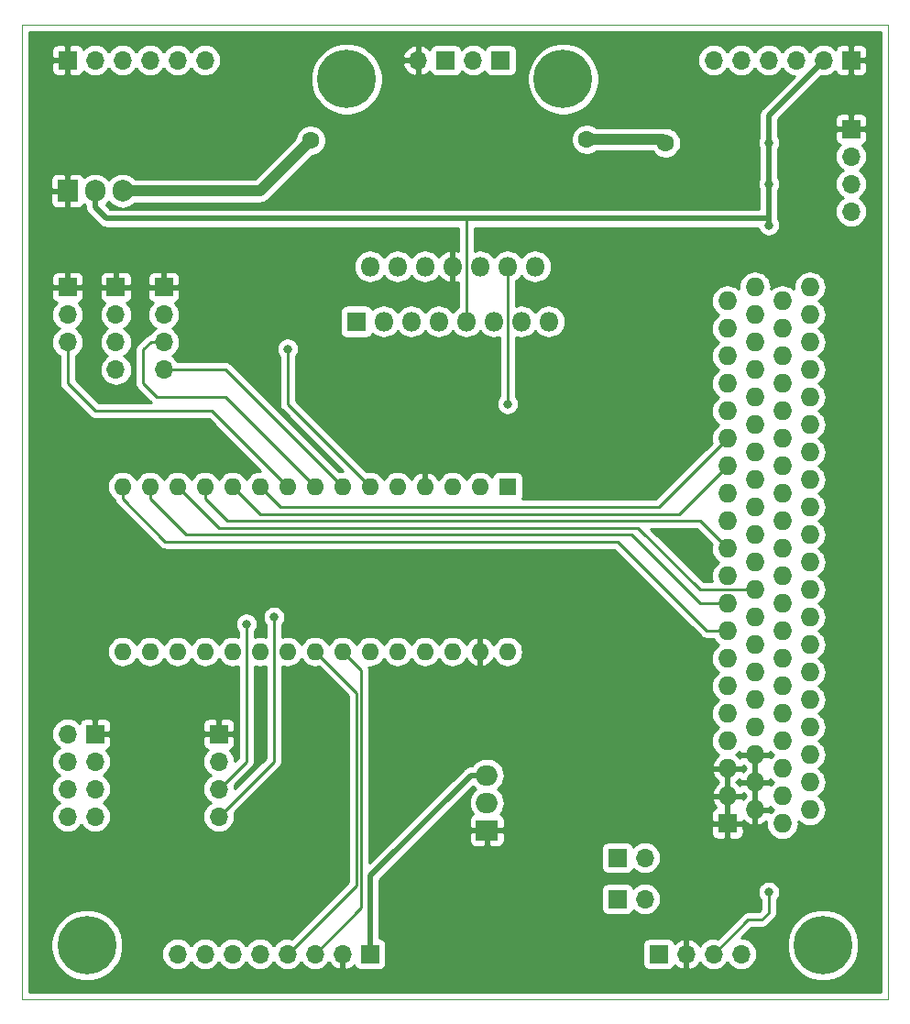
<source format=gbr>
G04 #@! TF.GenerationSoftware,KiCad,Pcbnew,(5.1.4)-1*
G04 #@! TF.CreationDate,2019-10-03T17:37:10+01:00*
G04 #@! TF.ProjectId,M2MRover,4d324d52-6f76-4657-922e-6b696361645f,rev?*
G04 #@! TF.SameCoordinates,Original*
G04 #@! TF.FileFunction,Copper,L2,Bot*
G04 #@! TF.FilePolarity,Positive*
%FSLAX46Y46*%
G04 Gerber Fmt 4.6, Leading zero omitted, Abs format (unit mm)*
G04 Created by KiCad (PCBNEW (5.1.4)-1) date 2019-10-03 17:37:10*
%MOMM*%
%LPD*%
G04 APERTURE LIST*
%ADD10C,0.050000*%
%ADD11O,1.600000X1.600000*%
%ADD12R,1.600000X1.600000*%
%ADD13O,1.700000X1.700000*%
%ADD14R,1.700000X1.700000*%
%ADD15O,2.000000X1.905000*%
%ADD16R,2.000000X1.905000*%
%ADD17O,1.905000X2.000000*%
%ADD18R,1.905000X2.000000*%
%ADD19O,1.800000X1.800000*%
%ADD20R,1.800000X1.800000*%
%ADD21O,1.727200X1.727200*%
%ADD22R,1.727200X1.727200*%
%ADD23C,5.400000*%
%ADD24C,0.800000*%
%ADD25C,1.600000*%
%ADD26C,0.250000*%
%ADD27C,0.500000*%
%ADD28C,1.000000*%
%ADD29C,0.254000*%
G04 APERTURE END LIST*
D10*
X105000000Y-135000000D02*
X105000000Y-45000000D01*
X185000000Y-135000000D02*
X105000000Y-135000000D01*
X185000000Y-45000000D02*
X185000000Y-135000000D01*
X105000000Y-45000000D02*
X185000000Y-45000000D01*
D11*
X114300000Y-102870000D03*
X114300000Y-87630000D03*
X149860000Y-102870000D03*
X116840000Y-87630000D03*
X147320000Y-102870000D03*
X119380000Y-87630000D03*
X144780000Y-102870000D03*
X121920000Y-87630000D03*
X142240000Y-102870000D03*
X124460000Y-87630000D03*
X139700000Y-102870000D03*
X127000000Y-87630000D03*
X137160000Y-102870000D03*
X129540000Y-87630000D03*
X134620000Y-102870000D03*
X132080000Y-87630000D03*
X132080000Y-102870000D03*
X134620000Y-87630000D03*
X129540000Y-102870000D03*
X137160000Y-87630000D03*
X127000000Y-102870000D03*
X139700000Y-87630000D03*
X124460000Y-102870000D03*
X142240000Y-87630000D03*
X121920000Y-102870000D03*
X144780000Y-87630000D03*
X119380000Y-102870000D03*
X147320000Y-87630000D03*
X116840000Y-102870000D03*
D12*
X149860000Y-87630000D03*
D13*
X146685000Y-48260000D03*
D14*
X149225000Y-48260000D03*
D13*
X141605000Y-48260000D03*
D14*
X144145000Y-48260000D03*
D13*
X168910000Y-48260000D03*
X171450000Y-48260000D03*
X173990000Y-48260000D03*
X176530000Y-48260000D03*
X179070000Y-48260000D03*
D14*
X181610000Y-48260000D03*
D13*
X121920000Y-48260000D03*
X119380000Y-48260000D03*
X116840000Y-48260000D03*
X114300000Y-48260000D03*
X111760000Y-48260000D03*
D14*
X109220000Y-48260000D03*
D15*
X147955000Y-114300000D03*
X147955000Y-116840000D03*
D16*
X147955000Y-119380000D03*
D17*
X114300000Y-60325000D03*
X111760000Y-60325000D03*
D18*
X109220000Y-60325000D03*
D19*
X153670000Y-72390000D03*
X152400000Y-67310000D03*
X151130000Y-72390000D03*
X149860000Y-67310000D03*
X148590000Y-72390000D03*
X147320000Y-67310000D03*
X146050000Y-72390000D03*
X144780000Y-67310000D03*
X143510000Y-72390000D03*
X142240000Y-67310000D03*
X140970000Y-72390000D03*
X139700000Y-67310000D03*
X138430000Y-72390000D03*
X137160000Y-67310000D03*
D20*
X135890000Y-72390000D03*
D13*
X109220000Y-118110000D03*
X111760000Y-118110000D03*
X109220000Y-115570000D03*
X111760000Y-115570000D03*
X109220000Y-113030000D03*
X111760000Y-113030000D03*
X109220000Y-110490000D03*
D14*
X111760000Y-110490000D03*
D13*
X162560000Y-125730000D03*
D14*
X160020000Y-125730000D03*
D13*
X162560000Y-121920000D03*
D14*
X160020000Y-121920000D03*
D13*
X118110000Y-76835000D03*
X118110000Y-74295000D03*
X118110000Y-71755000D03*
D14*
X118110000Y-69215000D03*
D13*
X113665000Y-76835000D03*
X113665000Y-74295000D03*
X113665000Y-71755000D03*
D14*
X113665000Y-69215000D03*
D13*
X109220000Y-74295000D03*
X109220000Y-71755000D03*
D14*
X109220000Y-69215000D03*
D13*
X181610000Y-62230000D03*
X181610000Y-59690000D03*
X181610000Y-57150000D03*
D14*
X181610000Y-54610000D03*
D13*
X171450000Y-130810000D03*
X168910000Y-130810000D03*
X166370000Y-130810000D03*
D14*
X163830000Y-130810000D03*
D13*
X119380000Y-130810000D03*
X121920000Y-130810000D03*
X124460000Y-130810000D03*
X127000000Y-130810000D03*
X129540000Y-130810000D03*
X132080000Y-130810000D03*
X134620000Y-130810000D03*
D14*
X137160000Y-130810000D03*
D13*
X123190000Y-118110000D03*
X123190000Y-115570000D03*
X123190000Y-113030000D03*
D14*
X123190000Y-110490000D03*
D21*
X175260000Y-93345000D03*
X177800000Y-94615000D03*
X175260000Y-95885000D03*
X177800000Y-97155000D03*
X175260000Y-98425000D03*
X177800000Y-99695000D03*
X175260000Y-100965000D03*
X177800000Y-102235000D03*
X175260000Y-103505000D03*
X177800000Y-104775000D03*
X175260000Y-106045000D03*
X177800000Y-107315000D03*
X175260000Y-108585000D03*
X177800000Y-109855000D03*
X175260000Y-111125000D03*
X177800000Y-112395000D03*
X175260000Y-113665000D03*
X177800000Y-114935000D03*
X175260000Y-116205000D03*
D22*
X170180000Y-118745000D03*
D21*
X172720000Y-117475000D03*
X172720000Y-114935000D03*
X172720000Y-112395000D03*
X172720000Y-109855000D03*
X172720000Y-107315000D03*
X172720000Y-104775000D03*
X172720000Y-102235000D03*
X172720000Y-99695000D03*
X172720000Y-97155000D03*
X172720000Y-94615000D03*
X170180000Y-116205000D03*
X170180000Y-113665000D03*
X170180000Y-111125000D03*
X170180000Y-108585000D03*
X170180000Y-106045000D03*
X170180000Y-103505000D03*
X170180000Y-100965000D03*
X170180000Y-98425000D03*
X170180000Y-95885000D03*
X170180000Y-93345000D03*
X175260000Y-118745000D03*
X177800000Y-117475000D03*
X177800000Y-92075000D03*
X170180000Y-70485000D03*
X170180000Y-73025000D03*
X170180000Y-75565000D03*
X170180000Y-78105000D03*
X170180000Y-80645000D03*
X170180000Y-83185000D03*
X170180000Y-85725000D03*
X170180000Y-88265000D03*
X170180000Y-90805000D03*
X172720000Y-69215000D03*
X172720000Y-71755000D03*
X172720000Y-74295000D03*
X172720000Y-76835000D03*
X172720000Y-79375000D03*
X172720000Y-81915000D03*
X172720000Y-84455000D03*
X172720000Y-86995000D03*
X172720000Y-89535000D03*
X172720000Y-92075000D03*
X175260000Y-90805000D03*
X177800000Y-89535000D03*
X175260000Y-88265000D03*
X177800000Y-86995000D03*
X175260000Y-85725000D03*
X177800000Y-84455000D03*
X175260000Y-83185000D03*
X177800000Y-81915000D03*
X175260000Y-80645000D03*
X177800000Y-79375000D03*
X175260000Y-78105000D03*
X177800000Y-76835000D03*
X175260000Y-75565000D03*
X177800000Y-74295000D03*
X175260000Y-73025000D03*
X177800000Y-71755000D03*
X175260000Y-70485000D03*
X177800000Y-69215000D03*
D23*
X155000000Y-50000000D03*
X135000000Y-50000000D03*
X179000000Y-130000000D03*
X111000000Y-130000000D03*
D24*
X165735000Y-50165000D03*
X112395000Y-96520000D03*
X122555000Y-96520000D03*
X131445000Y-94615000D03*
X137795000Y-95250000D03*
X146685000Y-95250000D03*
X156210000Y-95250000D03*
X158750000Y-86995000D03*
X152400000Y-86995000D03*
X156210000Y-102235000D03*
X152400000Y-113030000D03*
X164465000Y-109855000D03*
X158115000Y-107950000D03*
X139700000Y-113665000D03*
X139700000Y-108585000D03*
X144780000Y-108585000D03*
X132080000Y-108585000D03*
X132080000Y-114935000D03*
X132080000Y-122555000D03*
X123190000Y-121920000D03*
X116205000Y-113665000D03*
X116840000Y-128270000D03*
X127635000Y-128270000D03*
X140970000Y-128270000D03*
X153035000Y-128270000D03*
X153035000Y-119380000D03*
X138430000Y-118745000D03*
X179705000Y-123825000D03*
X167005000Y-121285000D03*
X182245000Y-95885000D03*
X182245000Y-109220000D03*
X182245000Y-80010000D03*
X166370000Y-74930000D03*
X166370000Y-81915000D03*
X157480000Y-72390000D03*
X157480000Y-79375000D03*
X140335000Y-52070000D03*
X146050000Y-52070000D03*
X142875000Y-58420000D03*
X146685000Y-58420000D03*
X150495000Y-58420000D03*
X142240000Y-64770000D03*
X148590000Y-64770000D03*
X134620000Y-59055000D03*
X112395000Y-83185000D03*
X121920000Y-73025000D03*
X115570000Y-66675000D03*
X132715000Y-76835000D03*
X124460000Y-50165000D03*
X124460000Y-53975000D03*
X142875000Y-78105000D03*
X161925000Y-59690000D03*
X156845000Y-64770000D03*
X167005000Y-92710000D03*
X127000000Y-109220000D03*
X134620000Y-100330000D03*
X137160000Y-83820000D03*
X137795000Y-64770000D03*
X149860000Y-80010000D03*
X173990000Y-55880000D03*
X173990000Y-59690000D03*
X173990000Y-63500000D03*
X173990000Y-125095000D03*
X129540000Y-74930000D03*
X125730000Y-100330000D03*
X128270000Y-99695000D03*
D25*
X164465000Y-55880000D03*
X157175000Y-55575000D03*
X131660000Y-55665000D03*
D26*
X165735000Y-90170000D02*
X170180000Y-85725000D01*
X124460000Y-87630000D02*
X127000000Y-90170000D01*
X127000000Y-90170000D02*
X165735000Y-90170000D01*
X149860000Y-80010000D02*
X149860000Y-67310000D01*
X163830000Y-89535000D02*
X170180000Y-83185000D01*
X127000000Y-87630000D02*
X128905000Y-89535000D01*
X128905000Y-89535000D02*
X163830000Y-89535000D01*
X167640000Y-90805000D02*
X170180000Y-93345000D01*
X123963630Y-90805000D02*
X167640000Y-90805000D01*
X121920000Y-87630000D02*
X121920000Y-88761370D01*
X121920000Y-88761370D02*
X123963630Y-90805000D01*
X167640000Y-97155000D02*
X172720000Y-97155000D01*
X161925000Y-91440000D02*
X167640000Y-97155000D01*
X119380000Y-87630000D02*
X123190000Y-91440000D01*
X123190000Y-91440000D02*
X161925000Y-91440000D01*
D27*
X173990000Y-55880000D02*
X173990000Y-59690000D01*
X137160000Y-129460000D02*
X137160000Y-130810000D01*
X137160000Y-123595000D02*
X137160000Y-129460000D01*
X146455000Y-114300000D02*
X137160000Y-123595000D01*
X147955000Y-114300000D02*
X146455000Y-114300000D01*
X173990000Y-53340000D02*
X179070000Y-48260000D01*
X173990000Y-55880000D02*
X173990000Y-53340000D01*
X111760000Y-61825000D02*
X112800000Y-62865000D01*
X111760000Y-60325000D02*
X111760000Y-61825000D01*
X173355000Y-62865000D02*
X173990000Y-62865000D01*
X173990000Y-59690000D02*
X173990000Y-62865000D01*
X173990000Y-62865000D02*
X173990000Y-63500000D01*
D26*
X146050000Y-66766998D02*
X146050000Y-62865000D01*
X146050000Y-72390000D02*
X146050000Y-66766998D01*
D27*
X112800000Y-62865000D02*
X146050000Y-62865000D01*
X146050000Y-62865000D02*
X173355000Y-62865000D01*
D26*
X168275000Y-100965000D02*
X170180000Y-100965000D01*
X160020000Y-92710000D02*
X168275000Y-100965000D01*
X118248630Y-92710000D02*
X160020000Y-92710000D01*
X114300000Y-87630000D02*
X114300000Y-88761370D01*
X114300000Y-88761370D02*
X118248630Y-92710000D01*
X167640000Y-98425000D02*
X170180000Y-98425000D01*
X161290000Y-92075000D02*
X167640000Y-98425000D01*
X120153630Y-92075000D02*
X161290000Y-92075000D01*
X116840000Y-87630000D02*
X116840000Y-88761370D01*
X116840000Y-88761370D02*
X120153630Y-92075000D01*
X129540000Y-87630000D02*
X122555000Y-80645000D01*
X122555000Y-80645000D02*
X111760000Y-80645000D01*
X109220000Y-78105000D02*
X109220000Y-74295000D01*
X111760000Y-80645000D02*
X109220000Y-78105000D01*
X136340009Y-104590009D02*
X134620000Y-102870000D01*
X136340009Y-126549991D02*
X136340009Y-104590009D01*
X132080000Y-130810000D02*
X136340009Y-126549991D01*
X172085000Y-127635000D02*
X168910000Y-130810000D01*
X173355000Y-127635000D02*
X172085000Y-127635000D01*
X173990000Y-125095000D02*
X173990000Y-127000000D01*
X173990000Y-127000000D02*
X173355000Y-127635000D01*
X132080000Y-87630000D02*
X123825000Y-79375000D01*
X123825000Y-79375000D02*
X117475000Y-79375000D01*
X117475000Y-79375000D02*
X116205000Y-78105000D01*
X116907919Y-74295000D02*
X116205000Y-74997919D01*
X118110000Y-74295000D02*
X116907919Y-74295000D01*
X116205000Y-74997919D02*
X116205000Y-78105000D01*
X132080000Y-102870000D02*
X135890000Y-106680000D01*
X135890000Y-124460000D02*
X129540000Y-130810000D01*
X135890000Y-106680000D02*
X135890000Y-124460000D01*
X123825000Y-76835000D02*
X134620000Y-87630000D01*
X118110000Y-76835000D02*
X123825000Y-76835000D01*
X129540000Y-80010000D02*
X137160000Y-87630000D01*
X129540000Y-74930000D02*
X129540000Y-80010000D01*
X125730000Y-112229002D02*
X125730000Y-100330000D01*
X123190000Y-115570000D02*
X125730000Y-113030000D01*
X125730000Y-113030000D02*
X125730000Y-112229002D01*
X123190000Y-118110000D02*
X128270000Y-113030000D01*
X128270000Y-113030000D02*
X128270000Y-99695000D01*
D28*
X164160000Y-55575000D02*
X164465000Y-55880000D01*
X157175000Y-55575000D02*
X164160000Y-55575000D01*
X127000000Y-60325000D02*
X131660000Y-55665000D01*
X114300000Y-60325000D02*
X127000000Y-60325000D01*
D29*
G36*
X184340001Y-134340000D02*
G01*
X105660000Y-134340000D01*
X105660000Y-129671531D01*
X107665000Y-129671531D01*
X107665000Y-130328469D01*
X107793162Y-130972784D01*
X108044561Y-131579715D01*
X108409536Y-132125939D01*
X108874061Y-132590464D01*
X109420285Y-132955439D01*
X110027216Y-133206838D01*
X110671531Y-133335000D01*
X111328469Y-133335000D01*
X111972784Y-133206838D01*
X112579715Y-132955439D01*
X113125939Y-132590464D01*
X113590464Y-132125939D01*
X113955439Y-131579715D01*
X114206838Y-130972784D01*
X114335000Y-130328469D01*
X114335000Y-129671531D01*
X114206838Y-129027216D01*
X113955439Y-128420285D01*
X113590464Y-127874061D01*
X113125939Y-127409536D01*
X112579715Y-127044561D01*
X111972784Y-126793162D01*
X111328469Y-126665000D01*
X110671531Y-126665000D01*
X110027216Y-126793162D01*
X109420285Y-127044561D01*
X108874061Y-127409536D01*
X108409536Y-127874061D01*
X108044561Y-128420285D01*
X107793162Y-129027216D01*
X107665000Y-129671531D01*
X105660000Y-129671531D01*
X105660000Y-110490000D01*
X107727815Y-110490000D01*
X107756487Y-110781111D01*
X107841401Y-111061034D01*
X107979294Y-111319014D01*
X108164866Y-111545134D01*
X108390986Y-111730706D01*
X108445791Y-111760000D01*
X108390986Y-111789294D01*
X108164866Y-111974866D01*
X107979294Y-112200986D01*
X107841401Y-112458966D01*
X107756487Y-112738889D01*
X107727815Y-113030000D01*
X107756487Y-113321111D01*
X107841401Y-113601034D01*
X107979294Y-113859014D01*
X108164866Y-114085134D01*
X108390986Y-114270706D01*
X108445791Y-114300000D01*
X108390986Y-114329294D01*
X108164866Y-114514866D01*
X107979294Y-114740986D01*
X107841401Y-114998966D01*
X107756487Y-115278889D01*
X107727815Y-115570000D01*
X107756487Y-115861111D01*
X107841401Y-116141034D01*
X107979294Y-116399014D01*
X108164866Y-116625134D01*
X108390986Y-116810706D01*
X108445791Y-116840000D01*
X108390986Y-116869294D01*
X108164866Y-117054866D01*
X107979294Y-117280986D01*
X107841401Y-117538966D01*
X107756487Y-117818889D01*
X107727815Y-118110000D01*
X107756487Y-118401111D01*
X107841401Y-118681034D01*
X107979294Y-118939014D01*
X108164866Y-119165134D01*
X108390986Y-119350706D01*
X108648966Y-119488599D01*
X108928889Y-119573513D01*
X109147050Y-119595000D01*
X109292950Y-119595000D01*
X109511111Y-119573513D01*
X109791034Y-119488599D01*
X110049014Y-119350706D01*
X110275134Y-119165134D01*
X110460706Y-118939014D01*
X110490000Y-118884209D01*
X110519294Y-118939014D01*
X110704866Y-119165134D01*
X110930986Y-119350706D01*
X111188966Y-119488599D01*
X111468889Y-119573513D01*
X111687050Y-119595000D01*
X111832950Y-119595000D01*
X112051111Y-119573513D01*
X112331034Y-119488599D01*
X112589014Y-119350706D01*
X112815134Y-119165134D01*
X113000706Y-118939014D01*
X113138599Y-118681034D01*
X113223513Y-118401111D01*
X113252185Y-118110000D01*
X113223513Y-117818889D01*
X113138599Y-117538966D01*
X113000706Y-117280986D01*
X112815134Y-117054866D01*
X112589014Y-116869294D01*
X112534209Y-116840000D01*
X112589014Y-116810706D01*
X112815134Y-116625134D01*
X113000706Y-116399014D01*
X113138599Y-116141034D01*
X113223513Y-115861111D01*
X113252185Y-115570000D01*
X113223513Y-115278889D01*
X113138599Y-114998966D01*
X113000706Y-114740986D01*
X112815134Y-114514866D01*
X112589014Y-114329294D01*
X112534209Y-114300000D01*
X112589014Y-114270706D01*
X112815134Y-114085134D01*
X113000706Y-113859014D01*
X113138599Y-113601034D01*
X113223513Y-113321111D01*
X113252185Y-113030000D01*
X113223513Y-112738889D01*
X113138599Y-112458966D01*
X113000706Y-112200986D01*
X112815134Y-111974866D01*
X112785313Y-111950393D01*
X112854180Y-111929502D01*
X112964494Y-111870537D01*
X113061185Y-111791185D01*
X113140537Y-111694494D01*
X113199502Y-111584180D01*
X113235812Y-111464482D01*
X113248072Y-111340000D01*
X113245000Y-110775750D01*
X113086250Y-110617000D01*
X111887000Y-110617000D01*
X111887000Y-110637000D01*
X111633000Y-110637000D01*
X111633000Y-110617000D01*
X111613000Y-110617000D01*
X111613000Y-110363000D01*
X111633000Y-110363000D01*
X111633000Y-109163750D01*
X111887000Y-109163750D01*
X111887000Y-110363000D01*
X113086250Y-110363000D01*
X113245000Y-110204250D01*
X113248072Y-109640000D01*
X121701928Y-109640000D01*
X121705000Y-110204250D01*
X121863750Y-110363000D01*
X123063000Y-110363000D01*
X123063000Y-109163750D01*
X123317000Y-109163750D01*
X123317000Y-110363000D01*
X124516250Y-110363000D01*
X124675000Y-110204250D01*
X124678072Y-109640000D01*
X124665812Y-109515518D01*
X124629502Y-109395820D01*
X124570537Y-109285506D01*
X124491185Y-109188815D01*
X124394494Y-109109463D01*
X124284180Y-109050498D01*
X124164482Y-109014188D01*
X124040000Y-109001928D01*
X123475750Y-109005000D01*
X123317000Y-109163750D01*
X123063000Y-109163750D01*
X122904250Y-109005000D01*
X122340000Y-109001928D01*
X122215518Y-109014188D01*
X122095820Y-109050498D01*
X121985506Y-109109463D01*
X121888815Y-109188815D01*
X121809463Y-109285506D01*
X121750498Y-109395820D01*
X121714188Y-109515518D01*
X121701928Y-109640000D01*
X113248072Y-109640000D01*
X113235812Y-109515518D01*
X113199502Y-109395820D01*
X113140537Y-109285506D01*
X113061185Y-109188815D01*
X112964494Y-109109463D01*
X112854180Y-109050498D01*
X112734482Y-109014188D01*
X112610000Y-109001928D01*
X112045750Y-109005000D01*
X111887000Y-109163750D01*
X111633000Y-109163750D01*
X111474250Y-109005000D01*
X110910000Y-109001928D01*
X110785518Y-109014188D01*
X110665820Y-109050498D01*
X110555506Y-109109463D01*
X110458815Y-109188815D01*
X110379463Y-109285506D01*
X110320498Y-109395820D01*
X110299607Y-109464687D01*
X110275134Y-109434866D01*
X110049014Y-109249294D01*
X109791034Y-109111401D01*
X109511111Y-109026487D01*
X109292950Y-109005000D01*
X109147050Y-109005000D01*
X108928889Y-109026487D01*
X108648966Y-109111401D01*
X108390986Y-109249294D01*
X108164866Y-109434866D01*
X107979294Y-109660986D01*
X107841401Y-109918966D01*
X107756487Y-110198889D01*
X107727815Y-110490000D01*
X105660000Y-110490000D01*
X105660000Y-102870000D01*
X112858057Y-102870000D01*
X112885764Y-103151309D01*
X112967818Y-103421808D01*
X113101068Y-103671101D01*
X113280392Y-103889608D01*
X113498899Y-104068932D01*
X113748192Y-104202182D01*
X114018691Y-104284236D01*
X114229508Y-104305000D01*
X114370492Y-104305000D01*
X114581309Y-104284236D01*
X114851808Y-104202182D01*
X115101101Y-104068932D01*
X115319608Y-103889608D01*
X115498932Y-103671101D01*
X115570000Y-103538142D01*
X115641068Y-103671101D01*
X115820392Y-103889608D01*
X116038899Y-104068932D01*
X116288192Y-104202182D01*
X116558691Y-104284236D01*
X116769508Y-104305000D01*
X116910492Y-104305000D01*
X117121309Y-104284236D01*
X117391808Y-104202182D01*
X117641101Y-104068932D01*
X117859608Y-103889608D01*
X118038932Y-103671101D01*
X118110000Y-103538142D01*
X118181068Y-103671101D01*
X118360392Y-103889608D01*
X118578899Y-104068932D01*
X118828192Y-104202182D01*
X119098691Y-104284236D01*
X119309508Y-104305000D01*
X119450492Y-104305000D01*
X119661309Y-104284236D01*
X119931808Y-104202182D01*
X120181101Y-104068932D01*
X120399608Y-103889608D01*
X120578932Y-103671101D01*
X120650000Y-103538142D01*
X120721068Y-103671101D01*
X120900392Y-103889608D01*
X121118899Y-104068932D01*
X121368192Y-104202182D01*
X121638691Y-104284236D01*
X121849508Y-104305000D01*
X121990492Y-104305000D01*
X122201309Y-104284236D01*
X122471808Y-104202182D01*
X122721101Y-104068932D01*
X122939608Y-103889608D01*
X123118932Y-103671101D01*
X123190000Y-103538142D01*
X123261068Y-103671101D01*
X123440392Y-103889608D01*
X123658899Y-104068932D01*
X123908192Y-104202182D01*
X124178691Y-104284236D01*
X124389508Y-104305000D01*
X124530492Y-104305000D01*
X124741309Y-104284236D01*
X124970001Y-104214864D01*
X124970000Y-112191669D01*
X124970000Y-112715197D01*
X124679765Y-113005432D01*
X124653513Y-112738889D01*
X124568599Y-112458966D01*
X124430706Y-112200986D01*
X124245134Y-111974866D01*
X124215313Y-111950393D01*
X124284180Y-111929502D01*
X124394494Y-111870537D01*
X124491185Y-111791185D01*
X124570537Y-111694494D01*
X124629502Y-111584180D01*
X124665812Y-111464482D01*
X124678072Y-111340000D01*
X124675000Y-110775750D01*
X124516250Y-110617000D01*
X123317000Y-110617000D01*
X123317000Y-110637000D01*
X123063000Y-110637000D01*
X123063000Y-110617000D01*
X121863750Y-110617000D01*
X121705000Y-110775750D01*
X121701928Y-111340000D01*
X121714188Y-111464482D01*
X121750498Y-111584180D01*
X121809463Y-111694494D01*
X121888815Y-111791185D01*
X121985506Y-111870537D01*
X122095820Y-111929502D01*
X122164687Y-111950393D01*
X122134866Y-111974866D01*
X121949294Y-112200986D01*
X121811401Y-112458966D01*
X121726487Y-112738889D01*
X121697815Y-113030000D01*
X121726487Y-113321111D01*
X121811401Y-113601034D01*
X121949294Y-113859014D01*
X122134866Y-114085134D01*
X122360986Y-114270706D01*
X122415791Y-114300000D01*
X122360986Y-114329294D01*
X122134866Y-114514866D01*
X121949294Y-114740986D01*
X121811401Y-114998966D01*
X121726487Y-115278889D01*
X121697815Y-115570000D01*
X121726487Y-115861111D01*
X121811401Y-116141034D01*
X121949294Y-116399014D01*
X122134866Y-116625134D01*
X122360986Y-116810706D01*
X122415791Y-116840000D01*
X122360986Y-116869294D01*
X122134866Y-117054866D01*
X121949294Y-117280986D01*
X121811401Y-117538966D01*
X121726487Y-117818889D01*
X121697815Y-118110000D01*
X121726487Y-118401111D01*
X121811401Y-118681034D01*
X121949294Y-118939014D01*
X122134866Y-119165134D01*
X122360986Y-119350706D01*
X122618966Y-119488599D01*
X122898889Y-119573513D01*
X123117050Y-119595000D01*
X123262950Y-119595000D01*
X123481111Y-119573513D01*
X123761034Y-119488599D01*
X124019014Y-119350706D01*
X124245134Y-119165134D01*
X124430706Y-118939014D01*
X124568599Y-118681034D01*
X124653513Y-118401111D01*
X124682185Y-118110000D01*
X124653513Y-117818889D01*
X124630797Y-117744004D01*
X128781004Y-113593798D01*
X128810001Y-113570001D01*
X128865928Y-113501854D01*
X128904974Y-113454277D01*
X128975546Y-113322247D01*
X128975891Y-113321111D01*
X129019003Y-113178986D01*
X129030000Y-113067333D01*
X129030000Y-113067323D01*
X129033676Y-113030000D01*
X129030000Y-112992677D01*
X129030000Y-104214864D01*
X129258691Y-104284236D01*
X129469508Y-104305000D01*
X129610492Y-104305000D01*
X129821309Y-104284236D01*
X130091808Y-104202182D01*
X130341101Y-104068932D01*
X130559608Y-103889608D01*
X130738932Y-103671101D01*
X130810000Y-103538142D01*
X130881068Y-103671101D01*
X131060392Y-103889608D01*
X131278899Y-104068932D01*
X131528192Y-104202182D01*
X131798691Y-104284236D01*
X132009508Y-104305000D01*
X132150492Y-104305000D01*
X132361309Y-104284236D01*
X132405906Y-104270708D01*
X135130000Y-106994802D01*
X135130001Y-124145197D01*
X129905996Y-129369203D01*
X129831111Y-129346487D01*
X129612950Y-129325000D01*
X129467050Y-129325000D01*
X129248889Y-129346487D01*
X128968966Y-129431401D01*
X128710986Y-129569294D01*
X128484866Y-129754866D01*
X128299294Y-129980986D01*
X128270000Y-130035791D01*
X128240706Y-129980986D01*
X128055134Y-129754866D01*
X127829014Y-129569294D01*
X127571034Y-129431401D01*
X127291111Y-129346487D01*
X127072950Y-129325000D01*
X126927050Y-129325000D01*
X126708889Y-129346487D01*
X126428966Y-129431401D01*
X126170986Y-129569294D01*
X125944866Y-129754866D01*
X125759294Y-129980986D01*
X125730000Y-130035791D01*
X125700706Y-129980986D01*
X125515134Y-129754866D01*
X125289014Y-129569294D01*
X125031034Y-129431401D01*
X124751111Y-129346487D01*
X124532950Y-129325000D01*
X124387050Y-129325000D01*
X124168889Y-129346487D01*
X123888966Y-129431401D01*
X123630986Y-129569294D01*
X123404866Y-129754866D01*
X123219294Y-129980986D01*
X123190000Y-130035791D01*
X123160706Y-129980986D01*
X122975134Y-129754866D01*
X122749014Y-129569294D01*
X122491034Y-129431401D01*
X122211111Y-129346487D01*
X121992950Y-129325000D01*
X121847050Y-129325000D01*
X121628889Y-129346487D01*
X121348966Y-129431401D01*
X121090986Y-129569294D01*
X120864866Y-129754866D01*
X120679294Y-129980986D01*
X120650000Y-130035791D01*
X120620706Y-129980986D01*
X120435134Y-129754866D01*
X120209014Y-129569294D01*
X119951034Y-129431401D01*
X119671111Y-129346487D01*
X119452950Y-129325000D01*
X119307050Y-129325000D01*
X119088889Y-129346487D01*
X118808966Y-129431401D01*
X118550986Y-129569294D01*
X118324866Y-129754866D01*
X118139294Y-129980986D01*
X118001401Y-130238966D01*
X117916487Y-130518889D01*
X117887815Y-130810000D01*
X117916487Y-131101111D01*
X118001401Y-131381034D01*
X118139294Y-131639014D01*
X118324866Y-131865134D01*
X118550986Y-132050706D01*
X118808966Y-132188599D01*
X119088889Y-132273513D01*
X119307050Y-132295000D01*
X119452950Y-132295000D01*
X119671111Y-132273513D01*
X119951034Y-132188599D01*
X120209014Y-132050706D01*
X120435134Y-131865134D01*
X120620706Y-131639014D01*
X120650000Y-131584209D01*
X120679294Y-131639014D01*
X120864866Y-131865134D01*
X121090986Y-132050706D01*
X121348966Y-132188599D01*
X121628889Y-132273513D01*
X121847050Y-132295000D01*
X121992950Y-132295000D01*
X122211111Y-132273513D01*
X122491034Y-132188599D01*
X122749014Y-132050706D01*
X122975134Y-131865134D01*
X123160706Y-131639014D01*
X123190000Y-131584209D01*
X123219294Y-131639014D01*
X123404866Y-131865134D01*
X123630986Y-132050706D01*
X123888966Y-132188599D01*
X124168889Y-132273513D01*
X124387050Y-132295000D01*
X124532950Y-132295000D01*
X124751111Y-132273513D01*
X125031034Y-132188599D01*
X125289014Y-132050706D01*
X125515134Y-131865134D01*
X125700706Y-131639014D01*
X125730000Y-131584209D01*
X125759294Y-131639014D01*
X125944866Y-131865134D01*
X126170986Y-132050706D01*
X126428966Y-132188599D01*
X126708889Y-132273513D01*
X126927050Y-132295000D01*
X127072950Y-132295000D01*
X127291111Y-132273513D01*
X127571034Y-132188599D01*
X127829014Y-132050706D01*
X128055134Y-131865134D01*
X128240706Y-131639014D01*
X128270000Y-131584209D01*
X128299294Y-131639014D01*
X128484866Y-131865134D01*
X128710986Y-132050706D01*
X128968966Y-132188599D01*
X129248889Y-132273513D01*
X129467050Y-132295000D01*
X129612950Y-132295000D01*
X129831111Y-132273513D01*
X130111034Y-132188599D01*
X130369014Y-132050706D01*
X130595134Y-131865134D01*
X130780706Y-131639014D01*
X130810000Y-131584209D01*
X130839294Y-131639014D01*
X131024866Y-131865134D01*
X131250986Y-132050706D01*
X131508966Y-132188599D01*
X131788889Y-132273513D01*
X132007050Y-132295000D01*
X132152950Y-132295000D01*
X132371111Y-132273513D01*
X132651034Y-132188599D01*
X132909014Y-132050706D01*
X133135134Y-131865134D01*
X133320706Y-131639014D01*
X133355201Y-131574477D01*
X133424822Y-131691355D01*
X133619731Y-131907588D01*
X133853080Y-132081641D01*
X134115901Y-132206825D01*
X134263110Y-132251476D01*
X134493000Y-132130155D01*
X134493000Y-130937000D01*
X134473000Y-130937000D01*
X134473000Y-130683000D01*
X134493000Y-130683000D01*
X134493000Y-130663000D01*
X134747000Y-130663000D01*
X134747000Y-130683000D01*
X134767000Y-130683000D01*
X134767000Y-130937000D01*
X134747000Y-130937000D01*
X134747000Y-132130155D01*
X134976890Y-132251476D01*
X135124099Y-132206825D01*
X135386920Y-132081641D01*
X135620269Y-131907588D01*
X135696034Y-131823534D01*
X135720498Y-131904180D01*
X135779463Y-132014494D01*
X135858815Y-132111185D01*
X135955506Y-132190537D01*
X136065820Y-132249502D01*
X136185518Y-132285812D01*
X136310000Y-132298072D01*
X138010000Y-132298072D01*
X138134482Y-132285812D01*
X138254180Y-132249502D01*
X138364494Y-132190537D01*
X138461185Y-132111185D01*
X138540537Y-132014494D01*
X138599502Y-131904180D01*
X138635812Y-131784482D01*
X138648072Y-131660000D01*
X138648072Y-129960000D01*
X162341928Y-129960000D01*
X162341928Y-131660000D01*
X162354188Y-131784482D01*
X162390498Y-131904180D01*
X162449463Y-132014494D01*
X162528815Y-132111185D01*
X162625506Y-132190537D01*
X162735820Y-132249502D01*
X162855518Y-132285812D01*
X162980000Y-132298072D01*
X164680000Y-132298072D01*
X164804482Y-132285812D01*
X164924180Y-132249502D01*
X165034494Y-132190537D01*
X165131185Y-132111185D01*
X165210537Y-132014494D01*
X165269502Y-131904180D01*
X165293966Y-131823534D01*
X165369731Y-131907588D01*
X165603080Y-132081641D01*
X165865901Y-132206825D01*
X166013110Y-132251476D01*
X166243000Y-132130155D01*
X166243000Y-130937000D01*
X166223000Y-130937000D01*
X166223000Y-130683000D01*
X166243000Y-130683000D01*
X166243000Y-129489845D01*
X166497000Y-129489845D01*
X166497000Y-130683000D01*
X166517000Y-130683000D01*
X166517000Y-130937000D01*
X166497000Y-130937000D01*
X166497000Y-132130155D01*
X166726890Y-132251476D01*
X166874099Y-132206825D01*
X167136920Y-132081641D01*
X167370269Y-131907588D01*
X167565178Y-131691355D01*
X167634799Y-131574477D01*
X167669294Y-131639014D01*
X167854866Y-131865134D01*
X168080986Y-132050706D01*
X168338966Y-132188599D01*
X168618889Y-132273513D01*
X168837050Y-132295000D01*
X168982950Y-132295000D01*
X169201111Y-132273513D01*
X169481034Y-132188599D01*
X169739014Y-132050706D01*
X169965134Y-131865134D01*
X170150706Y-131639014D01*
X170180000Y-131584209D01*
X170209294Y-131639014D01*
X170394866Y-131865134D01*
X170620986Y-132050706D01*
X170878966Y-132188599D01*
X171158889Y-132273513D01*
X171377050Y-132295000D01*
X171522950Y-132295000D01*
X171741111Y-132273513D01*
X172021034Y-132188599D01*
X172279014Y-132050706D01*
X172505134Y-131865134D01*
X172690706Y-131639014D01*
X172828599Y-131381034D01*
X172913513Y-131101111D01*
X172942185Y-130810000D01*
X172913513Y-130518889D01*
X172828599Y-130238966D01*
X172690706Y-129980986D01*
X172505134Y-129754866D01*
X172403591Y-129671531D01*
X175665000Y-129671531D01*
X175665000Y-130328469D01*
X175793162Y-130972784D01*
X176044561Y-131579715D01*
X176409536Y-132125939D01*
X176874061Y-132590464D01*
X177420285Y-132955439D01*
X178027216Y-133206838D01*
X178671531Y-133335000D01*
X179328469Y-133335000D01*
X179972784Y-133206838D01*
X180579715Y-132955439D01*
X181125939Y-132590464D01*
X181590464Y-132125939D01*
X181955439Y-131579715D01*
X182206838Y-130972784D01*
X182335000Y-130328469D01*
X182335000Y-129671531D01*
X182206838Y-129027216D01*
X181955439Y-128420285D01*
X181590464Y-127874061D01*
X181125939Y-127409536D01*
X180579715Y-127044561D01*
X179972784Y-126793162D01*
X179328469Y-126665000D01*
X178671531Y-126665000D01*
X178027216Y-126793162D01*
X177420285Y-127044561D01*
X176874061Y-127409536D01*
X176409536Y-127874061D01*
X176044561Y-128420285D01*
X175793162Y-129027216D01*
X175665000Y-129671531D01*
X172403591Y-129671531D01*
X172279014Y-129569294D01*
X172021034Y-129431401D01*
X171741111Y-129346487D01*
X171522950Y-129325000D01*
X171469802Y-129325000D01*
X172399802Y-128395000D01*
X173317678Y-128395000D01*
X173355000Y-128398676D01*
X173392322Y-128395000D01*
X173392333Y-128395000D01*
X173503986Y-128384003D01*
X173647247Y-128340546D01*
X173779276Y-128269974D01*
X173895001Y-128175001D01*
X173918803Y-128145998D01*
X174501002Y-127563800D01*
X174530001Y-127540001D01*
X174624974Y-127424276D01*
X174695546Y-127292247D01*
X174739003Y-127148986D01*
X174750000Y-127037333D01*
X174753677Y-127000000D01*
X174750000Y-126962667D01*
X174750000Y-125798711D01*
X174793937Y-125754774D01*
X174907205Y-125585256D01*
X174985226Y-125396898D01*
X175025000Y-125196939D01*
X175025000Y-124993061D01*
X174985226Y-124793102D01*
X174907205Y-124604744D01*
X174793937Y-124435226D01*
X174649774Y-124291063D01*
X174480256Y-124177795D01*
X174291898Y-124099774D01*
X174091939Y-124060000D01*
X173888061Y-124060000D01*
X173688102Y-124099774D01*
X173499744Y-124177795D01*
X173330226Y-124291063D01*
X173186063Y-124435226D01*
X173072795Y-124604744D01*
X172994774Y-124793102D01*
X172955000Y-124993061D01*
X172955000Y-125196939D01*
X172994774Y-125396898D01*
X173072795Y-125585256D01*
X173186063Y-125754774D01*
X173230000Y-125798711D01*
X173230001Y-126685198D01*
X173040199Y-126875000D01*
X172122322Y-126875000D01*
X172084999Y-126871324D01*
X172047676Y-126875000D01*
X172047667Y-126875000D01*
X171936014Y-126885997D01*
X171792753Y-126929454D01*
X171660723Y-127000026D01*
X171615265Y-127037333D01*
X171544999Y-127094999D01*
X171521201Y-127123997D01*
X169275996Y-129369203D01*
X169201111Y-129346487D01*
X168982950Y-129325000D01*
X168837050Y-129325000D01*
X168618889Y-129346487D01*
X168338966Y-129431401D01*
X168080986Y-129569294D01*
X167854866Y-129754866D01*
X167669294Y-129980986D01*
X167634799Y-130045523D01*
X167565178Y-129928645D01*
X167370269Y-129712412D01*
X167136920Y-129538359D01*
X166874099Y-129413175D01*
X166726890Y-129368524D01*
X166497000Y-129489845D01*
X166243000Y-129489845D01*
X166013110Y-129368524D01*
X165865901Y-129413175D01*
X165603080Y-129538359D01*
X165369731Y-129712412D01*
X165293966Y-129796466D01*
X165269502Y-129715820D01*
X165210537Y-129605506D01*
X165131185Y-129508815D01*
X165034494Y-129429463D01*
X164924180Y-129370498D01*
X164804482Y-129334188D01*
X164680000Y-129321928D01*
X162980000Y-129321928D01*
X162855518Y-129334188D01*
X162735820Y-129370498D01*
X162625506Y-129429463D01*
X162528815Y-129508815D01*
X162449463Y-129605506D01*
X162390498Y-129715820D01*
X162354188Y-129835518D01*
X162341928Y-129960000D01*
X138648072Y-129960000D01*
X138635812Y-129835518D01*
X138599502Y-129715820D01*
X138540537Y-129605506D01*
X138461185Y-129508815D01*
X138364494Y-129429463D01*
X138254180Y-129370498D01*
X138134482Y-129334188D01*
X138045000Y-129325375D01*
X138045000Y-124880000D01*
X158531928Y-124880000D01*
X158531928Y-126580000D01*
X158544188Y-126704482D01*
X158580498Y-126824180D01*
X158639463Y-126934494D01*
X158718815Y-127031185D01*
X158815506Y-127110537D01*
X158925820Y-127169502D01*
X159045518Y-127205812D01*
X159170000Y-127218072D01*
X160870000Y-127218072D01*
X160994482Y-127205812D01*
X161114180Y-127169502D01*
X161224494Y-127110537D01*
X161321185Y-127031185D01*
X161400537Y-126934494D01*
X161459502Y-126824180D01*
X161480393Y-126755313D01*
X161504866Y-126785134D01*
X161730986Y-126970706D01*
X161988966Y-127108599D01*
X162268889Y-127193513D01*
X162487050Y-127215000D01*
X162632950Y-127215000D01*
X162851111Y-127193513D01*
X163131034Y-127108599D01*
X163389014Y-126970706D01*
X163615134Y-126785134D01*
X163800706Y-126559014D01*
X163938599Y-126301034D01*
X164023513Y-126021111D01*
X164052185Y-125730000D01*
X164023513Y-125438889D01*
X163938599Y-125158966D01*
X163800706Y-124900986D01*
X163615134Y-124674866D01*
X163389014Y-124489294D01*
X163131034Y-124351401D01*
X162851111Y-124266487D01*
X162632950Y-124245000D01*
X162487050Y-124245000D01*
X162268889Y-124266487D01*
X161988966Y-124351401D01*
X161730986Y-124489294D01*
X161504866Y-124674866D01*
X161480393Y-124704687D01*
X161459502Y-124635820D01*
X161400537Y-124525506D01*
X161321185Y-124428815D01*
X161224494Y-124349463D01*
X161114180Y-124290498D01*
X160994482Y-124254188D01*
X160870000Y-124241928D01*
X159170000Y-124241928D01*
X159045518Y-124254188D01*
X158925820Y-124290498D01*
X158815506Y-124349463D01*
X158718815Y-124428815D01*
X158639463Y-124525506D01*
X158580498Y-124635820D01*
X158544188Y-124755518D01*
X158531928Y-124880000D01*
X138045000Y-124880000D01*
X138045000Y-123961578D01*
X140936578Y-121070000D01*
X158531928Y-121070000D01*
X158531928Y-122770000D01*
X158544188Y-122894482D01*
X158580498Y-123014180D01*
X158639463Y-123124494D01*
X158718815Y-123221185D01*
X158815506Y-123300537D01*
X158925820Y-123359502D01*
X159045518Y-123395812D01*
X159170000Y-123408072D01*
X160870000Y-123408072D01*
X160994482Y-123395812D01*
X161114180Y-123359502D01*
X161224494Y-123300537D01*
X161321185Y-123221185D01*
X161400537Y-123124494D01*
X161459502Y-123014180D01*
X161480393Y-122945313D01*
X161504866Y-122975134D01*
X161730986Y-123160706D01*
X161988966Y-123298599D01*
X162268889Y-123383513D01*
X162487050Y-123405000D01*
X162632950Y-123405000D01*
X162851111Y-123383513D01*
X163131034Y-123298599D01*
X163389014Y-123160706D01*
X163615134Y-122975134D01*
X163800706Y-122749014D01*
X163938599Y-122491034D01*
X164023513Y-122211111D01*
X164052185Y-121920000D01*
X164023513Y-121628889D01*
X163938599Y-121348966D01*
X163800706Y-121090986D01*
X163615134Y-120864866D01*
X163389014Y-120679294D01*
X163131034Y-120541401D01*
X162851111Y-120456487D01*
X162632950Y-120435000D01*
X162487050Y-120435000D01*
X162268889Y-120456487D01*
X161988966Y-120541401D01*
X161730986Y-120679294D01*
X161504866Y-120864866D01*
X161480393Y-120894687D01*
X161459502Y-120825820D01*
X161400537Y-120715506D01*
X161321185Y-120618815D01*
X161224494Y-120539463D01*
X161114180Y-120480498D01*
X160994482Y-120444188D01*
X160870000Y-120431928D01*
X159170000Y-120431928D01*
X159045518Y-120444188D01*
X158925820Y-120480498D01*
X158815506Y-120539463D01*
X158718815Y-120618815D01*
X158639463Y-120715506D01*
X158580498Y-120825820D01*
X158544188Y-120945518D01*
X158531928Y-121070000D01*
X140936578Y-121070000D01*
X141674078Y-120332500D01*
X146316928Y-120332500D01*
X146329188Y-120456982D01*
X146365498Y-120576680D01*
X146424463Y-120686994D01*
X146503815Y-120783685D01*
X146600506Y-120863037D01*
X146710820Y-120922002D01*
X146830518Y-120958312D01*
X146955000Y-120970572D01*
X147669250Y-120967500D01*
X147828000Y-120808750D01*
X147828000Y-119507000D01*
X148082000Y-119507000D01*
X148082000Y-120808750D01*
X148240750Y-120967500D01*
X148955000Y-120970572D01*
X149079482Y-120958312D01*
X149199180Y-120922002D01*
X149309494Y-120863037D01*
X149406185Y-120783685D01*
X149485537Y-120686994D01*
X149544502Y-120576680D01*
X149580812Y-120456982D01*
X149593072Y-120332500D01*
X149590000Y-119665750D01*
X149532850Y-119608600D01*
X168678328Y-119608600D01*
X168690588Y-119733082D01*
X168726898Y-119852780D01*
X168785863Y-119963094D01*
X168865215Y-120059785D01*
X168961906Y-120139137D01*
X169072220Y-120198102D01*
X169191918Y-120234412D01*
X169316400Y-120246672D01*
X169894250Y-120243600D01*
X170053000Y-120084850D01*
X170053000Y-118872000D01*
X170307000Y-118872000D01*
X170307000Y-120084850D01*
X170465750Y-120243600D01*
X171043600Y-120246672D01*
X171168082Y-120234412D01*
X171287780Y-120198102D01*
X171398094Y-120139137D01*
X171494785Y-120059785D01*
X171574137Y-119963094D01*
X171633102Y-119852780D01*
X171669412Y-119733082D01*
X171681672Y-119608600D01*
X171678600Y-119030750D01*
X171519850Y-118872000D01*
X170307000Y-118872000D01*
X170053000Y-118872000D01*
X168840150Y-118872000D01*
X168681400Y-119030750D01*
X168678328Y-119608600D01*
X149532850Y-119608600D01*
X149431250Y-119507000D01*
X148082000Y-119507000D01*
X147828000Y-119507000D01*
X146478750Y-119507000D01*
X146320000Y-119665750D01*
X146316928Y-120332500D01*
X141674078Y-120332500D01*
X146688971Y-115317608D01*
X146779537Y-115427963D01*
X146952609Y-115570000D01*
X146779537Y-115712037D01*
X146581155Y-115953765D01*
X146433745Y-116229551D01*
X146342970Y-116528796D01*
X146312319Y-116840000D01*
X146342970Y-117151204D01*
X146433745Y-117450449D01*
X146581155Y-117726235D01*
X146684446Y-117852095D01*
X146600506Y-117896963D01*
X146503815Y-117976315D01*
X146424463Y-118073006D01*
X146365498Y-118183320D01*
X146329188Y-118303018D01*
X146316928Y-118427500D01*
X146320000Y-119094250D01*
X146478750Y-119253000D01*
X147828000Y-119253000D01*
X147828000Y-119233000D01*
X148082000Y-119233000D01*
X148082000Y-119253000D01*
X149431250Y-119253000D01*
X149590000Y-119094250D01*
X149593072Y-118427500D01*
X149580812Y-118303018D01*
X149544502Y-118183320D01*
X149485537Y-118073006D01*
X149406185Y-117976315D01*
X149309494Y-117896963D01*
X149280379Y-117881400D01*
X168678328Y-117881400D01*
X168681400Y-118459250D01*
X168840150Y-118618000D01*
X170053000Y-118618000D01*
X170053000Y-116332000D01*
X168845536Y-116332000D01*
X168725037Y-116564027D01*
X168823036Y-116840978D01*
X168973183Y-117093488D01*
X169134692Y-117272947D01*
X169072220Y-117291898D01*
X168961906Y-117350863D01*
X168865215Y-117430215D01*
X168785863Y-117526906D01*
X168726898Y-117637220D01*
X168690588Y-117756918D01*
X168678328Y-117881400D01*
X149280379Y-117881400D01*
X149225554Y-117852095D01*
X149328845Y-117726235D01*
X149476255Y-117450449D01*
X149567030Y-117151204D01*
X149597681Y-116840000D01*
X149567030Y-116528796D01*
X149476255Y-116229551D01*
X149328845Y-115953765D01*
X149130463Y-115712037D01*
X148957391Y-115570000D01*
X149130463Y-115427963D01*
X149328845Y-115186235D01*
X149476255Y-114910449D01*
X149567030Y-114611204D01*
X149597681Y-114300000D01*
X149570500Y-114024027D01*
X168725037Y-114024027D01*
X168823036Y-114300978D01*
X168973183Y-114553488D01*
X169169707Y-114771854D01*
X169388078Y-114935000D01*
X169169707Y-115098146D01*
X168973183Y-115316512D01*
X168823036Y-115569022D01*
X168725037Y-115845973D01*
X168845536Y-116078000D01*
X170053000Y-116078000D01*
X170053000Y-113792000D01*
X168845536Y-113792000D01*
X168725037Y-114024027D01*
X149570500Y-114024027D01*
X149567030Y-113988796D01*
X149476255Y-113689551D01*
X149328845Y-113413765D01*
X149130463Y-113172037D01*
X148888735Y-112973655D01*
X148612949Y-112826245D01*
X148313704Y-112735470D01*
X148080486Y-112712500D01*
X147829514Y-112712500D01*
X147596296Y-112735470D01*
X147297051Y-112826245D01*
X147021265Y-112973655D01*
X146779537Y-113172037D01*
X146581155Y-113413765D01*
X146580495Y-113415000D01*
X146498466Y-113415000D01*
X146454999Y-113410719D01*
X146411533Y-113415000D01*
X146411523Y-113415000D01*
X146281510Y-113427805D01*
X146114687Y-113478411D01*
X145960941Y-113560589D01*
X145960939Y-113560590D01*
X145960940Y-113560590D01*
X145859953Y-113643468D01*
X145859951Y-113643470D01*
X145826183Y-113671183D01*
X145798470Y-113704951D01*
X137100009Y-122403413D01*
X137100009Y-104627331D01*
X137103685Y-104590008D01*
X137100009Y-104552685D01*
X137100009Y-104552676D01*
X137089012Y-104441023D01*
X137046465Y-104300761D01*
X137089508Y-104305000D01*
X137230492Y-104305000D01*
X137441309Y-104284236D01*
X137711808Y-104202182D01*
X137961101Y-104068932D01*
X138179608Y-103889608D01*
X138358932Y-103671101D01*
X138430000Y-103538142D01*
X138501068Y-103671101D01*
X138680392Y-103889608D01*
X138898899Y-104068932D01*
X139148192Y-104202182D01*
X139418691Y-104284236D01*
X139629508Y-104305000D01*
X139770492Y-104305000D01*
X139981309Y-104284236D01*
X140251808Y-104202182D01*
X140501101Y-104068932D01*
X140719608Y-103889608D01*
X140898932Y-103671101D01*
X140970000Y-103538142D01*
X141041068Y-103671101D01*
X141220392Y-103889608D01*
X141438899Y-104068932D01*
X141688192Y-104202182D01*
X141958691Y-104284236D01*
X142169508Y-104305000D01*
X142310492Y-104305000D01*
X142521309Y-104284236D01*
X142791808Y-104202182D01*
X143041101Y-104068932D01*
X143259608Y-103889608D01*
X143438932Y-103671101D01*
X143510000Y-103538142D01*
X143581068Y-103671101D01*
X143760392Y-103889608D01*
X143978899Y-104068932D01*
X144228192Y-104202182D01*
X144498691Y-104284236D01*
X144709508Y-104305000D01*
X144850492Y-104305000D01*
X145061309Y-104284236D01*
X145331808Y-104202182D01*
X145581101Y-104068932D01*
X145799608Y-103889608D01*
X145978932Y-103671101D01*
X146052579Y-103533318D01*
X146167615Y-103725131D01*
X146356586Y-103933519D01*
X146582580Y-104101037D01*
X146836913Y-104221246D01*
X146970961Y-104261904D01*
X147193000Y-104139915D01*
X147193000Y-102997000D01*
X147173000Y-102997000D01*
X147173000Y-102743000D01*
X147193000Y-102743000D01*
X147193000Y-101600085D01*
X147447000Y-101600085D01*
X147447000Y-102743000D01*
X147467000Y-102743000D01*
X147467000Y-102997000D01*
X147447000Y-102997000D01*
X147447000Y-104139915D01*
X147669039Y-104261904D01*
X147803087Y-104221246D01*
X148057420Y-104101037D01*
X148283414Y-103933519D01*
X148472385Y-103725131D01*
X148587421Y-103533318D01*
X148661068Y-103671101D01*
X148840392Y-103889608D01*
X149058899Y-104068932D01*
X149308192Y-104202182D01*
X149578691Y-104284236D01*
X149789508Y-104305000D01*
X149930492Y-104305000D01*
X150141309Y-104284236D01*
X150411808Y-104202182D01*
X150661101Y-104068932D01*
X150879608Y-103889608D01*
X151058932Y-103671101D01*
X151192182Y-103421808D01*
X151274236Y-103151309D01*
X151301943Y-102870000D01*
X151274236Y-102588691D01*
X151192182Y-102318192D01*
X151058932Y-102068899D01*
X150879608Y-101850392D01*
X150661101Y-101671068D01*
X150411808Y-101537818D01*
X150141309Y-101455764D01*
X149930492Y-101435000D01*
X149789508Y-101435000D01*
X149578691Y-101455764D01*
X149308192Y-101537818D01*
X149058899Y-101671068D01*
X148840392Y-101850392D01*
X148661068Y-102068899D01*
X148587421Y-102206682D01*
X148472385Y-102014869D01*
X148283414Y-101806481D01*
X148057420Y-101638963D01*
X147803087Y-101518754D01*
X147669039Y-101478096D01*
X147447000Y-101600085D01*
X147193000Y-101600085D01*
X146970961Y-101478096D01*
X146836913Y-101518754D01*
X146582580Y-101638963D01*
X146356586Y-101806481D01*
X146167615Y-102014869D01*
X146052579Y-102206682D01*
X145978932Y-102068899D01*
X145799608Y-101850392D01*
X145581101Y-101671068D01*
X145331808Y-101537818D01*
X145061309Y-101455764D01*
X144850492Y-101435000D01*
X144709508Y-101435000D01*
X144498691Y-101455764D01*
X144228192Y-101537818D01*
X143978899Y-101671068D01*
X143760392Y-101850392D01*
X143581068Y-102068899D01*
X143510000Y-102201858D01*
X143438932Y-102068899D01*
X143259608Y-101850392D01*
X143041101Y-101671068D01*
X142791808Y-101537818D01*
X142521309Y-101455764D01*
X142310492Y-101435000D01*
X142169508Y-101435000D01*
X141958691Y-101455764D01*
X141688192Y-101537818D01*
X141438899Y-101671068D01*
X141220392Y-101850392D01*
X141041068Y-102068899D01*
X140970000Y-102201858D01*
X140898932Y-102068899D01*
X140719608Y-101850392D01*
X140501101Y-101671068D01*
X140251808Y-101537818D01*
X139981309Y-101455764D01*
X139770492Y-101435000D01*
X139629508Y-101435000D01*
X139418691Y-101455764D01*
X139148192Y-101537818D01*
X138898899Y-101671068D01*
X138680392Y-101850392D01*
X138501068Y-102068899D01*
X138430000Y-102201858D01*
X138358932Y-102068899D01*
X138179608Y-101850392D01*
X137961101Y-101671068D01*
X137711808Y-101537818D01*
X137441309Y-101455764D01*
X137230492Y-101435000D01*
X137089508Y-101435000D01*
X136878691Y-101455764D01*
X136608192Y-101537818D01*
X136358899Y-101671068D01*
X136140392Y-101850392D01*
X135961068Y-102068899D01*
X135890000Y-102201858D01*
X135818932Y-102068899D01*
X135639608Y-101850392D01*
X135421101Y-101671068D01*
X135171808Y-101537818D01*
X134901309Y-101455764D01*
X134690492Y-101435000D01*
X134549508Y-101435000D01*
X134338691Y-101455764D01*
X134068192Y-101537818D01*
X133818899Y-101671068D01*
X133600392Y-101850392D01*
X133421068Y-102068899D01*
X133350000Y-102201858D01*
X133278932Y-102068899D01*
X133099608Y-101850392D01*
X132881101Y-101671068D01*
X132631808Y-101537818D01*
X132361309Y-101455764D01*
X132150492Y-101435000D01*
X132009508Y-101435000D01*
X131798691Y-101455764D01*
X131528192Y-101537818D01*
X131278899Y-101671068D01*
X131060392Y-101850392D01*
X130881068Y-102068899D01*
X130810000Y-102201858D01*
X130738932Y-102068899D01*
X130559608Y-101850392D01*
X130341101Y-101671068D01*
X130091808Y-101537818D01*
X129821309Y-101455764D01*
X129610492Y-101435000D01*
X129469508Y-101435000D01*
X129258691Y-101455764D01*
X129030000Y-101525136D01*
X129030000Y-100398711D01*
X129073937Y-100354774D01*
X129187205Y-100185256D01*
X129265226Y-99996898D01*
X129305000Y-99796939D01*
X129305000Y-99593061D01*
X129265226Y-99393102D01*
X129187205Y-99204744D01*
X129073937Y-99035226D01*
X128929774Y-98891063D01*
X128760256Y-98777795D01*
X128571898Y-98699774D01*
X128371939Y-98660000D01*
X128168061Y-98660000D01*
X127968102Y-98699774D01*
X127779744Y-98777795D01*
X127610226Y-98891063D01*
X127466063Y-99035226D01*
X127352795Y-99204744D01*
X127274774Y-99393102D01*
X127235000Y-99593061D01*
X127235000Y-99796939D01*
X127274774Y-99996898D01*
X127352795Y-100185256D01*
X127466063Y-100354774D01*
X127510001Y-100398712D01*
X127510001Y-101525136D01*
X127281309Y-101455764D01*
X127070492Y-101435000D01*
X126929508Y-101435000D01*
X126718691Y-101455764D01*
X126490000Y-101525136D01*
X126490000Y-101033711D01*
X126533937Y-100989774D01*
X126647205Y-100820256D01*
X126725226Y-100631898D01*
X126765000Y-100431939D01*
X126765000Y-100228061D01*
X126725226Y-100028102D01*
X126647205Y-99839744D01*
X126533937Y-99670226D01*
X126389774Y-99526063D01*
X126220256Y-99412795D01*
X126031898Y-99334774D01*
X125831939Y-99295000D01*
X125628061Y-99295000D01*
X125428102Y-99334774D01*
X125239744Y-99412795D01*
X125070226Y-99526063D01*
X124926063Y-99670226D01*
X124812795Y-99839744D01*
X124734774Y-100028102D01*
X124695000Y-100228061D01*
X124695000Y-100431939D01*
X124734774Y-100631898D01*
X124812795Y-100820256D01*
X124926063Y-100989774D01*
X124970001Y-101033712D01*
X124970001Y-101525136D01*
X124741309Y-101455764D01*
X124530492Y-101435000D01*
X124389508Y-101435000D01*
X124178691Y-101455764D01*
X123908192Y-101537818D01*
X123658899Y-101671068D01*
X123440392Y-101850392D01*
X123261068Y-102068899D01*
X123190000Y-102201858D01*
X123118932Y-102068899D01*
X122939608Y-101850392D01*
X122721101Y-101671068D01*
X122471808Y-101537818D01*
X122201309Y-101455764D01*
X121990492Y-101435000D01*
X121849508Y-101435000D01*
X121638691Y-101455764D01*
X121368192Y-101537818D01*
X121118899Y-101671068D01*
X120900392Y-101850392D01*
X120721068Y-102068899D01*
X120650000Y-102201858D01*
X120578932Y-102068899D01*
X120399608Y-101850392D01*
X120181101Y-101671068D01*
X119931808Y-101537818D01*
X119661309Y-101455764D01*
X119450492Y-101435000D01*
X119309508Y-101435000D01*
X119098691Y-101455764D01*
X118828192Y-101537818D01*
X118578899Y-101671068D01*
X118360392Y-101850392D01*
X118181068Y-102068899D01*
X118110000Y-102201858D01*
X118038932Y-102068899D01*
X117859608Y-101850392D01*
X117641101Y-101671068D01*
X117391808Y-101537818D01*
X117121309Y-101455764D01*
X116910492Y-101435000D01*
X116769508Y-101435000D01*
X116558691Y-101455764D01*
X116288192Y-101537818D01*
X116038899Y-101671068D01*
X115820392Y-101850392D01*
X115641068Y-102068899D01*
X115570000Y-102201858D01*
X115498932Y-102068899D01*
X115319608Y-101850392D01*
X115101101Y-101671068D01*
X114851808Y-101537818D01*
X114581309Y-101455764D01*
X114370492Y-101435000D01*
X114229508Y-101435000D01*
X114018691Y-101455764D01*
X113748192Y-101537818D01*
X113498899Y-101671068D01*
X113280392Y-101850392D01*
X113101068Y-102068899D01*
X112967818Y-102318192D01*
X112885764Y-102588691D01*
X112858057Y-102870000D01*
X105660000Y-102870000D01*
X105660000Y-71755000D01*
X107727815Y-71755000D01*
X107756487Y-72046111D01*
X107841401Y-72326034D01*
X107979294Y-72584014D01*
X108164866Y-72810134D01*
X108390986Y-72995706D01*
X108445791Y-73025000D01*
X108390986Y-73054294D01*
X108164866Y-73239866D01*
X107979294Y-73465986D01*
X107841401Y-73723966D01*
X107756487Y-74003889D01*
X107727815Y-74295000D01*
X107756487Y-74586111D01*
X107841401Y-74866034D01*
X107979294Y-75124014D01*
X108164866Y-75350134D01*
X108390986Y-75535706D01*
X108460001Y-75572595D01*
X108460000Y-78067677D01*
X108456324Y-78105000D01*
X108460000Y-78142322D01*
X108460000Y-78142332D01*
X108470997Y-78253985D01*
X108495148Y-78333600D01*
X108514454Y-78397246D01*
X108585026Y-78529276D01*
X108624871Y-78577826D01*
X108679999Y-78645001D01*
X108709003Y-78668804D01*
X111196205Y-81156008D01*
X111219999Y-81185001D01*
X111248992Y-81208795D01*
X111248996Y-81208799D01*
X111319685Y-81266811D01*
X111335724Y-81279974D01*
X111467753Y-81350546D01*
X111611014Y-81394003D01*
X111722667Y-81405000D01*
X111722676Y-81405000D01*
X111759999Y-81408676D01*
X111797322Y-81405000D01*
X122240199Y-81405000D01*
X127030198Y-86195000D01*
X126929508Y-86195000D01*
X126718691Y-86215764D01*
X126448192Y-86297818D01*
X126198899Y-86431068D01*
X125980392Y-86610392D01*
X125801068Y-86828899D01*
X125730000Y-86961858D01*
X125658932Y-86828899D01*
X125479608Y-86610392D01*
X125261101Y-86431068D01*
X125011808Y-86297818D01*
X124741309Y-86215764D01*
X124530492Y-86195000D01*
X124389508Y-86195000D01*
X124178691Y-86215764D01*
X123908192Y-86297818D01*
X123658899Y-86431068D01*
X123440392Y-86610392D01*
X123261068Y-86828899D01*
X123190000Y-86961858D01*
X123118932Y-86828899D01*
X122939608Y-86610392D01*
X122721101Y-86431068D01*
X122471808Y-86297818D01*
X122201309Y-86215764D01*
X121990492Y-86195000D01*
X121849508Y-86195000D01*
X121638691Y-86215764D01*
X121368192Y-86297818D01*
X121118899Y-86431068D01*
X120900392Y-86610392D01*
X120721068Y-86828899D01*
X120650000Y-86961858D01*
X120578932Y-86828899D01*
X120399608Y-86610392D01*
X120181101Y-86431068D01*
X119931808Y-86297818D01*
X119661309Y-86215764D01*
X119450492Y-86195000D01*
X119309508Y-86195000D01*
X119098691Y-86215764D01*
X118828192Y-86297818D01*
X118578899Y-86431068D01*
X118360392Y-86610392D01*
X118181068Y-86828899D01*
X118110000Y-86961858D01*
X118038932Y-86828899D01*
X117859608Y-86610392D01*
X117641101Y-86431068D01*
X117391808Y-86297818D01*
X117121309Y-86215764D01*
X116910492Y-86195000D01*
X116769508Y-86195000D01*
X116558691Y-86215764D01*
X116288192Y-86297818D01*
X116038899Y-86431068D01*
X115820392Y-86610392D01*
X115641068Y-86828899D01*
X115570000Y-86961858D01*
X115498932Y-86828899D01*
X115319608Y-86610392D01*
X115101101Y-86431068D01*
X114851808Y-86297818D01*
X114581309Y-86215764D01*
X114370492Y-86195000D01*
X114229508Y-86195000D01*
X114018691Y-86215764D01*
X113748192Y-86297818D01*
X113498899Y-86431068D01*
X113280392Y-86610392D01*
X113101068Y-86828899D01*
X112967818Y-87078192D01*
X112885764Y-87348691D01*
X112858057Y-87630000D01*
X112885764Y-87911309D01*
X112967818Y-88181808D01*
X113101068Y-88431101D01*
X113280392Y-88649608D01*
X113498899Y-88828932D01*
X113545428Y-88853802D01*
X113546141Y-88861037D01*
X113550998Y-88910355D01*
X113594454Y-89053616D01*
X113665026Y-89185646D01*
X113711893Y-89242753D01*
X113760000Y-89301371D01*
X113788998Y-89325169D01*
X117684830Y-93221002D01*
X117708629Y-93250001D01*
X117737627Y-93273799D01*
X117824353Y-93344974D01*
X117956383Y-93415546D01*
X118099644Y-93459003D01*
X118211297Y-93470000D01*
X118211306Y-93470000D01*
X118248629Y-93473676D01*
X118285952Y-93470000D01*
X159705199Y-93470000D01*
X167711201Y-101476003D01*
X167734999Y-101505001D01*
X167763997Y-101528799D01*
X167850723Y-101599974D01*
X167923666Y-101638963D01*
X167982753Y-101670546D01*
X168126014Y-101714003D01*
X168237667Y-101725000D01*
X168237677Y-101725000D01*
X168275000Y-101728676D01*
X168312323Y-101725000D01*
X168886984Y-101725000D01*
X168927931Y-101801606D01*
X169115203Y-102029797D01*
X169343394Y-102217069D01*
X169376940Y-102235000D01*
X169343394Y-102252931D01*
X169115203Y-102440203D01*
X168927931Y-102668394D01*
X168788775Y-102928736D01*
X168703084Y-103211223D01*
X168674149Y-103505000D01*
X168703084Y-103798777D01*
X168788775Y-104081264D01*
X168927931Y-104341606D01*
X169115203Y-104569797D01*
X169343394Y-104757069D01*
X169376940Y-104775000D01*
X169343394Y-104792931D01*
X169115203Y-104980203D01*
X168927931Y-105208394D01*
X168788775Y-105468736D01*
X168703084Y-105751223D01*
X168674149Y-106045000D01*
X168703084Y-106338777D01*
X168788775Y-106621264D01*
X168927931Y-106881606D01*
X169115203Y-107109797D01*
X169343394Y-107297069D01*
X169376940Y-107315000D01*
X169343394Y-107332931D01*
X169115203Y-107520203D01*
X168927931Y-107748394D01*
X168788775Y-108008736D01*
X168703084Y-108291223D01*
X168674149Y-108585000D01*
X168703084Y-108878777D01*
X168788775Y-109161264D01*
X168927931Y-109421606D01*
X169115203Y-109649797D01*
X169343394Y-109837069D01*
X169376940Y-109855000D01*
X169343394Y-109872931D01*
X169115203Y-110060203D01*
X168927931Y-110288394D01*
X168788775Y-110548736D01*
X168703084Y-110831223D01*
X168674149Y-111125000D01*
X168703084Y-111418777D01*
X168788775Y-111701264D01*
X168927931Y-111961606D01*
X169115203Y-112189797D01*
X169343394Y-112377069D01*
X169383433Y-112398470D01*
X169169707Y-112558146D01*
X168973183Y-112776512D01*
X168823036Y-113029022D01*
X168725037Y-113305973D01*
X168845536Y-113538000D01*
X170053000Y-113538000D01*
X170053000Y-113518000D01*
X170307000Y-113518000D01*
X170307000Y-113538000D01*
X171514464Y-113538000D01*
X171597808Y-113377518D01*
X171709707Y-113501854D01*
X171928078Y-113665000D01*
X171709707Y-113828146D01*
X171597808Y-113952482D01*
X171514464Y-113792000D01*
X170307000Y-113792000D01*
X170307000Y-116078000D01*
X171514464Y-116078000D01*
X171597808Y-115917518D01*
X171709707Y-116041854D01*
X171928078Y-116205000D01*
X171709707Y-116368146D01*
X171597808Y-116492482D01*
X171514464Y-116332000D01*
X170307000Y-116332000D01*
X170307000Y-118618000D01*
X171519850Y-118618000D01*
X171636898Y-118500952D01*
X171709707Y-118581854D01*
X171945056Y-118757684D01*
X172210186Y-118884222D01*
X172360974Y-118929958D01*
X172593000Y-118808817D01*
X172593000Y-117602000D01*
X172573000Y-117602000D01*
X172573000Y-117348000D01*
X172593000Y-117348000D01*
X172593000Y-115062000D01*
X171385536Y-115062000D01*
X171302192Y-115222482D01*
X171190293Y-115098146D01*
X170971922Y-114935000D01*
X171190293Y-114771854D01*
X171302192Y-114647518D01*
X171385536Y-114808000D01*
X172593000Y-114808000D01*
X172593000Y-112522000D01*
X171385536Y-112522000D01*
X171302192Y-112682482D01*
X171190293Y-112558146D01*
X170976567Y-112398470D01*
X171016606Y-112377069D01*
X171244797Y-112189797D01*
X171306118Y-112115077D01*
X171385536Y-112268000D01*
X172593000Y-112268000D01*
X172593000Y-112248000D01*
X172847000Y-112248000D01*
X172847000Y-112268000D01*
X174054464Y-112268000D01*
X174133882Y-112115077D01*
X174195203Y-112189797D01*
X174423394Y-112377069D01*
X174456940Y-112395000D01*
X174423394Y-112412931D01*
X174195203Y-112600203D01*
X174133882Y-112674923D01*
X174054464Y-112522000D01*
X172847000Y-112522000D01*
X172847000Y-114808000D01*
X174054464Y-114808000D01*
X174133882Y-114655077D01*
X174195203Y-114729797D01*
X174423394Y-114917069D01*
X174456940Y-114935000D01*
X174423394Y-114952931D01*
X174195203Y-115140203D01*
X174133882Y-115214923D01*
X174054464Y-115062000D01*
X172847000Y-115062000D01*
X172847000Y-117348000D01*
X174054464Y-117348000D01*
X174133882Y-117195077D01*
X174195203Y-117269797D01*
X174423394Y-117457069D01*
X174456940Y-117475000D01*
X174423394Y-117492931D01*
X174195203Y-117680203D01*
X174133882Y-117754923D01*
X174054464Y-117602000D01*
X172847000Y-117602000D01*
X172847000Y-118808817D01*
X173079026Y-118929958D01*
X173229814Y-118884222D01*
X173494944Y-118757684D01*
X173730293Y-118581854D01*
X173775124Y-118532040D01*
X173754149Y-118745000D01*
X173783084Y-119038777D01*
X173868775Y-119321264D01*
X174007931Y-119581606D01*
X174195203Y-119809797D01*
X174423394Y-119997069D01*
X174683736Y-120136225D01*
X174966223Y-120221916D01*
X175186381Y-120243600D01*
X175333619Y-120243600D01*
X175553777Y-120221916D01*
X175836264Y-120136225D01*
X176096606Y-119997069D01*
X176324797Y-119809797D01*
X176512069Y-119581606D01*
X176651225Y-119321264D01*
X176736916Y-119038777D01*
X176765851Y-118745000D01*
X176746558Y-118549116D01*
X176963394Y-118727069D01*
X177223736Y-118866225D01*
X177506223Y-118951916D01*
X177726381Y-118973600D01*
X177873619Y-118973600D01*
X178093777Y-118951916D01*
X178376264Y-118866225D01*
X178636606Y-118727069D01*
X178864797Y-118539797D01*
X179052069Y-118311606D01*
X179191225Y-118051264D01*
X179276916Y-117768777D01*
X179305851Y-117475000D01*
X179276916Y-117181223D01*
X179191225Y-116898736D01*
X179052069Y-116638394D01*
X178864797Y-116410203D01*
X178636606Y-116222931D01*
X178603060Y-116205000D01*
X178636606Y-116187069D01*
X178864797Y-115999797D01*
X179052069Y-115771606D01*
X179191225Y-115511264D01*
X179276916Y-115228777D01*
X179305851Y-114935000D01*
X179276916Y-114641223D01*
X179191225Y-114358736D01*
X179052069Y-114098394D01*
X178864797Y-113870203D01*
X178636606Y-113682931D01*
X178603060Y-113665000D01*
X178636606Y-113647069D01*
X178864797Y-113459797D01*
X179052069Y-113231606D01*
X179191225Y-112971264D01*
X179276916Y-112688777D01*
X179305851Y-112395000D01*
X179276916Y-112101223D01*
X179191225Y-111818736D01*
X179052069Y-111558394D01*
X178864797Y-111330203D01*
X178636606Y-111142931D01*
X178603060Y-111125000D01*
X178636606Y-111107069D01*
X178864797Y-110919797D01*
X179052069Y-110691606D01*
X179191225Y-110431264D01*
X179276916Y-110148777D01*
X179305851Y-109855000D01*
X179276916Y-109561223D01*
X179191225Y-109278736D01*
X179052069Y-109018394D01*
X178864797Y-108790203D01*
X178636606Y-108602931D01*
X178603060Y-108585000D01*
X178636606Y-108567069D01*
X178864797Y-108379797D01*
X179052069Y-108151606D01*
X179191225Y-107891264D01*
X179276916Y-107608777D01*
X179305851Y-107315000D01*
X179276916Y-107021223D01*
X179191225Y-106738736D01*
X179052069Y-106478394D01*
X178864797Y-106250203D01*
X178636606Y-106062931D01*
X178603060Y-106045000D01*
X178636606Y-106027069D01*
X178864797Y-105839797D01*
X179052069Y-105611606D01*
X179191225Y-105351264D01*
X179276916Y-105068777D01*
X179305851Y-104775000D01*
X179276916Y-104481223D01*
X179191225Y-104198736D01*
X179052069Y-103938394D01*
X178864797Y-103710203D01*
X178636606Y-103522931D01*
X178603060Y-103505000D01*
X178636606Y-103487069D01*
X178864797Y-103299797D01*
X179052069Y-103071606D01*
X179191225Y-102811264D01*
X179276916Y-102528777D01*
X179305851Y-102235000D01*
X179276916Y-101941223D01*
X179191225Y-101658736D01*
X179052069Y-101398394D01*
X178864797Y-101170203D01*
X178636606Y-100982931D01*
X178603060Y-100965000D01*
X178636606Y-100947069D01*
X178864797Y-100759797D01*
X179052069Y-100531606D01*
X179191225Y-100271264D01*
X179276916Y-99988777D01*
X179305851Y-99695000D01*
X179276916Y-99401223D01*
X179191225Y-99118736D01*
X179052069Y-98858394D01*
X178864797Y-98630203D01*
X178636606Y-98442931D01*
X178603060Y-98425000D01*
X178636606Y-98407069D01*
X178864797Y-98219797D01*
X179052069Y-97991606D01*
X179191225Y-97731264D01*
X179276916Y-97448777D01*
X179305851Y-97155000D01*
X179276916Y-96861223D01*
X179191225Y-96578736D01*
X179052069Y-96318394D01*
X178864797Y-96090203D01*
X178636606Y-95902931D01*
X178603060Y-95885000D01*
X178636606Y-95867069D01*
X178864797Y-95679797D01*
X179052069Y-95451606D01*
X179191225Y-95191264D01*
X179276916Y-94908777D01*
X179305851Y-94615000D01*
X179276916Y-94321223D01*
X179191225Y-94038736D01*
X179052069Y-93778394D01*
X178864797Y-93550203D01*
X178636606Y-93362931D01*
X178603060Y-93345000D01*
X178636606Y-93327069D01*
X178864797Y-93139797D01*
X179052069Y-92911606D01*
X179191225Y-92651264D01*
X179276916Y-92368777D01*
X179305851Y-92075000D01*
X179276916Y-91781223D01*
X179191225Y-91498736D01*
X179052069Y-91238394D01*
X178864797Y-91010203D01*
X178636606Y-90822931D01*
X178603060Y-90805000D01*
X178636606Y-90787069D01*
X178864797Y-90599797D01*
X179052069Y-90371606D01*
X179191225Y-90111264D01*
X179276916Y-89828777D01*
X179305851Y-89535000D01*
X179276916Y-89241223D01*
X179191225Y-88958736D01*
X179052069Y-88698394D01*
X178864797Y-88470203D01*
X178636606Y-88282931D01*
X178603060Y-88265000D01*
X178636606Y-88247069D01*
X178864797Y-88059797D01*
X179052069Y-87831606D01*
X179191225Y-87571264D01*
X179276916Y-87288777D01*
X179305851Y-86995000D01*
X179276916Y-86701223D01*
X179191225Y-86418736D01*
X179052069Y-86158394D01*
X178864797Y-85930203D01*
X178636606Y-85742931D01*
X178603060Y-85725000D01*
X178636606Y-85707069D01*
X178864797Y-85519797D01*
X179052069Y-85291606D01*
X179191225Y-85031264D01*
X179276916Y-84748777D01*
X179305851Y-84455000D01*
X179276916Y-84161223D01*
X179191225Y-83878736D01*
X179052069Y-83618394D01*
X178864797Y-83390203D01*
X178636606Y-83202931D01*
X178603060Y-83185000D01*
X178636606Y-83167069D01*
X178864797Y-82979797D01*
X179052069Y-82751606D01*
X179191225Y-82491264D01*
X179276916Y-82208777D01*
X179305851Y-81915000D01*
X179276916Y-81621223D01*
X179191225Y-81338736D01*
X179052069Y-81078394D01*
X178864797Y-80850203D01*
X178636606Y-80662931D01*
X178603060Y-80645000D01*
X178636606Y-80627069D01*
X178864797Y-80439797D01*
X179052069Y-80211606D01*
X179191225Y-79951264D01*
X179276916Y-79668777D01*
X179305851Y-79375000D01*
X179276916Y-79081223D01*
X179191225Y-78798736D01*
X179052069Y-78538394D01*
X178864797Y-78310203D01*
X178636606Y-78122931D01*
X178603060Y-78105000D01*
X178636606Y-78087069D01*
X178864797Y-77899797D01*
X179052069Y-77671606D01*
X179191225Y-77411264D01*
X179276916Y-77128777D01*
X179305851Y-76835000D01*
X179276916Y-76541223D01*
X179191225Y-76258736D01*
X179052069Y-75998394D01*
X178864797Y-75770203D01*
X178636606Y-75582931D01*
X178603060Y-75565000D01*
X178636606Y-75547069D01*
X178864797Y-75359797D01*
X179052069Y-75131606D01*
X179191225Y-74871264D01*
X179276916Y-74588777D01*
X179305851Y-74295000D01*
X179276916Y-74001223D01*
X179191225Y-73718736D01*
X179052069Y-73458394D01*
X178864797Y-73230203D01*
X178636606Y-73042931D01*
X178603060Y-73025000D01*
X178636606Y-73007069D01*
X178864797Y-72819797D01*
X179052069Y-72591606D01*
X179191225Y-72331264D01*
X179276916Y-72048777D01*
X179305851Y-71755000D01*
X179276916Y-71461223D01*
X179191225Y-71178736D01*
X179052069Y-70918394D01*
X178864797Y-70690203D01*
X178636606Y-70502931D01*
X178603060Y-70485000D01*
X178636606Y-70467069D01*
X178864797Y-70279797D01*
X179052069Y-70051606D01*
X179191225Y-69791264D01*
X179276916Y-69508777D01*
X179305851Y-69215000D01*
X179276916Y-68921223D01*
X179191225Y-68638736D01*
X179052069Y-68378394D01*
X178864797Y-68150203D01*
X178636606Y-67962931D01*
X178376264Y-67823775D01*
X178093777Y-67738084D01*
X177873619Y-67716400D01*
X177726381Y-67716400D01*
X177506223Y-67738084D01*
X177223736Y-67823775D01*
X176963394Y-67962931D01*
X176735203Y-68150203D01*
X176547931Y-68378394D01*
X176408775Y-68638736D01*
X176323084Y-68921223D01*
X176294149Y-69215000D01*
X176313442Y-69410884D01*
X176096606Y-69232931D01*
X175836264Y-69093775D01*
X175553777Y-69008084D01*
X175333619Y-68986400D01*
X175186381Y-68986400D01*
X174966223Y-69008084D01*
X174683736Y-69093775D01*
X174423394Y-69232931D01*
X174206558Y-69410884D01*
X174225851Y-69215000D01*
X174196916Y-68921223D01*
X174111225Y-68638736D01*
X173972069Y-68378394D01*
X173784797Y-68150203D01*
X173556606Y-67962931D01*
X173296264Y-67823775D01*
X173013777Y-67738084D01*
X172793619Y-67716400D01*
X172646381Y-67716400D01*
X172426223Y-67738084D01*
X172143736Y-67823775D01*
X171883394Y-67962931D01*
X171655203Y-68150203D01*
X171467931Y-68378394D01*
X171328775Y-68638736D01*
X171243084Y-68921223D01*
X171214149Y-69215000D01*
X171233442Y-69410884D01*
X171016606Y-69232931D01*
X170756264Y-69093775D01*
X170473777Y-69008084D01*
X170253619Y-68986400D01*
X170106381Y-68986400D01*
X169886223Y-69008084D01*
X169603736Y-69093775D01*
X169343394Y-69232931D01*
X169115203Y-69420203D01*
X168927931Y-69648394D01*
X168788775Y-69908736D01*
X168703084Y-70191223D01*
X168674149Y-70485000D01*
X168703084Y-70778777D01*
X168788775Y-71061264D01*
X168927931Y-71321606D01*
X169115203Y-71549797D01*
X169343394Y-71737069D01*
X169376940Y-71755000D01*
X169343394Y-71772931D01*
X169115203Y-71960203D01*
X168927931Y-72188394D01*
X168788775Y-72448736D01*
X168703084Y-72731223D01*
X168674149Y-73025000D01*
X168703084Y-73318777D01*
X168788775Y-73601264D01*
X168927931Y-73861606D01*
X169115203Y-74089797D01*
X169343394Y-74277069D01*
X169376940Y-74295000D01*
X169343394Y-74312931D01*
X169115203Y-74500203D01*
X168927931Y-74728394D01*
X168788775Y-74988736D01*
X168703084Y-75271223D01*
X168674149Y-75565000D01*
X168703084Y-75858777D01*
X168788775Y-76141264D01*
X168927931Y-76401606D01*
X169115203Y-76629797D01*
X169343394Y-76817069D01*
X169376940Y-76835000D01*
X169343394Y-76852931D01*
X169115203Y-77040203D01*
X168927931Y-77268394D01*
X168788775Y-77528736D01*
X168703084Y-77811223D01*
X168674149Y-78105000D01*
X168703084Y-78398777D01*
X168788775Y-78681264D01*
X168927931Y-78941606D01*
X169115203Y-79169797D01*
X169343394Y-79357069D01*
X169376940Y-79375000D01*
X169343394Y-79392931D01*
X169115203Y-79580203D01*
X168927931Y-79808394D01*
X168788775Y-80068736D01*
X168703084Y-80351223D01*
X168674149Y-80645000D01*
X168703084Y-80938777D01*
X168788775Y-81221264D01*
X168927931Y-81481606D01*
X169115203Y-81709797D01*
X169343394Y-81897069D01*
X169376940Y-81915000D01*
X169343394Y-81932931D01*
X169115203Y-82120203D01*
X168927931Y-82348394D01*
X168788775Y-82608736D01*
X168703084Y-82891223D01*
X168674149Y-83185000D01*
X168703084Y-83478777D01*
X168728299Y-83561899D01*
X163515199Y-88775000D01*
X151195612Y-88775000D01*
X151249502Y-88674180D01*
X151285812Y-88554482D01*
X151298072Y-88430000D01*
X151298072Y-86830000D01*
X151285812Y-86705518D01*
X151249502Y-86585820D01*
X151190537Y-86475506D01*
X151111185Y-86378815D01*
X151014494Y-86299463D01*
X150904180Y-86240498D01*
X150784482Y-86204188D01*
X150660000Y-86191928D01*
X149060000Y-86191928D01*
X148935518Y-86204188D01*
X148815820Y-86240498D01*
X148705506Y-86299463D01*
X148608815Y-86378815D01*
X148529463Y-86475506D01*
X148470498Y-86585820D01*
X148434188Y-86705518D01*
X148432419Y-86723482D01*
X148339608Y-86610392D01*
X148121101Y-86431068D01*
X147871808Y-86297818D01*
X147601309Y-86215764D01*
X147390492Y-86195000D01*
X147249508Y-86195000D01*
X147038691Y-86215764D01*
X146768192Y-86297818D01*
X146518899Y-86431068D01*
X146300392Y-86610392D01*
X146121068Y-86828899D01*
X146050000Y-86961858D01*
X145978932Y-86828899D01*
X145799608Y-86610392D01*
X145581101Y-86431068D01*
X145331808Y-86297818D01*
X145061309Y-86215764D01*
X144850492Y-86195000D01*
X144709508Y-86195000D01*
X144498691Y-86215764D01*
X144228192Y-86297818D01*
X143978899Y-86431068D01*
X143760392Y-86610392D01*
X143581068Y-86828899D01*
X143507421Y-86966682D01*
X143392385Y-86774869D01*
X143203414Y-86566481D01*
X142977420Y-86398963D01*
X142723087Y-86278754D01*
X142589039Y-86238096D01*
X142367000Y-86360085D01*
X142367000Y-87503000D01*
X142387000Y-87503000D01*
X142387000Y-87757000D01*
X142367000Y-87757000D01*
X142367000Y-87777000D01*
X142113000Y-87777000D01*
X142113000Y-87757000D01*
X142093000Y-87757000D01*
X142093000Y-87503000D01*
X142113000Y-87503000D01*
X142113000Y-86360085D01*
X141890961Y-86238096D01*
X141756913Y-86278754D01*
X141502580Y-86398963D01*
X141276586Y-86566481D01*
X141087615Y-86774869D01*
X140972579Y-86966682D01*
X140898932Y-86828899D01*
X140719608Y-86610392D01*
X140501101Y-86431068D01*
X140251808Y-86297818D01*
X139981309Y-86215764D01*
X139770492Y-86195000D01*
X139629508Y-86195000D01*
X139418691Y-86215764D01*
X139148192Y-86297818D01*
X138898899Y-86431068D01*
X138680392Y-86610392D01*
X138501068Y-86828899D01*
X138430000Y-86961858D01*
X138358932Y-86828899D01*
X138179608Y-86610392D01*
X137961101Y-86431068D01*
X137711808Y-86297818D01*
X137441309Y-86215764D01*
X137230492Y-86195000D01*
X137089508Y-86195000D01*
X136878691Y-86215764D01*
X136834094Y-86229292D01*
X130300000Y-79695199D01*
X130300000Y-75633711D01*
X130343937Y-75589774D01*
X130457205Y-75420256D01*
X130535226Y-75231898D01*
X130575000Y-75031939D01*
X130575000Y-74828061D01*
X130535226Y-74628102D01*
X130457205Y-74439744D01*
X130343937Y-74270226D01*
X130199774Y-74126063D01*
X130030256Y-74012795D01*
X129841898Y-73934774D01*
X129641939Y-73895000D01*
X129438061Y-73895000D01*
X129238102Y-73934774D01*
X129049744Y-74012795D01*
X128880226Y-74126063D01*
X128736063Y-74270226D01*
X128622795Y-74439744D01*
X128544774Y-74628102D01*
X128505000Y-74828061D01*
X128505000Y-75031939D01*
X128544774Y-75231898D01*
X128622795Y-75420256D01*
X128736063Y-75589774D01*
X128780000Y-75633711D01*
X128780001Y-79972668D01*
X128776324Y-80010000D01*
X128780001Y-80047332D01*
X128780001Y-80047333D01*
X128787553Y-80124003D01*
X128790998Y-80158985D01*
X128834454Y-80302246D01*
X128905026Y-80434276D01*
X128959175Y-80500256D01*
X129000000Y-80550001D01*
X129028998Y-80573799D01*
X134650198Y-86195000D01*
X134549508Y-86195000D01*
X134338691Y-86215764D01*
X134294095Y-86229292D01*
X124388804Y-76324003D01*
X124365001Y-76294999D01*
X124249276Y-76200026D01*
X124117247Y-76129454D01*
X123973986Y-76085997D01*
X123862333Y-76075000D01*
X123862322Y-76075000D01*
X123825000Y-76071324D01*
X123787678Y-76075000D01*
X119387595Y-76075000D01*
X119350706Y-76005986D01*
X119165134Y-75779866D01*
X118939014Y-75594294D01*
X118884209Y-75565000D01*
X118939014Y-75535706D01*
X119165134Y-75350134D01*
X119350706Y-75124014D01*
X119488599Y-74866034D01*
X119573513Y-74586111D01*
X119602185Y-74295000D01*
X119573513Y-74003889D01*
X119488599Y-73723966D01*
X119350706Y-73465986D01*
X119165134Y-73239866D01*
X118939014Y-73054294D01*
X118884209Y-73025000D01*
X118939014Y-72995706D01*
X119165134Y-72810134D01*
X119350706Y-72584014D01*
X119488599Y-72326034D01*
X119573513Y-72046111D01*
X119602185Y-71755000D01*
X119573513Y-71463889D01*
X119488599Y-71183966D01*
X119350706Y-70925986D01*
X119165134Y-70699866D01*
X119135313Y-70675393D01*
X119204180Y-70654502D01*
X119314494Y-70595537D01*
X119411185Y-70516185D01*
X119490537Y-70419494D01*
X119549502Y-70309180D01*
X119585812Y-70189482D01*
X119598072Y-70065000D01*
X119595000Y-69500750D01*
X119436250Y-69342000D01*
X118237000Y-69342000D01*
X118237000Y-69362000D01*
X117983000Y-69362000D01*
X117983000Y-69342000D01*
X116783750Y-69342000D01*
X116625000Y-69500750D01*
X116621928Y-70065000D01*
X116634188Y-70189482D01*
X116670498Y-70309180D01*
X116729463Y-70419494D01*
X116808815Y-70516185D01*
X116905506Y-70595537D01*
X117015820Y-70654502D01*
X117084687Y-70675393D01*
X117054866Y-70699866D01*
X116869294Y-70925986D01*
X116731401Y-71183966D01*
X116646487Y-71463889D01*
X116617815Y-71755000D01*
X116646487Y-72046111D01*
X116731401Y-72326034D01*
X116869294Y-72584014D01*
X117054866Y-72810134D01*
X117280986Y-72995706D01*
X117335791Y-73025000D01*
X117280986Y-73054294D01*
X117054866Y-73239866D01*
X116869294Y-73465986D01*
X116830284Y-73538969D01*
X116758933Y-73545997D01*
X116615672Y-73589454D01*
X116483643Y-73660026D01*
X116367918Y-73754999D01*
X116344120Y-73783998D01*
X115694002Y-74434116D01*
X115664999Y-74457918D01*
X115630297Y-74500203D01*
X115570026Y-74573643D01*
X115535758Y-74637754D01*
X115499454Y-74705673D01*
X115455997Y-74848934D01*
X115445000Y-74960587D01*
X115445000Y-74960597D01*
X115441324Y-74997919D01*
X115445000Y-75035242D01*
X115445001Y-78067668D01*
X115441324Y-78105000D01*
X115455998Y-78253985D01*
X115499454Y-78397246D01*
X115570026Y-78529276D01*
X115637362Y-78611324D01*
X115665000Y-78645001D01*
X115693998Y-78668799D01*
X116910198Y-79885000D01*
X112074803Y-79885000D01*
X109980000Y-77790199D01*
X109980000Y-75572595D01*
X110049014Y-75535706D01*
X110275134Y-75350134D01*
X110460706Y-75124014D01*
X110598599Y-74866034D01*
X110683513Y-74586111D01*
X110712185Y-74295000D01*
X110683513Y-74003889D01*
X110598599Y-73723966D01*
X110460706Y-73465986D01*
X110275134Y-73239866D01*
X110049014Y-73054294D01*
X109994209Y-73025000D01*
X110049014Y-72995706D01*
X110275134Y-72810134D01*
X110460706Y-72584014D01*
X110598599Y-72326034D01*
X110683513Y-72046111D01*
X110712185Y-71755000D01*
X112172815Y-71755000D01*
X112201487Y-72046111D01*
X112286401Y-72326034D01*
X112424294Y-72584014D01*
X112609866Y-72810134D01*
X112835986Y-72995706D01*
X112890791Y-73025000D01*
X112835986Y-73054294D01*
X112609866Y-73239866D01*
X112424294Y-73465986D01*
X112286401Y-73723966D01*
X112201487Y-74003889D01*
X112172815Y-74295000D01*
X112201487Y-74586111D01*
X112286401Y-74866034D01*
X112424294Y-75124014D01*
X112609866Y-75350134D01*
X112835986Y-75535706D01*
X112890791Y-75565000D01*
X112835986Y-75594294D01*
X112609866Y-75779866D01*
X112424294Y-76005986D01*
X112286401Y-76263966D01*
X112201487Y-76543889D01*
X112172815Y-76835000D01*
X112201487Y-77126111D01*
X112286401Y-77406034D01*
X112424294Y-77664014D01*
X112609866Y-77890134D01*
X112835986Y-78075706D01*
X113093966Y-78213599D01*
X113373889Y-78298513D01*
X113592050Y-78320000D01*
X113737950Y-78320000D01*
X113956111Y-78298513D01*
X114236034Y-78213599D01*
X114494014Y-78075706D01*
X114720134Y-77890134D01*
X114905706Y-77664014D01*
X115043599Y-77406034D01*
X115128513Y-77126111D01*
X115157185Y-76835000D01*
X115128513Y-76543889D01*
X115043599Y-76263966D01*
X114905706Y-76005986D01*
X114720134Y-75779866D01*
X114494014Y-75594294D01*
X114439209Y-75565000D01*
X114494014Y-75535706D01*
X114720134Y-75350134D01*
X114905706Y-75124014D01*
X115043599Y-74866034D01*
X115128513Y-74586111D01*
X115157185Y-74295000D01*
X115128513Y-74003889D01*
X115043599Y-73723966D01*
X114905706Y-73465986D01*
X114720134Y-73239866D01*
X114494014Y-73054294D01*
X114439209Y-73025000D01*
X114494014Y-72995706D01*
X114720134Y-72810134D01*
X114905706Y-72584014D01*
X115043599Y-72326034D01*
X115128513Y-72046111D01*
X115157185Y-71755000D01*
X115128513Y-71463889D01*
X115043599Y-71183966D01*
X114905706Y-70925986D01*
X114720134Y-70699866D01*
X114690313Y-70675393D01*
X114759180Y-70654502D01*
X114869494Y-70595537D01*
X114966185Y-70516185D01*
X115045537Y-70419494D01*
X115104502Y-70309180D01*
X115140812Y-70189482D01*
X115153072Y-70065000D01*
X115150000Y-69500750D01*
X114991250Y-69342000D01*
X113792000Y-69342000D01*
X113792000Y-69362000D01*
X113538000Y-69362000D01*
X113538000Y-69342000D01*
X112338750Y-69342000D01*
X112180000Y-69500750D01*
X112176928Y-70065000D01*
X112189188Y-70189482D01*
X112225498Y-70309180D01*
X112284463Y-70419494D01*
X112363815Y-70516185D01*
X112460506Y-70595537D01*
X112570820Y-70654502D01*
X112639687Y-70675393D01*
X112609866Y-70699866D01*
X112424294Y-70925986D01*
X112286401Y-71183966D01*
X112201487Y-71463889D01*
X112172815Y-71755000D01*
X110712185Y-71755000D01*
X110683513Y-71463889D01*
X110598599Y-71183966D01*
X110460706Y-70925986D01*
X110275134Y-70699866D01*
X110245313Y-70675393D01*
X110314180Y-70654502D01*
X110424494Y-70595537D01*
X110521185Y-70516185D01*
X110600537Y-70419494D01*
X110659502Y-70309180D01*
X110695812Y-70189482D01*
X110708072Y-70065000D01*
X110705000Y-69500750D01*
X110546250Y-69342000D01*
X109347000Y-69342000D01*
X109347000Y-69362000D01*
X109093000Y-69362000D01*
X109093000Y-69342000D01*
X107893750Y-69342000D01*
X107735000Y-69500750D01*
X107731928Y-70065000D01*
X107744188Y-70189482D01*
X107780498Y-70309180D01*
X107839463Y-70419494D01*
X107918815Y-70516185D01*
X108015506Y-70595537D01*
X108125820Y-70654502D01*
X108194687Y-70675393D01*
X108164866Y-70699866D01*
X107979294Y-70925986D01*
X107841401Y-71183966D01*
X107756487Y-71463889D01*
X107727815Y-71755000D01*
X105660000Y-71755000D01*
X105660000Y-68365000D01*
X107731928Y-68365000D01*
X107735000Y-68929250D01*
X107893750Y-69088000D01*
X109093000Y-69088000D01*
X109093000Y-67888750D01*
X109347000Y-67888750D01*
X109347000Y-69088000D01*
X110546250Y-69088000D01*
X110705000Y-68929250D01*
X110708072Y-68365000D01*
X112176928Y-68365000D01*
X112180000Y-68929250D01*
X112338750Y-69088000D01*
X113538000Y-69088000D01*
X113538000Y-67888750D01*
X113792000Y-67888750D01*
X113792000Y-69088000D01*
X114991250Y-69088000D01*
X115150000Y-68929250D01*
X115153072Y-68365000D01*
X116621928Y-68365000D01*
X116625000Y-68929250D01*
X116783750Y-69088000D01*
X117983000Y-69088000D01*
X117983000Y-67888750D01*
X118237000Y-67888750D01*
X118237000Y-69088000D01*
X119436250Y-69088000D01*
X119595000Y-68929250D01*
X119598072Y-68365000D01*
X119585812Y-68240518D01*
X119549502Y-68120820D01*
X119490537Y-68010506D01*
X119411185Y-67913815D01*
X119314494Y-67834463D01*
X119204180Y-67775498D01*
X119084482Y-67739188D01*
X118960000Y-67726928D01*
X118395750Y-67730000D01*
X118237000Y-67888750D01*
X117983000Y-67888750D01*
X117824250Y-67730000D01*
X117260000Y-67726928D01*
X117135518Y-67739188D01*
X117015820Y-67775498D01*
X116905506Y-67834463D01*
X116808815Y-67913815D01*
X116729463Y-68010506D01*
X116670498Y-68120820D01*
X116634188Y-68240518D01*
X116621928Y-68365000D01*
X115153072Y-68365000D01*
X115140812Y-68240518D01*
X115104502Y-68120820D01*
X115045537Y-68010506D01*
X114966185Y-67913815D01*
X114869494Y-67834463D01*
X114759180Y-67775498D01*
X114639482Y-67739188D01*
X114515000Y-67726928D01*
X113950750Y-67730000D01*
X113792000Y-67888750D01*
X113538000Y-67888750D01*
X113379250Y-67730000D01*
X112815000Y-67726928D01*
X112690518Y-67739188D01*
X112570820Y-67775498D01*
X112460506Y-67834463D01*
X112363815Y-67913815D01*
X112284463Y-68010506D01*
X112225498Y-68120820D01*
X112189188Y-68240518D01*
X112176928Y-68365000D01*
X110708072Y-68365000D01*
X110695812Y-68240518D01*
X110659502Y-68120820D01*
X110600537Y-68010506D01*
X110521185Y-67913815D01*
X110424494Y-67834463D01*
X110314180Y-67775498D01*
X110194482Y-67739188D01*
X110070000Y-67726928D01*
X109505750Y-67730000D01*
X109347000Y-67888750D01*
X109093000Y-67888750D01*
X108934250Y-67730000D01*
X108370000Y-67726928D01*
X108245518Y-67739188D01*
X108125820Y-67775498D01*
X108015506Y-67834463D01*
X107918815Y-67913815D01*
X107839463Y-68010506D01*
X107780498Y-68120820D01*
X107744188Y-68240518D01*
X107731928Y-68365000D01*
X105660000Y-68365000D01*
X105660000Y-67310000D01*
X135617573Y-67310000D01*
X135647210Y-67610913D01*
X135734983Y-67900261D01*
X135877519Y-68166927D01*
X136069339Y-68400661D01*
X136303073Y-68592481D01*
X136569739Y-68735017D01*
X136859087Y-68822790D01*
X137084592Y-68845000D01*
X137235408Y-68845000D01*
X137460913Y-68822790D01*
X137750261Y-68735017D01*
X138016927Y-68592481D01*
X138250661Y-68400661D01*
X138430000Y-68182135D01*
X138609339Y-68400661D01*
X138843073Y-68592481D01*
X139109739Y-68735017D01*
X139399087Y-68822790D01*
X139624592Y-68845000D01*
X139775408Y-68845000D01*
X140000913Y-68822790D01*
X140290261Y-68735017D01*
X140556927Y-68592481D01*
X140790661Y-68400661D01*
X140970000Y-68182135D01*
X141149339Y-68400661D01*
X141383073Y-68592481D01*
X141649739Y-68735017D01*
X141939087Y-68822790D01*
X142164592Y-68845000D01*
X142315408Y-68845000D01*
X142540913Y-68822790D01*
X142830261Y-68735017D01*
X143096927Y-68592481D01*
X143330661Y-68400661D01*
X143517614Y-68172858D01*
X143648351Y-68347116D01*
X143872427Y-68547962D01*
X144131380Y-68701234D01*
X144415259Y-68801041D01*
X144653000Y-68680992D01*
X144653000Y-67437000D01*
X144633000Y-67437000D01*
X144633000Y-67183000D01*
X144653000Y-67183000D01*
X144653000Y-65939008D01*
X144415259Y-65818959D01*
X144131380Y-65918766D01*
X143872427Y-66072038D01*
X143648351Y-66272884D01*
X143517614Y-66447142D01*
X143330661Y-66219339D01*
X143096927Y-66027519D01*
X142830261Y-65884983D01*
X142540913Y-65797210D01*
X142315408Y-65775000D01*
X142164592Y-65775000D01*
X141939087Y-65797210D01*
X141649739Y-65884983D01*
X141383073Y-66027519D01*
X141149339Y-66219339D01*
X140970000Y-66437865D01*
X140790661Y-66219339D01*
X140556927Y-66027519D01*
X140290261Y-65884983D01*
X140000913Y-65797210D01*
X139775408Y-65775000D01*
X139624592Y-65775000D01*
X139399087Y-65797210D01*
X139109739Y-65884983D01*
X138843073Y-66027519D01*
X138609339Y-66219339D01*
X138430000Y-66437865D01*
X138250661Y-66219339D01*
X138016927Y-66027519D01*
X137750261Y-65884983D01*
X137460913Y-65797210D01*
X137235408Y-65775000D01*
X137084592Y-65775000D01*
X136859087Y-65797210D01*
X136569739Y-65884983D01*
X136303073Y-66027519D01*
X136069339Y-66219339D01*
X135877519Y-66453073D01*
X135734983Y-66719739D01*
X135647210Y-67009087D01*
X135617573Y-67310000D01*
X105660000Y-67310000D01*
X105660000Y-61325000D01*
X107629428Y-61325000D01*
X107641688Y-61449482D01*
X107677998Y-61569180D01*
X107736963Y-61679494D01*
X107816315Y-61776185D01*
X107913006Y-61855537D01*
X108023320Y-61914502D01*
X108143018Y-61950812D01*
X108267500Y-61963072D01*
X108934250Y-61960000D01*
X109093000Y-61801250D01*
X109093000Y-60452000D01*
X107791250Y-60452000D01*
X107632500Y-60610750D01*
X107629428Y-61325000D01*
X105660000Y-61325000D01*
X105660000Y-59325000D01*
X107629428Y-59325000D01*
X107632500Y-60039250D01*
X107791250Y-60198000D01*
X109093000Y-60198000D01*
X109093000Y-58848750D01*
X109347000Y-58848750D01*
X109347000Y-60198000D01*
X109367000Y-60198000D01*
X109367000Y-60452000D01*
X109347000Y-60452000D01*
X109347000Y-61801250D01*
X109505750Y-61960000D01*
X110172500Y-61963072D01*
X110296982Y-61950812D01*
X110416680Y-61914502D01*
X110526994Y-61855537D01*
X110623685Y-61776185D01*
X110703037Y-61679494D01*
X110747905Y-61595553D01*
X110873766Y-61698845D01*
X110875001Y-61699505D01*
X110875001Y-61781521D01*
X110870719Y-61825000D01*
X110887805Y-61998490D01*
X110938412Y-62165313D01*
X111020590Y-62319059D01*
X111103468Y-62420046D01*
X111103471Y-62420049D01*
X111131184Y-62453817D01*
X111164951Y-62481529D01*
X112143470Y-63460049D01*
X112171183Y-63493817D01*
X112204951Y-63521530D01*
X112204953Y-63521532D01*
X112231693Y-63543477D01*
X112305941Y-63604411D01*
X112459687Y-63686589D01*
X112626510Y-63737195D01*
X112756523Y-63750000D01*
X112756533Y-63750000D01*
X112799999Y-63754281D01*
X112843465Y-63750000D01*
X145290001Y-63750000D01*
X145290000Y-65870030D01*
X145144741Y-65818959D01*
X144907000Y-65939008D01*
X144907000Y-67183000D01*
X144927000Y-67183000D01*
X144927000Y-67437000D01*
X144907000Y-67437000D01*
X144907000Y-68680992D01*
X145144741Y-68801041D01*
X145290001Y-68749970D01*
X145290000Y-71055710D01*
X145193073Y-71107519D01*
X144959339Y-71299339D01*
X144780000Y-71517865D01*
X144600661Y-71299339D01*
X144366927Y-71107519D01*
X144100261Y-70964983D01*
X143810913Y-70877210D01*
X143585408Y-70855000D01*
X143434592Y-70855000D01*
X143209087Y-70877210D01*
X142919739Y-70964983D01*
X142653073Y-71107519D01*
X142419339Y-71299339D01*
X142240000Y-71517865D01*
X142060661Y-71299339D01*
X141826927Y-71107519D01*
X141560261Y-70964983D01*
X141270913Y-70877210D01*
X141045408Y-70855000D01*
X140894592Y-70855000D01*
X140669087Y-70877210D01*
X140379739Y-70964983D01*
X140113073Y-71107519D01*
X139879339Y-71299339D01*
X139700000Y-71517865D01*
X139520661Y-71299339D01*
X139286927Y-71107519D01*
X139020261Y-70964983D01*
X138730913Y-70877210D01*
X138505408Y-70855000D01*
X138354592Y-70855000D01*
X138129087Y-70877210D01*
X137839739Y-70964983D01*
X137573073Y-71107519D01*
X137384495Y-71262280D01*
X137379502Y-71245820D01*
X137320537Y-71135506D01*
X137241185Y-71038815D01*
X137144494Y-70959463D01*
X137034180Y-70900498D01*
X136914482Y-70864188D01*
X136790000Y-70851928D01*
X134990000Y-70851928D01*
X134865518Y-70864188D01*
X134745820Y-70900498D01*
X134635506Y-70959463D01*
X134538815Y-71038815D01*
X134459463Y-71135506D01*
X134400498Y-71245820D01*
X134364188Y-71365518D01*
X134351928Y-71490000D01*
X134351928Y-73290000D01*
X134364188Y-73414482D01*
X134400498Y-73534180D01*
X134459463Y-73644494D01*
X134538815Y-73741185D01*
X134635506Y-73820537D01*
X134745820Y-73879502D01*
X134865518Y-73915812D01*
X134990000Y-73928072D01*
X136790000Y-73928072D01*
X136914482Y-73915812D01*
X137034180Y-73879502D01*
X137144494Y-73820537D01*
X137241185Y-73741185D01*
X137320537Y-73644494D01*
X137379502Y-73534180D01*
X137384495Y-73517720D01*
X137573073Y-73672481D01*
X137839739Y-73815017D01*
X138129087Y-73902790D01*
X138354592Y-73925000D01*
X138505408Y-73925000D01*
X138730913Y-73902790D01*
X139020261Y-73815017D01*
X139286927Y-73672481D01*
X139520661Y-73480661D01*
X139700000Y-73262135D01*
X139879339Y-73480661D01*
X140113073Y-73672481D01*
X140379739Y-73815017D01*
X140669087Y-73902790D01*
X140894592Y-73925000D01*
X141045408Y-73925000D01*
X141270913Y-73902790D01*
X141560261Y-73815017D01*
X141826927Y-73672481D01*
X142060661Y-73480661D01*
X142240000Y-73262135D01*
X142419339Y-73480661D01*
X142653073Y-73672481D01*
X142919739Y-73815017D01*
X143209087Y-73902790D01*
X143434592Y-73925000D01*
X143585408Y-73925000D01*
X143810913Y-73902790D01*
X144100261Y-73815017D01*
X144366927Y-73672481D01*
X144600661Y-73480661D01*
X144780000Y-73262135D01*
X144959339Y-73480661D01*
X145193073Y-73672481D01*
X145459739Y-73815017D01*
X145749087Y-73902790D01*
X145974592Y-73925000D01*
X146125408Y-73925000D01*
X146350913Y-73902790D01*
X146640261Y-73815017D01*
X146906927Y-73672481D01*
X147140661Y-73480661D01*
X147320000Y-73262135D01*
X147499339Y-73480661D01*
X147733073Y-73672481D01*
X147999739Y-73815017D01*
X148289087Y-73902790D01*
X148514592Y-73925000D01*
X148665408Y-73925000D01*
X148890913Y-73902790D01*
X149100000Y-73839364D01*
X149100000Y-79306289D01*
X149056063Y-79350226D01*
X148942795Y-79519744D01*
X148864774Y-79708102D01*
X148825000Y-79908061D01*
X148825000Y-80111939D01*
X148864774Y-80311898D01*
X148942795Y-80500256D01*
X149056063Y-80669774D01*
X149200226Y-80813937D01*
X149369744Y-80927205D01*
X149558102Y-81005226D01*
X149758061Y-81045000D01*
X149961939Y-81045000D01*
X150161898Y-81005226D01*
X150350256Y-80927205D01*
X150519774Y-80813937D01*
X150663937Y-80669774D01*
X150777205Y-80500256D01*
X150855226Y-80311898D01*
X150895000Y-80111939D01*
X150895000Y-79908061D01*
X150855226Y-79708102D01*
X150777205Y-79519744D01*
X150663937Y-79350226D01*
X150620000Y-79306289D01*
X150620000Y-73839364D01*
X150829087Y-73902790D01*
X151054592Y-73925000D01*
X151205408Y-73925000D01*
X151430913Y-73902790D01*
X151720261Y-73815017D01*
X151986927Y-73672481D01*
X152220661Y-73480661D01*
X152400000Y-73262135D01*
X152579339Y-73480661D01*
X152813073Y-73672481D01*
X153079739Y-73815017D01*
X153369087Y-73902790D01*
X153594592Y-73925000D01*
X153745408Y-73925000D01*
X153970913Y-73902790D01*
X154260261Y-73815017D01*
X154526927Y-73672481D01*
X154760661Y-73480661D01*
X154952481Y-73246927D01*
X155095017Y-72980261D01*
X155182790Y-72690913D01*
X155212427Y-72390000D01*
X155182790Y-72089087D01*
X155095017Y-71799739D01*
X154952481Y-71533073D01*
X154760661Y-71299339D01*
X154526927Y-71107519D01*
X154260261Y-70964983D01*
X153970913Y-70877210D01*
X153745408Y-70855000D01*
X153594592Y-70855000D01*
X153369087Y-70877210D01*
X153079739Y-70964983D01*
X152813073Y-71107519D01*
X152579339Y-71299339D01*
X152400000Y-71517865D01*
X152220661Y-71299339D01*
X151986927Y-71107519D01*
X151720261Y-70964983D01*
X151430913Y-70877210D01*
X151205408Y-70855000D01*
X151054592Y-70855000D01*
X150829087Y-70877210D01*
X150620000Y-70940636D01*
X150620000Y-68644290D01*
X150716927Y-68592481D01*
X150950661Y-68400661D01*
X151130000Y-68182135D01*
X151309339Y-68400661D01*
X151543073Y-68592481D01*
X151809739Y-68735017D01*
X152099087Y-68822790D01*
X152324592Y-68845000D01*
X152475408Y-68845000D01*
X152700913Y-68822790D01*
X152990261Y-68735017D01*
X153256927Y-68592481D01*
X153490661Y-68400661D01*
X153682481Y-68166927D01*
X153825017Y-67900261D01*
X153912790Y-67610913D01*
X153942427Y-67310000D01*
X153912790Y-67009087D01*
X153825017Y-66719739D01*
X153682481Y-66453073D01*
X153490661Y-66219339D01*
X153256927Y-66027519D01*
X152990261Y-65884983D01*
X152700913Y-65797210D01*
X152475408Y-65775000D01*
X152324592Y-65775000D01*
X152099087Y-65797210D01*
X151809739Y-65884983D01*
X151543073Y-66027519D01*
X151309339Y-66219339D01*
X151130000Y-66437865D01*
X150950661Y-66219339D01*
X150716927Y-66027519D01*
X150450261Y-65884983D01*
X150160913Y-65797210D01*
X149935408Y-65775000D01*
X149784592Y-65775000D01*
X149559087Y-65797210D01*
X149269739Y-65884983D01*
X149003073Y-66027519D01*
X148769339Y-66219339D01*
X148590000Y-66437865D01*
X148410661Y-66219339D01*
X148176927Y-66027519D01*
X147910261Y-65884983D01*
X147620913Y-65797210D01*
X147395408Y-65775000D01*
X147244592Y-65775000D01*
X147019087Y-65797210D01*
X146810000Y-65860636D01*
X146810000Y-63750000D01*
X172984451Y-63750000D01*
X172994774Y-63801898D01*
X173072795Y-63990256D01*
X173186063Y-64159774D01*
X173330226Y-64303937D01*
X173499744Y-64417205D01*
X173688102Y-64495226D01*
X173888061Y-64535000D01*
X174091939Y-64535000D01*
X174291898Y-64495226D01*
X174480256Y-64417205D01*
X174649774Y-64303937D01*
X174793937Y-64159774D01*
X174907205Y-63990256D01*
X174985226Y-63801898D01*
X175025000Y-63601939D01*
X175025000Y-63398061D01*
X174985226Y-63198102D01*
X174907205Y-63009744D01*
X174875000Y-62961546D01*
X174875000Y-62908477D01*
X174879282Y-62865000D01*
X174875000Y-62821523D01*
X174875000Y-60228454D01*
X174907205Y-60180256D01*
X174985226Y-59991898D01*
X175025000Y-59791939D01*
X175025000Y-59588061D01*
X174985226Y-59388102D01*
X174907205Y-59199744D01*
X174875000Y-59151546D01*
X174875000Y-57150000D01*
X180117815Y-57150000D01*
X180146487Y-57441111D01*
X180231401Y-57721034D01*
X180369294Y-57979014D01*
X180554866Y-58205134D01*
X180780986Y-58390706D01*
X180835791Y-58420000D01*
X180780986Y-58449294D01*
X180554866Y-58634866D01*
X180369294Y-58860986D01*
X180231401Y-59118966D01*
X180146487Y-59398889D01*
X180117815Y-59690000D01*
X180146487Y-59981111D01*
X180231401Y-60261034D01*
X180369294Y-60519014D01*
X180554866Y-60745134D01*
X180780986Y-60930706D01*
X180835791Y-60960000D01*
X180780986Y-60989294D01*
X180554866Y-61174866D01*
X180369294Y-61400986D01*
X180231401Y-61658966D01*
X180146487Y-61938889D01*
X180117815Y-62230000D01*
X180146487Y-62521111D01*
X180231401Y-62801034D01*
X180369294Y-63059014D01*
X180554866Y-63285134D01*
X180780986Y-63470706D01*
X181038966Y-63608599D01*
X181318889Y-63693513D01*
X181537050Y-63715000D01*
X181682950Y-63715000D01*
X181901111Y-63693513D01*
X182181034Y-63608599D01*
X182439014Y-63470706D01*
X182665134Y-63285134D01*
X182850706Y-63059014D01*
X182988599Y-62801034D01*
X183073513Y-62521111D01*
X183102185Y-62230000D01*
X183073513Y-61938889D01*
X182988599Y-61658966D01*
X182850706Y-61400986D01*
X182665134Y-61174866D01*
X182439014Y-60989294D01*
X182384209Y-60960000D01*
X182439014Y-60930706D01*
X182665134Y-60745134D01*
X182850706Y-60519014D01*
X182988599Y-60261034D01*
X183073513Y-59981111D01*
X183102185Y-59690000D01*
X183073513Y-59398889D01*
X182988599Y-59118966D01*
X182850706Y-58860986D01*
X182665134Y-58634866D01*
X182439014Y-58449294D01*
X182384209Y-58420000D01*
X182439014Y-58390706D01*
X182665134Y-58205134D01*
X182850706Y-57979014D01*
X182988599Y-57721034D01*
X183073513Y-57441111D01*
X183102185Y-57150000D01*
X183073513Y-56858889D01*
X182988599Y-56578966D01*
X182850706Y-56320986D01*
X182665134Y-56094866D01*
X182635313Y-56070393D01*
X182704180Y-56049502D01*
X182814494Y-55990537D01*
X182911185Y-55911185D01*
X182990537Y-55814494D01*
X183049502Y-55704180D01*
X183085812Y-55584482D01*
X183098072Y-55460000D01*
X183095000Y-54895750D01*
X182936250Y-54737000D01*
X181737000Y-54737000D01*
X181737000Y-54757000D01*
X181483000Y-54757000D01*
X181483000Y-54737000D01*
X180283750Y-54737000D01*
X180125000Y-54895750D01*
X180121928Y-55460000D01*
X180134188Y-55584482D01*
X180170498Y-55704180D01*
X180229463Y-55814494D01*
X180308815Y-55911185D01*
X180405506Y-55990537D01*
X180515820Y-56049502D01*
X180584687Y-56070393D01*
X180554866Y-56094866D01*
X180369294Y-56320986D01*
X180231401Y-56578966D01*
X180146487Y-56858889D01*
X180117815Y-57150000D01*
X174875000Y-57150000D01*
X174875000Y-56418454D01*
X174907205Y-56370256D01*
X174985226Y-56181898D01*
X175025000Y-55981939D01*
X175025000Y-55778061D01*
X174985226Y-55578102D01*
X174907205Y-55389744D01*
X174875000Y-55341546D01*
X174875000Y-53760000D01*
X180121928Y-53760000D01*
X180125000Y-54324250D01*
X180283750Y-54483000D01*
X181483000Y-54483000D01*
X181483000Y-53283750D01*
X181737000Y-53283750D01*
X181737000Y-54483000D01*
X182936250Y-54483000D01*
X183095000Y-54324250D01*
X183098072Y-53760000D01*
X183085812Y-53635518D01*
X183049502Y-53515820D01*
X182990537Y-53405506D01*
X182911185Y-53308815D01*
X182814494Y-53229463D01*
X182704180Y-53170498D01*
X182584482Y-53134188D01*
X182460000Y-53121928D01*
X181895750Y-53125000D01*
X181737000Y-53283750D01*
X181483000Y-53283750D01*
X181324250Y-53125000D01*
X180760000Y-53121928D01*
X180635518Y-53134188D01*
X180515820Y-53170498D01*
X180405506Y-53229463D01*
X180308815Y-53308815D01*
X180229463Y-53405506D01*
X180170498Y-53515820D01*
X180134188Y-53635518D01*
X180121928Y-53760000D01*
X174875000Y-53760000D01*
X174875000Y-53706578D01*
X178850967Y-49730612D01*
X178997050Y-49745000D01*
X179142950Y-49745000D01*
X179361111Y-49723513D01*
X179641034Y-49638599D01*
X179899014Y-49500706D01*
X180125134Y-49315134D01*
X180149607Y-49285313D01*
X180170498Y-49354180D01*
X180229463Y-49464494D01*
X180308815Y-49561185D01*
X180405506Y-49640537D01*
X180515820Y-49699502D01*
X180635518Y-49735812D01*
X180760000Y-49748072D01*
X181324250Y-49745000D01*
X181483000Y-49586250D01*
X181483000Y-48387000D01*
X181737000Y-48387000D01*
X181737000Y-49586250D01*
X181895750Y-49745000D01*
X182460000Y-49748072D01*
X182584482Y-49735812D01*
X182704180Y-49699502D01*
X182814494Y-49640537D01*
X182911185Y-49561185D01*
X182990537Y-49464494D01*
X183049502Y-49354180D01*
X183085812Y-49234482D01*
X183098072Y-49110000D01*
X183095000Y-48545750D01*
X182936250Y-48387000D01*
X181737000Y-48387000D01*
X181483000Y-48387000D01*
X181463000Y-48387000D01*
X181463000Y-48133000D01*
X181483000Y-48133000D01*
X181483000Y-46933750D01*
X181737000Y-46933750D01*
X181737000Y-48133000D01*
X182936250Y-48133000D01*
X183095000Y-47974250D01*
X183098072Y-47410000D01*
X183085812Y-47285518D01*
X183049502Y-47165820D01*
X182990537Y-47055506D01*
X182911185Y-46958815D01*
X182814494Y-46879463D01*
X182704180Y-46820498D01*
X182584482Y-46784188D01*
X182460000Y-46771928D01*
X181895750Y-46775000D01*
X181737000Y-46933750D01*
X181483000Y-46933750D01*
X181324250Y-46775000D01*
X180760000Y-46771928D01*
X180635518Y-46784188D01*
X180515820Y-46820498D01*
X180405506Y-46879463D01*
X180308815Y-46958815D01*
X180229463Y-47055506D01*
X180170498Y-47165820D01*
X180149607Y-47234687D01*
X180125134Y-47204866D01*
X179899014Y-47019294D01*
X179641034Y-46881401D01*
X179361111Y-46796487D01*
X179142950Y-46775000D01*
X178997050Y-46775000D01*
X178778889Y-46796487D01*
X178498966Y-46881401D01*
X178240986Y-47019294D01*
X178014866Y-47204866D01*
X177829294Y-47430986D01*
X177800000Y-47485791D01*
X177770706Y-47430986D01*
X177585134Y-47204866D01*
X177359014Y-47019294D01*
X177101034Y-46881401D01*
X176821111Y-46796487D01*
X176602950Y-46775000D01*
X176457050Y-46775000D01*
X176238889Y-46796487D01*
X175958966Y-46881401D01*
X175700986Y-47019294D01*
X175474866Y-47204866D01*
X175289294Y-47430986D01*
X175260000Y-47485791D01*
X175230706Y-47430986D01*
X175045134Y-47204866D01*
X174819014Y-47019294D01*
X174561034Y-46881401D01*
X174281111Y-46796487D01*
X174062950Y-46775000D01*
X173917050Y-46775000D01*
X173698889Y-46796487D01*
X173418966Y-46881401D01*
X173160986Y-47019294D01*
X172934866Y-47204866D01*
X172749294Y-47430986D01*
X172720000Y-47485791D01*
X172690706Y-47430986D01*
X172505134Y-47204866D01*
X172279014Y-47019294D01*
X172021034Y-46881401D01*
X171741111Y-46796487D01*
X171522950Y-46775000D01*
X171377050Y-46775000D01*
X171158889Y-46796487D01*
X170878966Y-46881401D01*
X170620986Y-47019294D01*
X170394866Y-47204866D01*
X170209294Y-47430986D01*
X170180000Y-47485791D01*
X170150706Y-47430986D01*
X169965134Y-47204866D01*
X169739014Y-47019294D01*
X169481034Y-46881401D01*
X169201111Y-46796487D01*
X168982950Y-46775000D01*
X168837050Y-46775000D01*
X168618889Y-46796487D01*
X168338966Y-46881401D01*
X168080986Y-47019294D01*
X167854866Y-47204866D01*
X167669294Y-47430986D01*
X167531401Y-47688966D01*
X167446487Y-47968889D01*
X167417815Y-48260000D01*
X167446487Y-48551111D01*
X167531401Y-48831034D01*
X167669294Y-49089014D01*
X167854866Y-49315134D01*
X168080986Y-49500706D01*
X168338966Y-49638599D01*
X168618889Y-49723513D01*
X168837050Y-49745000D01*
X168982950Y-49745000D01*
X169201111Y-49723513D01*
X169481034Y-49638599D01*
X169739014Y-49500706D01*
X169965134Y-49315134D01*
X170150706Y-49089014D01*
X170180000Y-49034209D01*
X170209294Y-49089014D01*
X170394866Y-49315134D01*
X170620986Y-49500706D01*
X170878966Y-49638599D01*
X171158889Y-49723513D01*
X171377050Y-49745000D01*
X171522950Y-49745000D01*
X171741111Y-49723513D01*
X172021034Y-49638599D01*
X172279014Y-49500706D01*
X172505134Y-49315134D01*
X172690706Y-49089014D01*
X172720000Y-49034209D01*
X172749294Y-49089014D01*
X172934866Y-49315134D01*
X173160986Y-49500706D01*
X173418966Y-49638599D01*
X173698889Y-49723513D01*
X173917050Y-49745000D01*
X174062950Y-49745000D01*
X174281111Y-49723513D01*
X174561034Y-49638599D01*
X174819014Y-49500706D01*
X175045134Y-49315134D01*
X175230706Y-49089014D01*
X175260000Y-49034209D01*
X175289294Y-49089014D01*
X175474866Y-49315134D01*
X175700986Y-49500706D01*
X175958966Y-49638599D01*
X176238889Y-49723513D01*
X176344506Y-49733915D01*
X173394952Y-52683470D01*
X173361184Y-52711183D01*
X173333471Y-52744951D01*
X173333468Y-52744954D01*
X173250590Y-52845941D01*
X173168412Y-52999687D01*
X173117805Y-53166510D01*
X173100719Y-53340000D01*
X173105001Y-53383479D01*
X173105000Y-55341545D01*
X173072795Y-55389744D01*
X172994774Y-55578102D01*
X172955000Y-55778061D01*
X172955000Y-55981939D01*
X172994774Y-56181898D01*
X173072795Y-56370256D01*
X173105000Y-56418455D01*
X173105001Y-59151544D01*
X173072795Y-59199744D01*
X172994774Y-59388102D01*
X172955000Y-59588061D01*
X172955000Y-59791939D01*
X172994774Y-59991898D01*
X173072795Y-60180256D01*
X173105000Y-60228455D01*
X173105001Y-61980000D01*
X113166579Y-61980000D01*
X112777608Y-61591030D01*
X112887963Y-61500463D01*
X113030000Y-61327391D01*
X113172037Y-61500463D01*
X113413766Y-61698845D01*
X113689552Y-61846255D01*
X113988797Y-61937030D01*
X114300000Y-61967681D01*
X114611204Y-61937030D01*
X114910449Y-61846255D01*
X115186235Y-61698845D01*
X115427963Y-61500463D01*
X115461170Y-61460000D01*
X126944249Y-61460000D01*
X127000000Y-61465491D01*
X127055751Y-61460000D01*
X127055752Y-61460000D01*
X127222499Y-61443577D01*
X127436447Y-61378676D01*
X127633623Y-61273284D01*
X127806449Y-61131449D01*
X127841996Y-61088135D01*
X131837282Y-57092850D01*
X132078574Y-57044853D01*
X132339727Y-56936680D01*
X132574759Y-56779637D01*
X132774637Y-56579759D01*
X132931680Y-56344727D01*
X133039853Y-56083574D01*
X133095000Y-55806335D01*
X133095000Y-55523665D01*
X133077098Y-55433665D01*
X155740000Y-55433665D01*
X155740000Y-55716335D01*
X155795147Y-55993574D01*
X155903320Y-56254727D01*
X156060363Y-56489759D01*
X156260241Y-56689637D01*
X156495273Y-56846680D01*
X156756426Y-56954853D01*
X157033665Y-57010000D01*
X157316335Y-57010000D01*
X157593574Y-56954853D01*
X157854727Y-56846680D01*
X158059284Y-56710000D01*
X163293729Y-56710000D01*
X163350363Y-56794759D01*
X163550241Y-56994637D01*
X163785273Y-57151680D01*
X164046426Y-57259853D01*
X164323665Y-57315000D01*
X164606335Y-57315000D01*
X164883574Y-57259853D01*
X165144727Y-57151680D01*
X165379759Y-56994637D01*
X165579637Y-56794759D01*
X165736680Y-56559727D01*
X165844853Y-56298574D01*
X165900000Y-56021335D01*
X165900000Y-55738665D01*
X165844853Y-55461426D01*
X165736680Y-55200273D01*
X165579637Y-54965241D01*
X165379759Y-54765363D01*
X165144727Y-54608320D01*
X164883574Y-54500147D01*
X164606335Y-54445000D01*
X164323665Y-54445000D01*
X164304740Y-54448764D01*
X164215752Y-54440000D01*
X164215751Y-54440000D01*
X164160000Y-54434509D01*
X164104249Y-54440000D01*
X158059284Y-54440000D01*
X157854727Y-54303320D01*
X157593574Y-54195147D01*
X157316335Y-54140000D01*
X157033665Y-54140000D01*
X156756426Y-54195147D01*
X156495273Y-54303320D01*
X156260241Y-54460363D01*
X156060363Y-54660241D01*
X155903320Y-54895273D01*
X155795147Y-55156426D01*
X155740000Y-55433665D01*
X133077098Y-55433665D01*
X133039853Y-55246426D01*
X132931680Y-54985273D01*
X132774637Y-54750241D01*
X132574759Y-54550363D01*
X132339727Y-54393320D01*
X132078574Y-54285147D01*
X131801335Y-54230000D01*
X131518665Y-54230000D01*
X131241426Y-54285147D01*
X130980273Y-54393320D01*
X130745241Y-54550363D01*
X130545363Y-54750241D01*
X130388320Y-54985273D01*
X130280147Y-55246426D01*
X130232150Y-55487718D01*
X126529869Y-59190000D01*
X115461170Y-59190000D01*
X115427963Y-59149537D01*
X115186234Y-58951155D01*
X114910448Y-58803745D01*
X114611203Y-58712970D01*
X114300000Y-58682319D01*
X113988796Y-58712970D01*
X113689551Y-58803745D01*
X113413765Y-58951155D01*
X113172037Y-59149537D01*
X113030000Y-59322609D01*
X112887963Y-59149537D01*
X112646234Y-58951155D01*
X112370448Y-58803745D01*
X112071203Y-58712970D01*
X111760000Y-58682319D01*
X111448796Y-58712970D01*
X111149551Y-58803745D01*
X110873765Y-58951155D01*
X110747905Y-59054446D01*
X110703037Y-58970506D01*
X110623685Y-58873815D01*
X110526994Y-58794463D01*
X110416680Y-58735498D01*
X110296982Y-58699188D01*
X110172500Y-58686928D01*
X109505750Y-58690000D01*
X109347000Y-58848750D01*
X109093000Y-58848750D01*
X108934250Y-58690000D01*
X108267500Y-58686928D01*
X108143018Y-58699188D01*
X108023320Y-58735498D01*
X107913006Y-58794463D01*
X107816315Y-58873815D01*
X107736963Y-58970506D01*
X107677998Y-59080820D01*
X107641688Y-59200518D01*
X107629428Y-59325000D01*
X105660000Y-59325000D01*
X105660000Y-49110000D01*
X107731928Y-49110000D01*
X107744188Y-49234482D01*
X107780498Y-49354180D01*
X107839463Y-49464494D01*
X107918815Y-49561185D01*
X108015506Y-49640537D01*
X108125820Y-49699502D01*
X108245518Y-49735812D01*
X108370000Y-49748072D01*
X108934250Y-49745000D01*
X109093000Y-49586250D01*
X109093000Y-48387000D01*
X107893750Y-48387000D01*
X107735000Y-48545750D01*
X107731928Y-49110000D01*
X105660000Y-49110000D01*
X105660000Y-47410000D01*
X107731928Y-47410000D01*
X107735000Y-47974250D01*
X107893750Y-48133000D01*
X109093000Y-48133000D01*
X109093000Y-46933750D01*
X109347000Y-46933750D01*
X109347000Y-48133000D01*
X109367000Y-48133000D01*
X109367000Y-48387000D01*
X109347000Y-48387000D01*
X109347000Y-49586250D01*
X109505750Y-49745000D01*
X110070000Y-49748072D01*
X110194482Y-49735812D01*
X110314180Y-49699502D01*
X110424494Y-49640537D01*
X110521185Y-49561185D01*
X110600537Y-49464494D01*
X110659502Y-49354180D01*
X110680393Y-49285313D01*
X110704866Y-49315134D01*
X110930986Y-49500706D01*
X111188966Y-49638599D01*
X111468889Y-49723513D01*
X111687050Y-49745000D01*
X111832950Y-49745000D01*
X112051111Y-49723513D01*
X112331034Y-49638599D01*
X112589014Y-49500706D01*
X112815134Y-49315134D01*
X113000706Y-49089014D01*
X113030000Y-49034209D01*
X113059294Y-49089014D01*
X113244866Y-49315134D01*
X113470986Y-49500706D01*
X113728966Y-49638599D01*
X114008889Y-49723513D01*
X114227050Y-49745000D01*
X114372950Y-49745000D01*
X114591111Y-49723513D01*
X114871034Y-49638599D01*
X115129014Y-49500706D01*
X115355134Y-49315134D01*
X115540706Y-49089014D01*
X115570000Y-49034209D01*
X115599294Y-49089014D01*
X115784866Y-49315134D01*
X116010986Y-49500706D01*
X116268966Y-49638599D01*
X116548889Y-49723513D01*
X116767050Y-49745000D01*
X116912950Y-49745000D01*
X117131111Y-49723513D01*
X117411034Y-49638599D01*
X117669014Y-49500706D01*
X117895134Y-49315134D01*
X118080706Y-49089014D01*
X118110000Y-49034209D01*
X118139294Y-49089014D01*
X118324866Y-49315134D01*
X118550986Y-49500706D01*
X118808966Y-49638599D01*
X119088889Y-49723513D01*
X119307050Y-49745000D01*
X119452950Y-49745000D01*
X119671111Y-49723513D01*
X119951034Y-49638599D01*
X120209014Y-49500706D01*
X120435134Y-49315134D01*
X120620706Y-49089014D01*
X120650000Y-49034209D01*
X120679294Y-49089014D01*
X120864866Y-49315134D01*
X121090986Y-49500706D01*
X121348966Y-49638599D01*
X121628889Y-49723513D01*
X121847050Y-49745000D01*
X121992950Y-49745000D01*
X122211111Y-49723513D01*
X122382472Y-49671531D01*
X131665000Y-49671531D01*
X131665000Y-50328469D01*
X131793162Y-50972784D01*
X132044561Y-51579715D01*
X132409536Y-52125939D01*
X132874061Y-52590464D01*
X133420285Y-52955439D01*
X134027216Y-53206838D01*
X134671531Y-53335000D01*
X135328469Y-53335000D01*
X135972784Y-53206838D01*
X136579715Y-52955439D01*
X137125939Y-52590464D01*
X137590464Y-52125939D01*
X137955439Y-51579715D01*
X138206838Y-50972784D01*
X138335000Y-50328469D01*
X138335000Y-49671531D01*
X138206838Y-49027216D01*
X138036876Y-48616891D01*
X140163519Y-48616891D01*
X140260843Y-48891252D01*
X140409822Y-49141355D01*
X140604731Y-49357588D01*
X140838080Y-49531641D01*
X141100901Y-49656825D01*
X141248110Y-49701476D01*
X141478000Y-49580155D01*
X141478000Y-48387000D01*
X140284186Y-48387000D01*
X140163519Y-48616891D01*
X138036876Y-48616891D01*
X137955439Y-48420285D01*
X137609874Y-47903109D01*
X140163519Y-47903109D01*
X140284186Y-48133000D01*
X141478000Y-48133000D01*
X141478000Y-46939845D01*
X141732000Y-46939845D01*
X141732000Y-48133000D01*
X141752000Y-48133000D01*
X141752000Y-48387000D01*
X141732000Y-48387000D01*
X141732000Y-49580155D01*
X141961890Y-49701476D01*
X142109099Y-49656825D01*
X142371920Y-49531641D01*
X142605269Y-49357588D01*
X142681034Y-49273534D01*
X142705498Y-49354180D01*
X142764463Y-49464494D01*
X142843815Y-49561185D01*
X142940506Y-49640537D01*
X143050820Y-49699502D01*
X143170518Y-49735812D01*
X143295000Y-49748072D01*
X144995000Y-49748072D01*
X145119482Y-49735812D01*
X145239180Y-49699502D01*
X145349494Y-49640537D01*
X145446185Y-49561185D01*
X145525537Y-49464494D01*
X145584502Y-49354180D01*
X145605393Y-49285313D01*
X145629866Y-49315134D01*
X145855986Y-49500706D01*
X146113966Y-49638599D01*
X146393889Y-49723513D01*
X146612050Y-49745000D01*
X146757950Y-49745000D01*
X146976111Y-49723513D01*
X147256034Y-49638599D01*
X147514014Y-49500706D01*
X147740134Y-49315134D01*
X147764607Y-49285313D01*
X147785498Y-49354180D01*
X147844463Y-49464494D01*
X147923815Y-49561185D01*
X148020506Y-49640537D01*
X148130820Y-49699502D01*
X148250518Y-49735812D01*
X148375000Y-49748072D01*
X150075000Y-49748072D01*
X150199482Y-49735812D01*
X150319180Y-49699502D01*
X150371509Y-49671531D01*
X151665000Y-49671531D01*
X151665000Y-50328469D01*
X151793162Y-50972784D01*
X152044561Y-51579715D01*
X152409536Y-52125939D01*
X152874061Y-52590464D01*
X153420285Y-52955439D01*
X154027216Y-53206838D01*
X154671531Y-53335000D01*
X155328469Y-53335000D01*
X155972784Y-53206838D01*
X156579715Y-52955439D01*
X157125939Y-52590464D01*
X157590464Y-52125939D01*
X157955439Y-51579715D01*
X158206838Y-50972784D01*
X158335000Y-50328469D01*
X158335000Y-49671531D01*
X158206838Y-49027216D01*
X157955439Y-48420285D01*
X157590464Y-47874061D01*
X157125939Y-47409536D01*
X156579715Y-47044561D01*
X155972784Y-46793162D01*
X155328469Y-46665000D01*
X154671531Y-46665000D01*
X154027216Y-46793162D01*
X153420285Y-47044561D01*
X152874061Y-47409536D01*
X152409536Y-47874061D01*
X152044561Y-48420285D01*
X151793162Y-49027216D01*
X151665000Y-49671531D01*
X150371509Y-49671531D01*
X150429494Y-49640537D01*
X150526185Y-49561185D01*
X150605537Y-49464494D01*
X150664502Y-49354180D01*
X150700812Y-49234482D01*
X150713072Y-49110000D01*
X150713072Y-47410000D01*
X150700812Y-47285518D01*
X150664502Y-47165820D01*
X150605537Y-47055506D01*
X150526185Y-46958815D01*
X150429494Y-46879463D01*
X150319180Y-46820498D01*
X150199482Y-46784188D01*
X150075000Y-46771928D01*
X148375000Y-46771928D01*
X148250518Y-46784188D01*
X148130820Y-46820498D01*
X148020506Y-46879463D01*
X147923815Y-46958815D01*
X147844463Y-47055506D01*
X147785498Y-47165820D01*
X147764607Y-47234687D01*
X147740134Y-47204866D01*
X147514014Y-47019294D01*
X147256034Y-46881401D01*
X146976111Y-46796487D01*
X146757950Y-46775000D01*
X146612050Y-46775000D01*
X146393889Y-46796487D01*
X146113966Y-46881401D01*
X145855986Y-47019294D01*
X145629866Y-47204866D01*
X145605393Y-47234687D01*
X145584502Y-47165820D01*
X145525537Y-47055506D01*
X145446185Y-46958815D01*
X145349494Y-46879463D01*
X145239180Y-46820498D01*
X145119482Y-46784188D01*
X144995000Y-46771928D01*
X143295000Y-46771928D01*
X143170518Y-46784188D01*
X143050820Y-46820498D01*
X142940506Y-46879463D01*
X142843815Y-46958815D01*
X142764463Y-47055506D01*
X142705498Y-47165820D01*
X142681034Y-47246466D01*
X142605269Y-47162412D01*
X142371920Y-46988359D01*
X142109099Y-46863175D01*
X141961890Y-46818524D01*
X141732000Y-46939845D01*
X141478000Y-46939845D01*
X141248110Y-46818524D01*
X141100901Y-46863175D01*
X140838080Y-46988359D01*
X140604731Y-47162412D01*
X140409822Y-47378645D01*
X140260843Y-47628748D01*
X140163519Y-47903109D01*
X137609874Y-47903109D01*
X137590464Y-47874061D01*
X137125939Y-47409536D01*
X136579715Y-47044561D01*
X135972784Y-46793162D01*
X135328469Y-46665000D01*
X134671531Y-46665000D01*
X134027216Y-46793162D01*
X133420285Y-47044561D01*
X132874061Y-47409536D01*
X132409536Y-47874061D01*
X132044561Y-48420285D01*
X131793162Y-49027216D01*
X131665000Y-49671531D01*
X122382472Y-49671531D01*
X122491034Y-49638599D01*
X122749014Y-49500706D01*
X122975134Y-49315134D01*
X123160706Y-49089014D01*
X123298599Y-48831034D01*
X123383513Y-48551111D01*
X123412185Y-48260000D01*
X123383513Y-47968889D01*
X123298599Y-47688966D01*
X123160706Y-47430986D01*
X122975134Y-47204866D01*
X122749014Y-47019294D01*
X122491034Y-46881401D01*
X122211111Y-46796487D01*
X121992950Y-46775000D01*
X121847050Y-46775000D01*
X121628889Y-46796487D01*
X121348966Y-46881401D01*
X121090986Y-47019294D01*
X120864866Y-47204866D01*
X120679294Y-47430986D01*
X120650000Y-47485791D01*
X120620706Y-47430986D01*
X120435134Y-47204866D01*
X120209014Y-47019294D01*
X119951034Y-46881401D01*
X119671111Y-46796487D01*
X119452950Y-46775000D01*
X119307050Y-46775000D01*
X119088889Y-46796487D01*
X118808966Y-46881401D01*
X118550986Y-47019294D01*
X118324866Y-47204866D01*
X118139294Y-47430986D01*
X118110000Y-47485791D01*
X118080706Y-47430986D01*
X117895134Y-47204866D01*
X117669014Y-47019294D01*
X117411034Y-46881401D01*
X117131111Y-46796487D01*
X116912950Y-46775000D01*
X116767050Y-46775000D01*
X116548889Y-46796487D01*
X116268966Y-46881401D01*
X116010986Y-47019294D01*
X115784866Y-47204866D01*
X115599294Y-47430986D01*
X115570000Y-47485791D01*
X115540706Y-47430986D01*
X115355134Y-47204866D01*
X115129014Y-47019294D01*
X114871034Y-46881401D01*
X114591111Y-46796487D01*
X114372950Y-46775000D01*
X114227050Y-46775000D01*
X114008889Y-46796487D01*
X113728966Y-46881401D01*
X113470986Y-47019294D01*
X113244866Y-47204866D01*
X113059294Y-47430986D01*
X113030000Y-47485791D01*
X113000706Y-47430986D01*
X112815134Y-47204866D01*
X112589014Y-47019294D01*
X112331034Y-46881401D01*
X112051111Y-46796487D01*
X111832950Y-46775000D01*
X111687050Y-46775000D01*
X111468889Y-46796487D01*
X111188966Y-46881401D01*
X110930986Y-47019294D01*
X110704866Y-47204866D01*
X110680393Y-47234687D01*
X110659502Y-47165820D01*
X110600537Y-47055506D01*
X110521185Y-46958815D01*
X110424494Y-46879463D01*
X110314180Y-46820498D01*
X110194482Y-46784188D01*
X110070000Y-46771928D01*
X109505750Y-46775000D01*
X109347000Y-46933750D01*
X109093000Y-46933750D01*
X108934250Y-46775000D01*
X108370000Y-46771928D01*
X108245518Y-46784188D01*
X108125820Y-46820498D01*
X108015506Y-46879463D01*
X107918815Y-46958815D01*
X107839463Y-47055506D01*
X107780498Y-47165820D01*
X107744188Y-47285518D01*
X107731928Y-47410000D01*
X105660000Y-47410000D01*
X105660000Y-45660000D01*
X184340000Y-45660000D01*
X184340001Y-134340000D01*
X184340001Y-134340000D01*
G37*
X184340001Y-134340000D02*
X105660000Y-134340000D01*
X105660000Y-129671531D01*
X107665000Y-129671531D01*
X107665000Y-130328469D01*
X107793162Y-130972784D01*
X108044561Y-131579715D01*
X108409536Y-132125939D01*
X108874061Y-132590464D01*
X109420285Y-132955439D01*
X110027216Y-133206838D01*
X110671531Y-133335000D01*
X111328469Y-133335000D01*
X111972784Y-133206838D01*
X112579715Y-132955439D01*
X113125939Y-132590464D01*
X113590464Y-132125939D01*
X113955439Y-131579715D01*
X114206838Y-130972784D01*
X114335000Y-130328469D01*
X114335000Y-129671531D01*
X114206838Y-129027216D01*
X113955439Y-128420285D01*
X113590464Y-127874061D01*
X113125939Y-127409536D01*
X112579715Y-127044561D01*
X111972784Y-126793162D01*
X111328469Y-126665000D01*
X110671531Y-126665000D01*
X110027216Y-126793162D01*
X109420285Y-127044561D01*
X108874061Y-127409536D01*
X108409536Y-127874061D01*
X108044561Y-128420285D01*
X107793162Y-129027216D01*
X107665000Y-129671531D01*
X105660000Y-129671531D01*
X105660000Y-110490000D01*
X107727815Y-110490000D01*
X107756487Y-110781111D01*
X107841401Y-111061034D01*
X107979294Y-111319014D01*
X108164866Y-111545134D01*
X108390986Y-111730706D01*
X108445791Y-111760000D01*
X108390986Y-111789294D01*
X108164866Y-111974866D01*
X107979294Y-112200986D01*
X107841401Y-112458966D01*
X107756487Y-112738889D01*
X107727815Y-113030000D01*
X107756487Y-113321111D01*
X107841401Y-113601034D01*
X107979294Y-113859014D01*
X108164866Y-114085134D01*
X108390986Y-114270706D01*
X108445791Y-114300000D01*
X108390986Y-114329294D01*
X108164866Y-114514866D01*
X107979294Y-114740986D01*
X107841401Y-114998966D01*
X107756487Y-115278889D01*
X107727815Y-115570000D01*
X107756487Y-115861111D01*
X107841401Y-116141034D01*
X107979294Y-116399014D01*
X108164866Y-116625134D01*
X108390986Y-116810706D01*
X108445791Y-116840000D01*
X108390986Y-116869294D01*
X108164866Y-117054866D01*
X107979294Y-117280986D01*
X107841401Y-117538966D01*
X107756487Y-117818889D01*
X107727815Y-118110000D01*
X107756487Y-118401111D01*
X107841401Y-118681034D01*
X107979294Y-118939014D01*
X108164866Y-119165134D01*
X108390986Y-119350706D01*
X108648966Y-119488599D01*
X108928889Y-119573513D01*
X109147050Y-119595000D01*
X109292950Y-119595000D01*
X109511111Y-119573513D01*
X109791034Y-119488599D01*
X110049014Y-119350706D01*
X110275134Y-119165134D01*
X110460706Y-118939014D01*
X110490000Y-118884209D01*
X110519294Y-118939014D01*
X110704866Y-119165134D01*
X110930986Y-119350706D01*
X111188966Y-119488599D01*
X111468889Y-119573513D01*
X111687050Y-119595000D01*
X111832950Y-119595000D01*
X112051111Y-119573513D01*
X112331034Y-119488599D01*
X112589014Y-119350706D01*
X112815134Y-119165134D01*
X113000706Y-118939014D01*
X113138599Y-118681034D01*
X113223513Y-118401111D01*
X113252185Y-118110000D01*
X113223513Y-117818889D01*
X113138599Y-117538966D01*
X113000706Y-117280986D01*
X112815134Y-117054866D01*
X112589014Y-116869294D01*
X112534209Y-116840000D01*
X112589014Y-116810706D01*
X112815134Y-116625134D01*
X113000706Y-116399014D01*
X113138599Y-116141034D01*
X113223513Y-115861111D01*
X113252185Y-115570000D01*
X113223513Y-115278889D01*
X113138599Y-114998966D01*
X113000706Y-114740986D01*
X112815134Y-114514866D01*
X112589014Y-114329294D01*
X112534209Y-114300000D01*
X112589014Y-114270706D01*
X112815134Y-114085134D01*
X113000706Y-113859014D01*
X113138599Y-113601034D01*
X113223513Y-113321111D01*
X113252185Y-113030000D01*
X113223513Y-112738889D01*
X113138599Y-112458966D01*
X113000706Y-112200986D01*
X112815134Y-111974866D01*
X112785313Y-111950393D01*
X112854180Y-111929502D01*
X112964494Y-111870537D01*
X113061185Y-111791185D01*
X113140537Y-111694494D01*
X113199502Y-111584180D01*
X113235812Y-111464482D01*
X113248072Y-111340000D01*
X113245000Y-110775750D01*
X113086250Y-110617000D01*
X111887000Y-110617000D01*
X111887000Y-110637000D01*
X111633000Y-110637000D01*
X111633000Y-110617000D01*
X111613000Y-110617000D01*
X111613000Y-110363000D01*
X111633000Y-110363000D01*
X111633000Y-109163750D01*
X111887000Y-109163750D01*
X111887000Y-110363000D01*
X113086250Y-110363000D01*
X113245000Y-110204250D01*
X113248072Y-109640000D01*
X121701928Y-109640000D01*
X121705000Y-110204250D01*
X121863750Y-110363000D01*
X123063000Y-110363000D01*
X123063000Y-109163750D01*
X123317000Y-109163750D01*
X123317000Y-110363000D01*
X124516250Y-110363000D01*
X124675000Y-110204250D01*
X124678072Y-109640000D01*
X124665812Y-109515518D01*
X124629502Y-109395820D01*
X124570537Y-109285506D01*
X124491185Y-109188815D01*
X124394494Y-109109463D01*
X124284180Y-109050498D01*
X124164482Y-109014188D01*
X124040000Y-109001928D01*
X123475750Y-109005000D01*
X123317000Y-109163750D01*
X123063000Y-109163750D01*
X122904250Y-109005000D01*
X122340000Y-109001928D01*
X122215518Y-109014188D01*
X122095820Y-109050498D01*
X121985506Y-109109463D01*
X121888815Y-109188815D01*
X121809463Y-109285506D01*
X121750498Y-109395820D01*
X121714188Y-109515518D01*
X121701928Y-109640000D01*
X113248072Y-109640000D01*
X113235812Y-109515518D01*
X113199502Y-109395820D01*
X113140537Y-109285506D01*
X113061185Y-109188815D01*
X112964494Y-109109463D01*
X112854180Y-109050498D01*
X112734482Y-109014188D01*
X112610000Y-109001928D01*
X112045750Y-109005000D01*
X111887000Y-109163750D01*
X111633000Y-109163750D01*
X111474250Y-109005000D01*
X110910000Y-109001928D01*
X110785518Y-109014188D01*
X110665820Y-109050498D01*
X110555506Y-109109463D01*
X110458815Y-109188815D01*
X110379463Y-109285506D01*
X110320498Y-109395820D01*
X110299607Y-109464687D01*
X110275134Y-109434866D01*
X110049014Y-109249294D01*
X109791034Y-109111401D01*
X109511111Y-109026487D01*
X109292950Y-109005000D01*
X109147050Y-109005000D01*
X108928889Y-109026487D01*
X108648966Y-109111401D01*
X108390986Y-109249294D01*
X108164866Y-109434866D01*
X107979294Y-109660986D01*
X107841401Y-109918966D01*
X107756487Y-110198889D01*
X107727815Y-110490000D01*
X105660000Y-110490000D01*
X105660000Y-102870000D01*
X112858057Y-102870000D01*
X112885764Y-103151309D01*
X112967818Y-103421808D01*
X113101068Y-103671101D01*
X113280392Y-103889608D01*
X113498899Y-104068932D01*
X113748192Y-104202182D01*
X114018691Y-104284236D01*
X114229508Y-104305000D01*
X114370492Y-104305000D01*
X114581309Y-104284236D01*
X114851808Y-104202182D01*
X115101101Y-104068932D01*
X115319608Y-103889608D01*
X115498932Y-103671101D01*
X115570000Y-103538142D01*
X115641068Y-103671101D01*
X115820392Y-103889608D01*
X116038899Y-104068932D01*
X116288192Y-104202182D01*
X116558691Y-104284236D01*
X116769508Y-104305000D01*
X116910492Y-104305000D01*
X117121309Y-104284236D01*
X117391808Y-104202182D01*
X117641101Y-104068932D01*
X117859608Y-103889608D01*
X118038932Y-103671101D01*
X118110000Y-103538142D01*
X118181068Y-103671101D01*
X118360392Y-103889608D01*
X118578899Y-104068932D01*
X118828192Y-104202182D01*
X119098691Y-104284236D01*
X119309508Y-104305000D01*
X119450492Y-104305000D01*
X119661309Y-104284236D01*
X119931808Y-104202182D01*
X120181101Y-104068932D01*
X120399608Y-103889608D01*
X120578932Y-103671101D01*
X120650000Y-103538142D01*
X120721068Y-103671101D01*
X120900392Y-103889608D01*
X121118899Y-104068932D01*
X121368192Y-104202182D01*
X121638691Y-104284236D01*
X121849508Y-104305000D01*
X121990492Y-104305000D01*
X122201309Y-104284236D01*
X122471808Y-104202182D01*
X122721101Y-104068932D01*
X122939608Y-103889608D01*
X123118932Y-103671101D01*
X123190000Y-103538142D01*
X123261068Y-103671101D01*
X123440392Y-103889608D01*
X123658899Y-104068932D01*
X123908192Y-104202182D01*
X124178691Y-104284236D01*
X124389508Y-104305000D01*
X124530492Y-104305000D01*
X124741309Y-104284236D01*
X124970001Y-104214864D01*
X124970000Y-112191669D01*
X124970000Y-112715197D01*
X124679765Y-113005432D01*
X124653513Y-112738889D01*
X124568599Y-112458966D01*
X124430706Y-112200986D01*
X124245134Y-111974866D01*
X124215313Y-111950393D01*
X124284180Y-111929502D01*
X124394494Y-111870537D01*
X124491185Y-111791185D01*
X124570537Y-111694494D01*
X124629502Y-111584180D01*
X124665812Y-111464482D01*
X124678072Y-111340000D01*
X124675000Y-110775750D01*
X124516250Y-110617000D01*
X123317000Y-110617000D01*
X123317000Y-110637000D01*
X123063000Y-110637000D01*
X123063000Y-110617000D01*
X121863750Y-110617000D01*
X121705000Y-110775750D01*
X121701928Y-111340000D01*
X121714188Y-111464482D01*
X121750498Y-111584180D01*
X121809463Y-111694494D01*
X121888815Y-111791185D01*
X121985506Y-111870537D01*
X122095820Y-111929502D01*
X122164687Y-111950393D01*
X122134866Y-111974866D01*
X121949294Y-112200986D01*
X121811401Y-112458966D01*
X121726487Y-112738889D01*
X121697815Y-113030000D01*
X121726487Y-113321111D01*
X121811401Y-113601034D01*
X121949294Y-113859014D01*
X122134866Y-114085134D01*
X122360986Y-114270706D01*
X122415791Y-114300000D01*
X122360986Y-114329294D01*
X122134866Y-114514866D01*
X121949294Y-114740986D01*
X121811401Y-114998966D01*
X121726487Y-115278889D01*
X121697815Y-115570000D01*
X121726487Y-115861111D01*
X121811401Y-116141034D01*
X121949294Y-116399014D01*
X122134866Y-116625134D01*
X122360986Y-116810706D01*
X122415791Y-116840000D01*
X122360986Y-116869294D01*
X122134866Y-117054866D01*
X121949294Y-117280986D01*
X121811401Y-117538966D01*
X121726487Y-117818889D01*
X121697815Y-118110000D01*
X121726487Y-118401111D01*
X121811401Y-118681034D01*
X121949294Y-118939014D01*
X122134866Y-119165134D01*
X122360986Y-119350706D01*
X122618966Y-119488599D01*
X122898889Y-119573513D01*
X123117050Y-119595000D01*
X123262950Y-119595000D01*
X123481111Y-119573513D01*
X123761034Y-119488599D01*
X124019014Y-119350706D01*
X124245134Y-119165134D01*
X124430706Y-118939014D01*
X124568599Y-118681034D01*
X124653513Y-118401111D01*
X124682185Y-118110000D01*
X124653513Y-117818889D01*
X124630797Y-117744004D01*
X128781004Y-113593798D01*
X128810001Y-113570001D01*
X128865928Y-113501854D01*
X128904974Y-113454277D01*
X128975546Y-113322247D01*
X128975891Y-113321111D01*
X129019003Y-113178986D01*
X129030000Y-113067333D01*
X129030000Y-113067323D01*
X129033676Y-113030000D01*
X129030000Y-112992677D01*
X129030000Y-104214864D01*
X129258691Y-104284236D01*
X129469508Y-104305000D01*
X129610492Y-104305000D01*
X129821309Y-104284236D01*
X130091808Y-104202182D01*
X130341101Y-104068932D01*
X130559608Y-103889608D01*
X130738932Y-103671101D01*
X130810000Y-103538142D01*
X130881068Y-103671101D01*
X131060392Y-103889608D01*
X131278899Y-104068932D01*
X131528192Y-104202182D01*
X131798691Y-104284236D01*
X132009508Y-104305000D01*
X132150492Y-104305000D01*
X132361309Y-104284236D01*
X132405906Y-104270708D01*
X135130000Y-106994802D01*
X135130001Y-124145197D01*
X129905996Y-129369203D01*
X129831111Y-129346487D01*
X129612950Y-129325000D01*
X129467050Y-129325000D01*
X129248889Y-129346487D01*
X128968966Y-129431401D01*
X128710986Y-129569294D01*
X128484866Y-129754866D01*
X128299294Y-129980986D01*
X128270000Y-130035791D01*
X128240706Y-129980986D01*
X128055134Y-129754866D01*
X127829014Y-129569294D01*
X127571034Y-129431401D01*
X127291111Y-129346487D01*
X127072950Y-129325000D01*
X126927050Y-129325000D01*
X126708889Y-129346487D01*
X126428966Y-129431401D01*
X126170986Y-129569294D01*
X125944866Y-129754866D01*
X125759294Y-129980986D01*
X125730000Y-130035791D01*
X125700706Y-129980986D01*
X125515134Y-129754866D01*
X125289014Y-129569294D01*
X125031034Y-129431401D01*
X124751111Y-129346487D01*
X124532950Y-129325000D01*
X124387050Y-129325000D01*
X124168889Y-129346487D01*
X123888966Y-129431401D01*
X123630986Y-129569294D01*
X123404866Y-129754866D01*
X123219294Y-129980986D01*
X123190000Y-130035791D01*
X123160706Y-129980986D01*
X122975134Y-129754866D01*
X122749014Y-129569294D01*
X122491034Y-129431401D01*
X122211111Y-129346487D01*
X121992950Y-129325000D01*
X121847050Y-129325000D01*
X121628889Y-129346487D01*
X121348966Y-129431401D01*
X121090986Y-129569294D01*
X120864866Y-129754866D01*
X120679294Y-129980986D01*
X120650000Y-130035791D01*
X120620706Y-129980986D01*
X120435134Y-129754866D01*
X120209014Y-129569294D01*
X119951034Y-129431401D01*
X119671111Y-129346487D01*
X119452950Y-129325000D01*
X119307050Y-129325000D01*
X119088889Y-129346487D01*
X118808966Y-129431401D01*
X118550986Y-129569294D01*
X118324866Y-129754866D01*
X118139294Y-129980986D01*
X118001401Y-130238966D01*
X117916487Y-130518889D01*
X117887815Y-130810000D01*
X117916487Y-131101111D01*
X118001401Y-131381034D01*
X118139294Y-131639014D01*
X118324866Y-131865134D01*
X118550986Y-132050706D01*
X118808966Y-132188599D01*
X119088889Y-132273513D01*
X119307050Y-132295000D01*
X119452950Y-132295000D01*
X119671111Y-132273513D01*
X119951034Y-132188599D01*
X120209014Y-132050706D01*
X120435134Y-131865134D01*
X120620706Y-131639014D01*
X120650000Y-131584209D01*
X120679294Y-131639014D01*
X120864866Y-131865134D01*
X121090986Y-132050706D01*
X121348966Y-132188599D01*
X121628889Y-132273513D01*
X121847050Y-132295000D01*
X121992950Y-132295000D01*
X122211111Y-132273513D01*
X122491034Y-132188599D01*
X122749014Y-132050706D01*
X122975134Y-131865134D01*
X123160706Y-131639014D01*
X123190000Y-131584209D01*
X123219294Y-131639014D01*
X123404866Y-131865134D01*
X123630986Y-132050706D01*
X123888966Y-132188599D01*
X124168889Y-132273513D01*
X124387050Y-132295000D01*
X124532950Y-132295000D01*
X124751111Y-132273513D01*
X125031034Y-132188599D01*
X125289014Y-132050706D01*
X125515134Y-131865134D01*
X125700706Y-131639014D01*
X125730000Y-131584209D01*
X125759294Y-131639014D01*
X125944866Y-131865134D01*
X126170986Y-132050706D01*
X126428966Y-132188599D01*
X126708889Y-132273513D01*
X126927050Y-132295000D01*
X127072950Y-132295000D01*
X127291111Y-132273513D01*
X127571034Y-132188599D01*
X127829014Y-132050706D01*
X128055134Y-131865134D01*
X128240706Y-131639014D01*
X128270000Y-131584209D01*
X128299294Y-131639014D01*
X128484866Y-131865134D01*
X128710986Y-132050706D01*
X128968966Y-132188599D01*
X129248889Y-132273513D01*
X129467050Y-132295000D01*
X129612950Y-132295000D01*
X129831111Y-132273513D01*
X130111034Y-132188599D01*
X130369014Y-132050706D01*
X130595134Y-131865134D01*
X130780706Y-131639014D01*
X130810000Y-131584209D01*
X130839294Y-131639014D01*
X131024866Y-131865134D01*
X131250986Y-132050706D01*
X131508966Y-132188599D01*
X131788889Y-132273513D01*
X132007050Y-132295000D01*
X132152950Y-132295000D01*
X132371111Y-132273513D01*
X132651034Y-132188599D01*
X132909014Y-132050706D01*
X133135134Y-131865134D01*
X133320706Y-131639014D01*
X133355201Y-131574477D01*
X133424822Y-131691355D01*
X133619731Y-131907588D01*
X133853080Y-132081641D01*
X134115901Y-132206825D01*
X134263110Y-132251476D01*
X134493000Y-132130155D01*
X134493000Y-130937000D01*
X134473000Y-130937000D01*
X134473000Y-130683000D01*
X134493000Y-130683000D01*
X134493000Y-130663000D01*
X134747000Y-130663000D01*
X134747000Y-130683000D01*
X134767000Y-130683000D01*
X134767000Y-130937000D01*
X134747000Y-130937000D01*
X134747000Y-132130155D01*
X134976890Y-132251476D01*
X135124099Y-132206825D01*
X135386920Y-132081641D01*
X135620269Y-131907588D01*
X135696034Y-131823534D01*
X135720498Y-131904180D01*
X135779463Y-132014494D01*
X135858815Y-132111185D01*
X135955506Y-132190537D01*
X136065820Y-132249502D01*
X136185518Y-132285812D01*
X136310000Y-132298072D01*
X138010000Y-132298072D01*
X138134482Y-132285812D01*
X138254180Y-132249502D01*
X138364494Y-132190537D01*
X138461185Y-132111185D01*
X138540537Y-132014494D01*
X138599502Y-131904180D01*
X138635812Y-131784482D01*
X138648072Y-131660000D01*
X138648072Y-129960000D01*
X162341928Y-129960000D01*
X162341928Y-131660000D01*
X162354188Y-131784482D01*
X162390498Y-131904180D01*
X162449463Y-132014494D01*
X162528815Y-132111185D01*
X162625506Y-132190537D01*
X162735820Y-132249502D01*
X162855518Y-132285812D01*
X162980000Y-132298072D01*
X164680000Y-132298072D01*
X164804482Y-132285812D01*
X164924180Y-132249502D01*
X165034494Y-132190537D01*
X165131185Y-132111185D01*
X165210537Y-132014494D01*
X165269502Y-131904180D01*
X165293966Y-131823534D01*
X165369731Y-131907588D01*
X165603080Y-132081641D01*
X165865901Y-132206825D01*
X166013110Y-132251476D01*
X166243000Y-132130155D01*
X166243000Y-130937000D01*
X166223000Y-130937000D01*
X166223000Y-130683000D01*
X166243000Y-130683000D01*
X166243000Y-129489845D01*
X166497000Y-129489845D01*
X166497000Y-130683000D01*
X166517000Y-130683000D01*
X166517000Y-130937000D01*
X166497000Y-130937000D01*
X166497000Y-132130155D01*
X166726890Y-132251476D01*
X166874099Y-132206825D01*
X167136920Y-132081641D01*
X167370269Y-131907588D01*
X167565178Y-131691355D01*
X167634799Y-131574477D01*
X167669294Y-131639014D01*
X167854866Y-131865134D01*
X168080986Y-132050706D01*
X168338966Y-132188599D01*
X168618889Y-132273513D01*
X168837050Y-132295000D01*
X168982950Y-132295000D01*
X169201111Y-132273513D01*
X169481034Y-132188599D01*
X169739014Y-132050706D01*
X169965134Y-131865134D01*
X170150706Y-131639014D01*
X170180000Y-131584209D01*
X170209294Y-131639014D01*
X170394866Y-131865134D01*
X170620986Y-132050706D01*
X170878966Y-132188599D01*
X171158889Y-132273513D01*
X171377050Y-132295000D01*
X171522950Y-132295000D01*
X171741111Y-132273513D01*
X172021034Y-132188599D01*
X172279014Y-132050706D01*
X172505134Y-131865134D01*
X172690706Y-131639014D01*
X172828599Y-131381034D01*
X172913513Y-131101111D01*
X172942185Y-130810000D01*
X172913513Y-130518889D01*
X172828599Y-130238966D01*
X172690706Y-129980986D01*
X172505134Y-129754866D01*
X172403591Y-129671531D01*
X175665000Y-129671531D01*
X175665000Y-130328469D01*
X175793162Y-130972784D01*
X176044561Y-131579715D01*
X176409536Y-132125939D01*
X176874061Y-132590464D01*
X177420285Y-132955439D01*
X178027216Y-133206838D01*
X178671531Y-133335000D01*
X179328469Y-133335000D01*
X179972784Y-133206838D01*
X180579715Y-132955439D01*
X181125939Y-132590464D01*
X181590464Y-132125939D01*
X181955439Y-131579715D01*
X182206838Y-130972784D01*
X182335000Y-130328469D01*
X182335000Y-129671531D01*
X182206838Y-129027216D01*
X181955439Y-128420285D01*
X181590464Y-127874061D01*
X181125939Y-127409536D01*
X180579715Y-127044561D01*
X179972784Y-126793162D01*
X179328469Y-126665000D01*
X178671531Y-126665000D01*
X178027216Y-126793162D01*
X177420285Y-127044561D01*
X176874061Y-127409536D01*
X176409536Y-127874061D01*
X176044561Y-128420285D01*
X175793162Y-129027216D01*
X175665000Y-129671531D01*
X172403591Y-129671531D01*
X172279014Y-129569294D01*
X172021034Y-129431401D01*
X171741111Y-129346487D01*
X171522950Y-129325000D01*
X171469802Y-129325000D01*
X172399802Y-128395000D01*
X173317678Y-128395000D01*
X173355000Y-128398676D01*
X173392322Y-128395000D01*
X173392333Y-128395000D01*
X173503986Y-128384003D01*
X173647247Y-128340546D01*
X173779276Y-128269974D01*
X173895001Y-128175001D01*
X173918803Y-128145998D01*
X174501002Y-127563800D01*
X174530001Y-127540001D01*
X174624974Y-127424276D01*
X174695546Y-127292247D01*
X174739003Y-127148986D01*
X174750000Y-127037333D01*
X174753677Y-127000000D01*
X174750000Y-126962667D01*
X174750000Y-125798711D01*
X174793937Y-125754774D01*
X174907205Y-125585256D01*
X174985226Y-125396898D01*
X175025000Y-125196939D01*
X175025000Y-124993061D01*
X174985226Y-124793102D01*
X174907205Y-124604744D01*
X174793937Y-124435226D01*
X174649774Y-124291063D01*
X174480256Y-124177795D01*
X174291898Y-124099774D01*
X174091939Y-124060000D01*
X173888061Y-124060000D01*
X173688102Y-124099774D01*
X173499744Y-124177795D01*
X173330226Y-124291063D01*
X173186063Y-124435226D01*
X173072795Y-124604744D01*
X172994774Y-124793102D01*
X172955000Y-124993061D01*
X172955000Y-125196939D01*
X172994774Y-125396898D01*
X173072795Y-125585256D01*
X173186063Y-125754774D01*
X173230000Y-125798711D01*
X173230001Y-126685198D01*
X173040199Y-126875000D01*
X172122322Y-126875000D01*
X172084999Y-126871324D01*
X172047676Y-126875000D01*
X172047667Y-126875000D01*
X171936014Y-126885997D01*
X171792753Y-126929454D01*
X171660723Y-127000026D01*
X171615265Y-127037333D01*
X171544999Y-127094999D01*
X171521201Y-127123997D01*
X169275996Y-129369203D01*
X169201111Y-129346487D01*
X168982950Y-129325000D01*
X168837050Y-129325000D01*
X168618889Y-129346487D01*
X168338966Y-129431401D01*
X168080986Y-129569294D01*
X167854866Y-129754866D01*
X167669294Y-129980986D01*
X167634799Y-130045523D01*
X167565178Y-129928645D01*
X167370269Y-129712412D01*
X167136920Y-129538359D01*
X166874099Y-129413175D01*
X166726890Y-129368524D01*
X166497000Y-129489845D01*
X166243000Y-129489845D01*
X166013110Y-129368524D01*
X165865901Y-129413175D01*
X165603080Y-129538359D01*
X165369731Y-129712412D01*
X165293966Y-129796466D01*
X165269502Y-129715820D01*
X165210537Y-129605506D01*
X165131185Y-129508815D01*
X165034494Y-129429463D01*
X164924180Y-129370498D01*
X164804482Y-129334188D01*
X164680000Y-129321928D01*
X162980000Y-129321928D01*
X162855518Y-129334188D01*
X162735820Y-129370498D01*
X162625506Y-129429463D01*
X162528815Y-129508815D01*
X162449463Y-129605506D01*
X162390498Y-129715820D01*
X162354188Y-129835518D01*
X162341928Y-129960000D01*
X138648072Y-129960000D01*
X138635812Y-129835518D01*
X138599502Y-129715820D01*
X138540537Y-129605506D01*
X138461185Y-129508815D01*
X138364494Y-129429463D01*
X138254180Y-129370498D01*
X138134482Y-129334188D01*
X138045000Y-129325375D01*
X138045000Y-124880000D01*
X158531928Y-124880000D01*
X158531928Y-126580000D01*
X158544188Y-126704482D01*
X158580498Y-126824180D01*
X158639463Y-126934494D01*
X158718815Y-127031185D01*
X158815506Y-127110537D01*
X158925820Y-127169502D01*
X159045518Y-127205812D01*
X159170000Y-127218072D01*
X160870000Y-127218072D01*
X160994482Y-127205812D01*
X161114180Y-127169502D01*
X161224494Y-127110537D01*
X161321185Y-127031185D01*
X161400537Y-126934494D01*
X161459502Y-126824180D01*
X161480393Y-126755313D01*
X161504866Y-126785134D01*
X161730986Y-126970706D01*
X161988966Y-127108599D01*
X162268889Y-127193513D01*
X162487050Y-127215000D01*
X162632950Y-127215000D01*
X162851111Y-127193513D01*
X163131034Y-127108599D01*
X163389014Y-126970706D01*
X163615134Y-126785134D01*
X163800706Y-126559014D01*
X163938599Y-126301034D01*
X164023513Y-126021111D01*
X164052185Y-125730000D01*
X164023513Y-125438889D01*
X163938599Y-125158966D01*
X163800706Y-124900986D01*
X163615134Y-124674866D01*
X163389014Y-124489294D01*
X163131034Y-124351401D01*
X162851111Y-124266487D01*
X162632950Y-124245000D01*
X162487050Y-124245000D01*
X162268889Y-124266487D01*
X161988966Y-124351401D01*
X161730986Y-124489294D01*
X161504866Y-124674866D01*
X161480393Y-124704687D01*
X161459502Y-124635820D01*
X161400537Y-124525506D01*
X161321185Y-124428815D01*
X161224494Y-124349463D01*
X161114180Y-124290498D01*
X160994482Y-124254188D01*
X160870000Y-124241928D01*
X159170000Y-124241928D01*
X159045518Y-124254188D01*
X158925820Y-124290498D01*
X158815506Y-124349463D01*
X158718815Y-124428815D01*
X158639463Y-124525506D01*
X158580498Y-124635820D01*
X158544188Y-124755518D01*
X158531928Y-124880000D01*
X138045000Y-124880000D01*
X138045000Y-123961578D01*
X140936578Y-121070000D01*
X158531928Y-121070000D01*
X158531928Y-122770000D01*
X158544188Y-122894482D01*
X158580498Y-123014180D01*
X158639463Y-123124494D01*
X158718815Y-123221185D01*
X158815506Y-123300537D01*
X158925820Y-123359502D01*
X159045518Y-123395812D01*
X159170000Y-123408072D01*
X160870000Y-123408072D01*
X160994482Y-123395812D01*
X161114180Y-123359502D01*
X161224494Y-123300537D01*
X161321185Y-123221185D01*
X161400537Y-123124494D01*
X161459502Y-123014180D01*
X161480393Y-122945313D01*
X161504866Y-122975134D01*
X161730986Y-123160706D01*
X161988966Y-123298599D01*
X162268889Y-123383513D01*
X162487050Y-123405000D01*
X162632950Y-123405000D01*
X162851111Y-123383513D01*
X163131034Y-123298599D01*
X163389014Y-123160706D01*
X163615134Y-122975134D01*
X163800706Y-122749014D01*
X163938599Y-122491034D01*
X164023513Y-122211111D01*
X164052185Y-121920000D01*
X164023513Y-121628889D01*
X163938599Y-121348966D01*
X163800706Y-121090986D01*
X163615134Y-120864866D01*
X163389014Y-120679294D01*
X163131034Y-120541401D01*
X162851111Y-120456487D01*
X162632950Y-120435000D01*
X162487050Y-120435000D01*
X162268889Y-120456487D01*
X161988966Y-120541401D01*
X161730986Y-120679294D01*
X161504866Y-120864866D01*
X161480393Y-120894687D01*
X161459502Y-120825820D01*
X161400537Y-120715506D01*
X161321185Y-120618815D01*
X161224494Y-120539463D01*
X161114180Y-120480498D01*
X160994482Y-120444188D01*
X160870000Y-120431928D01*
X159170000Y-120431928D01*
X159045518Y-120444188D01*
X158925820Y-120480498D01*
X158815506Y-120539463D01*
X158718815Y-120618815D01*
X158639463Y-120715506D01*
X158580498Y-120825820D01*
X158544188Y-120945518D01*
X158531928Y-121070000D01*
X140936578Y-121070000D01*
X141674078Y-120332500D01*
X146316928Y-120332500D01*
X146329188Y-120456982D01*
X146365498Y-120576680D01*
X146424463Y-120686994D01*
X146503815Y-120783685D01*
X146600506Y-120863037D01*
X146710820Y-120922002D01*
X146830518Y-120958312D01*
X146955000Y-120970572D01*
X147669250Y-120967500D01*
X147828000Y-120808750D01*
X147828000Y-119507000D01*
X148082000Y-119507000D01*
X148082000Y-120808750D01*
X148240750Y-120967500D01*
X148955000Y-120970572D01*
X149079482Y-120958312D01*
X149199180Y-120922002D01*
X149309494Y-120863037D01*
X149406185Y-120783685D01*
X149485537Y-120686994D01*
X149544502Y-120576680D01*
X149580812Y-120456982D01*
X149593072Y-120332500D01*
X149590000Y-119665750D01*
X149532850Y-119608600D01*
X168678328Y-119608600D01*
X168690588Y-119733082D01*
X168726898Y-119852780D01*
X168785863Y-119963094D01*
X168865215Y-120059785D01*
X168961906Y-120139137D01*
X169072220Y-120198102D01*
X169191918Y-120234412D01*
X169316400Y-120246672D01*
X169894250Y-120243600D01*
X170053000Y-120084850D01*
X170053000Y-118872000D01*
X170307000Y-118872000D01*
X170307000Y-120084850D01*
X170465750Y-120243600D01*
X171043600Y-120246672D01*
X171168082Y-120234412D01*
X171287780Y-120198102D01*
X171398094Y-120139137D01*
X171494785Y-120059785D01*
X171574137Y-119963094D01*
X171633102Y-119852780D01*
X171669412Y-119733082D01*
X171681672Y-119608600D01*
X171678600Y-119030750D01*
X171519850Y-118872000D01*
X170307000Y-118872000D01*
X170053000Y-118872000D01*
X168840150Y-118872000D01*
X168681400Y-119030750D01*
X168678328Y-119608600D01*
X149532850Y-119608600D01*
X149431250Y-119507000D01*
X148082000Y-119507000D01*
X147828000Y-119507000D01*
X146478750Y-119507000D01*
X146320000Y-119665750D01*
X146316928Y-120332500D01*
X141674078Y-120332500D01*
X146688971Y-115317608D01*
X146779537Y-115427963D01*
X146952609Y-115570000D01*
X146779537Y-115712037D01*
X146581155Y-115953765D01*
X146433745Y-116229551D01*
X146342970Y-116528796D01*
X146312319Y-116840000D01*
X146342970Y-117151204D01*
X146433745Y-117450449D01*
X146581155Y-117726235D01*
X146684446Y-117852095D01*
X146600506Y-117896963D01*
X146503815Y-117976315D01*
X146424463Y-118073006D01*
X146365498Y-118183320D01*
X146329188Y-118303018D01*
X146316928Y-118427500D01*
X146320000Y-119094250D01*
X146478750Y-119253000D01*
X147828000Y-119253000D01*
X147828000Y-119233000D01*
X148082000Y-119233000D01*
X148082000Y-119253000D01*
X149431250Y-119253000D01*
X149590000Y-119094250D01*
X149593072Y-118427500D01*
X149580812Y-118303018D01*
X149544502Y-118183320D01*
X149485537Y-118073006D01*
X149406185Y-117976315D01*
X149309494Y-117896963D01*
X149280379Y-117881400D01*
X168678328Y-117881400D01*
X168681400Y-118459250D01*
X168840150Y-118618000D01*
X170053000Y-118618000D01*
X170053000Y-116332000D01*
X168845536Y-116332000D01*
X168725037Y-116564027D01*
X168823036Y-116840978D01*
X168973183Y-117093488D01*
X169134692Y-117272947D01*
X169072220Y-117291898D01*
X168961906Y-117350863D01*
X168865215Y-117430215D01*
X168785863Y-117526906D01*
X168726898Y-117637220D01*
X168690588Y-117756918D01*
X168678328Y-117881400D01*
X149280379Y-117881400D01*
X149225554Y-117852095D01*
X149328845Y-117726235D01*
X149476255Y-117450449D01*
X149567030Y-117151204D01*
X149597681Y-116840000D01*
X149567030Y-116528796D01*
X149476255Y-116229551D01*
X149328845Y-115953765D01*
X149130463Y-115712037D01*
X148957391Y-115570000D01*
X149130463Y-115427963D01*
X149328845Y-115186235D01*
X149476255Y-114910449D01*
X149567030Y-114611204D01*
X149597681Y-114300000D01*
X149570500Y-114024027D01*
X168725037Y-114024027D01*
X168823036Y-114300978D01*
X168973183Y-114553488D01*
X169169707Y-114771854D01*
X169388078Y-114935000D01*
X169169707Y-115098146D01*
X168973183Y-115316512D01*
X168823036Y-115569022D01*
X168725037Y-115845973D01*
X168845536Y-116078000D01*
X170053000Y-116078000D01*
X170053000Y-113792000D01*
X168845536Y-113792000D01*
X168725037Y-114024027D01*
X149570500Y-114024027D01*
X149567030Y-113988796D01*
X149476255Y-113689551D01*
X149328845Y-113413765D01*
X149130463Y-113172037D01*
X148888735Y-112973655D01*
X148612949Y-112826245D01*
X148313704Y-112735470D01*
X148080486Y-112712500D01*
X147829514Y-112712500D01*
X147596296Y-112735470D01*
X147297051Y-112826245D01*
X147021265Y-112973655D01*
X146779537Y-113172037D01*
X146581155Y-113413765D01*
X146580495Y-113415000D01*
X146498466Y-113415000D01*
X146454999Y-113410719D01*
X146411533Y-113415000D01*
X146411523Y-113415000D01*
X146281510Y-113427805D01*
X146114687Y-113478411D01*
X145960941Y-113560589D01*
X145960939Y-113560590D01*
X145960940Y-113560590D01*
X145859953Y-113643468D01*
X145859951Y-113643470D01*
X145826183Y-113671183D01*
X145798470Y-113704951D01*
X137100009Y-122403413D01*
X137100009Y-104627331D01*
X137103685Y-104590008D01*
X137100009Y-104552685D01*
X137100009Y-104552676D01*
X137089012Y-104441023D01*
X137046465Y-104300761D01*
X137089508Y-104305000D01*
X137230492Y-104305000D01*
X137441309Y-104284236D01*
X137711808Y-104202182D01*
X137961101Y-104068932D01*
X138179608Y-103889608D01*
X138358932Y-103671101D01*
X138430000Y-103538142D01*
X138501068Y-103671101D01*
X138680392Y-103889608D01*
X138898899Y-104068932D01*
X139148192Y-104202182D01*
X139418691Y-104284236D01*
X139629508Y-104305000D01*
X139770492Y-104305000D01*
X139981309Y-104284236D01*
X140251808Y-104202182D01*
X140501101Y-104068932D01*
X140719608Y-103889608D01*
X140898932Y-103671101D01*
X140970000Y-103538142D01*
X141041068Y-103671101D01*
X141220392Y-103889608D01*
X141438899Y-104068932D01*
X141688192Y-104202182D01*
X141958691Y-104284236D01*
X142169508Y-104305000D01*
X142310492Y-104305000D01*
X142521309Y-104284236D01*
X142791808Y-104202182D01*
X143041101Y-104068932D01*
X143259608Y-103889608D01*
X143438932Y-103671101D01*
X143510000Y-103538142D01*
X143581068Y-103671101D01*
X143760392Y-103889608D01*
X143978899Y-104068932D01*
X144228192Y-104202182D01*
X144498691Y-104284236D01*
X144709508Y-104305000D01*
X144850492Y-104305000D01*
X145061309Y-104284236D01*
X145331808Y-104202182D01*
X145581101Y-104068932D01*
X145799608Y-103889608D01*
X145978932Y-103671101D01*
X146052579Y-103533318D01*
X146167615Y-103725131D01*
X146356586Y-103933519D01*
X146582580Y-104101037D01*
X146836913Y-104221246D01*
X146970961Y-104261904D01*
X147193000Y-104139915D01*
X147193000Y-102997000D01*
X147173000Y-102997000D01*
X147173000Y-102743000D01*
X147193000Y-102743000D01*
X147193000Y-101600085D01*
X147447000Y-101600085D01*
X147447000Y-102743000D01*
X147467000Y-102743000D01*
X147467000Y-102997000D01*
X147447000Y-102997000D01*
X147447000Y-104139915D01*
X147669039Y-104261904D01*
X147803087Y-104221246D01*
X148057420Y-104101037D01*
X148283414Y-103933519D01*
X148472385Y-103725131D01*
X148587421Y-103533318D01*
X148661068Y-103671101D01*
X148840392Y-103889608D01*
X149058899Y-104068932D01*
X149308192Y-104202182D01*
X149578691Y-104284236D01*
X149789508Y-104305000D01*
X149930492Y-104305000D01*
X150141309Y-104284236D01*
X150411808Y-104202182D01*
X150661101Y-104068932D01*
X150879608Y-103889608D01*
X151058932Y-103671101D01*
X151192182Y-103421808D01*
X151274236Y-103151309D01*
X151301943Y-102870000D01*
X151274236Y-102588691D01*
X151192182Y-102318192D01*
X151058932Y-102068899D01*
X150879608Y-101850392D01*
X150661101Y-101671068D01*
X150411808Y-101537818D01*
X150141309Y-101455764D01*
X149930492Y-101435000D01*
X149789508Y-101435000D01*
X149578691Y-101455764D01*
X149308192Y-101537818D01*
X149058899Y-101671068D01*
X148840392Y-101850392D01*
X148661068Y-102068899D01*
X148587421Y-102206682D01*
X148472385Y-102014869D01*
X148283414Y-101806481D01*
X148057420Y-101638963D01*
X147803087Y-101518754D01*
X147669039Y-101478096D01*
X147447000Y-101600085D01*
X147193000Y-101600085D01*
X146970961Y-101478096D01*
X146836913Y-101518754D01*
X146582580Y-101638963D01*
X146356586Y-101806481D01*
X146167615Y-102014869D01*
X146052579Y-102206682D01*
X145978932Y-102068899D01*
X145799608Y-101850392D01*
X145581101Y-101671068D01*
X145331808Y-101537818D01*
X145061309Y-101455764D01*
X144850492Y-101435000D01*
X144709508Y-101435000D01*
X144498691Y-101455764D01*
X144228192Y-101537818D01*
X143978899Y-101671068D01*
X143760392Y-101850392D01*
X143581068Y-102068899D01*
X143510000Y-102201858D01*
X143438932Y-102068899D01*
X143259608Y-101850392D01*
X143041101Y-101671068D01*
X142791808Y-101537818D01*
X142521309Y-101455764D01*
X142310492Y-101435000D01*
X142169508Y-101435000D01*
X141958691Y-101455764D01*
X141688192Y-101537818D01*
X141438899Y-101671068D01*
X141220392Y-101850392D01*
X141041068Y-102068899D01*
X140970000Y-102201858D01*
X140898932Y-102068899D01*
X140719608Y-101850392D01*
X140501101Y-101671068D01*
X140251808Y-101537818D01*
X139981309Y-101455764D01*
X139770492Y-101435000D01*
X139629508Y-101435000D01*
X139418691Y-101455764D01*
X139148192Y-101537818D01*
X138898899Y-101671068D01*
X138680392Y-101850392D01*
X138501068Y-102068899D01*
X138430000Y-102201858D01*
X138358932Y-102068899D01*
X138179608Y-101850392D01*
X137961101Y-101671068D01*
X137711808Y-101537818D01*
X137441309Y-101455764D01*
X137230492Y-101435000D01*
X137089508Y-101435000D01*
X136878691Y-101455764D01*
X136608192Y-101537818D01*
X136358899Y-101671068D01*
X136140392Y-101850392D01*
X135961068Y-102068899D01*
X135890000Y-102201858D01*
X135818932Y-102068899D01*
X135639608Y-101850392D01*
X135421101Y-101671068D01*
X135171808Y-101537818D01*
X134901309Y-101455764D01*
X134690492Y-101435000D01*
X134549508Y-101435000D01*
X134338691Y-101455764D01*
X134068192Y-101537818D01*
X133818899Y-101671068D01*
X133600392Y-101850392D01*
X133421068Y-102068899D01*
X133350000Y-102201858D01*
X133278932Y-102068899D01*
X133099608Y-101850392D01*
X132881101Y-101671068D01*
X132631808Y-101537818D01*
X132361309Y-101455764D01*
X132150492Y-101435000D01*
X132009508Y-101435000D01*
X131798691Y-101455764D01*
X131528192Y-101537818D01*
X131278899Y-101671068D01*
X131060392Y-101850392D01*
X130881068Y-102068899D01*
X130810000Y-102201858D01*
X130738932Y-102068899D01*
X130559608Y-101850392D01*
X130341101Y-101671068D01*
X130091808Y-101537818D01*
X129821309Y-101455764D01*
X129610492Y-101435000D01*
X129469508Y-101435000D01*
X129258691Y-101455764D01*
X129030000Y-101525136D01*
X129030000Y-100398711D01*
X129073937Y-100354774D01*
X129187205Y-100185256D01*
X129265226Y-99996898D01*
X129305000Y-99796939D01*
X129305000Y-99593061D01*
X129265226Y-99393102D01*
X129187205Y-99204744D01*
X129073937Y-99035226D01*
X128929774Y-98891063D01*
X128760256Y-98777795D01*
X128571898Y-98699774D01*
X128371939Y-98660000D01*
X128168061Y-98660000D01*
X127968102Y-98699774D01*
X127779744Y-98777795D01*
X127610226Y-98891063D01*
X127466063Y-99035226D01*
X127352795Y-99204744D01*
X127274774Y-99393102D01*
X127235000Y-99593061D01*
X127235000Y-99796939D01*
X127274774Y-99996898D01*
X127352795Y-100185256D01*
X127466063Y-100354774D01*
X127510001Y-100398712D01*
X127510001Y-101525136D01*
X127281309Y-101455764D01*
X127070492Y-101435000D01*
X126929508Y-101435000D01*
X126718691Y-101455764D01*
X126490000Y-101525136D01*
X126490000Y-101033711D01*
X126533937Y-100989774D01*
X126647205Y-100820256D01*
X126725226Y-100631898D01*
X126765000Y-100431939D01*
X126765000Y-100228061D01*
X126725226Y-100028102D01*
X126647205Y-99839744D01*
X126533937Y-99670226D01*
X126389774Y-99526063D01*
X126220256Y-99412795D01*
X126031898Y-99334774D01*
X125831939Y-99295000D01*
X125628061Y-99295000D01*
X125428102Y-99334774D01*
X125239744Y-99412795D01*
X125070226Y-99526063D01*
X124926063Y-99670226D01*
X124812795Y-99839744D01*
X124734774Y-100028102D01*
X124695000Y-100228061D01*
X124695000Y-100431939D01*
X124734774Y-100631898D01*
X124812795Y-100820256D01*
X124926063Y-100989774D01*
X124970001Y-101033712D01*
X124970001Y-101525136D01*
X124741309Y-101455764D01*
X124530492Y-101435000D01*
X124389508Y-101435000D01*
X124178691Y-101455764D01*
X123908192Y-101537818D01*
X123658899Y-101671068D01*
X123440392Y-101850392D01*
X123261068Y-102068899D01*
X123190000Y-102201858D01*
X123118932Y-102068899D01*
X122939608Y-101850392D01*
X122721101Y-101671068D01*
X122471808Y-101537818D01*
X122201309Y-101455764D01*
X121990492Y-101435000D01*
X121849508Y-101435000D01*
X121638691Y-101455764D01*
X121368192Y-101537818D01*
X121118899Y-101671068D01*
X120900392Y-101850392D01*
X120721068Y-102068899D01*
X120650000Y-102201858D01*
X120578932Y-102068899D01*
X120399608Y-101850392D01*
X120181101Y-101671068D01*
X119931808Y-101537818D01*
X119661309Y-101455764D01*
X119450492Y-101435000D01*
X119309508Y-101435000D01*
X119098691Y-101455764D01*
X118828192Y-101537818D01*
X118578899Y-101671068D01*
X118360392Y-101850392D01*
X118181068Y-102068899D01*
X118110000Y-102201858D01*
X118038932Y-102068899D01*
X117859608Y-101850392D01*
X117641101Y-101671068D01*
X117391808Y-101537818D01*
X117121309Y-101455764D01*
X116910492Y-101435000D01*
X116769508Y-101435000D01*
X116558691Y-101455764D01*
X116288192Y-101537818D01*
X116038899Y-101671068D01*
X115820392Y-101850392D01*
X115641068Y-102068899D01*
X115570000Y-102201858D01*
X115498932Y-102068899D01*
X115319608Y-101850392D01*
X115101101Y-101671068D01*
X114851808Y-101537818D01*
X114581309Y-101455764D01*
X114370492Y-101435000D01*
X114229508Y-101435000D01*
X114018691Y-101455764D01*
X113748192Y-101537818D01*
X113498899Y-101671068D01*
X113280392Y-101850392D01*
X113101068Y-102068899D01*
X112967818Y-102318192D01*
X112885764Y-102588691D01*
X112858057Y-102870000D01*
X105660000Y-102870000D01*
X105660000Y-71755000D01*
X107727815Y-71755000D01*
X107756487Y-72046111D01*
X107841401Y-72326034D01*
X107979294Y-72584014D01*
X108164866Y-72810134D01*
X108390986Y-72995706D01*
X108445791Y-73025000D01*
X108390986Y-73054294D01*
X108164866Y-73239866D01*
X107979294Y-73465986D01*
X107841401Y-73723966D01*
X107756487Y-74003889D01*
X107727815Y-74295000D01*
X107756487Y-74586111D01*
X107841401Y-74866034D01*
X107979294Y-75124014D01*
X108164866Y-75350134D01*
X108390986Y-75535706D01*
X108460001Y-75572595D01*
X108460000Y-78067677D01*
X108456324Y-78105000D01*
X108460000Y-78142322D01*
X108460000Y-78142332D01*
X108470997Y-78253985D01*
X108495148Y-78333600D01*
X108514454Y-78397246D01*
X108585026Y-78529276D01*
X108624871Y-78577826D01*
X108679999Y-78645001D01*
X108709003Y-78668804D01*
X111196205Y-81156008D01*
X111219999Y-81185001D01*
X111248992Y-81208795D01*
X111248996Y-81208799D01*
X111319685Y-81266811D01*
X111335724Y-81279974D01*
X111467753Y-81350546D01*
X111611014Y-81394003D01*
X111722667Y-81405000D01*
X111722676Y-81405000D01*
X111759999Y-81408676D01*
X111797322Y-81405000D01*
X122240199Y-81405000D01*
X127030198Y-86195000D01*
X126929508Y-86195000D01*
X126718691Y-86215764D01*
X126448192Y-86297818D01*
X126198899Y-86431068D01*
X125980392Y-86610392D01*
X125801068Y-86828899D01*
X125730000Y-86961858D01*
X125658932Y-86828899D01*
X125479608Y-86610392D01*
X125261101Y-86431068D01*
X125011808Y-86297818D01*
X124741309Y-86215764D01*
X124530492Y-86195000D01*
X124389508Y-86195000D01*
X124178691Y-86215764D01*
X123908192Y-86297818D01*
X123658899Y-86431068D01*
X123440392Y-86610392D01*
X123261068Y-86828899D01*
X123190000Y-86961858D01*
X123118932Y-86828899D01*
X122939608Y-86610392D01*
X122721101Y-86431068D01*
X122471808Y-86297818D01*
X122201309Y-86215764D01*
X121990492Y-86195000D01*
X121849508Y-86195000D01*
X121638691Y-86215764D01*
X121368192Y-86297818D01*
X121118899Y-86431068D01*
X120900392Y-86610392D01*
X120721068Y-86828899D01*
X120650000Y-86961858D01*
X120578932Y-86828899D01*
X120399608Y-86610392D01*
X120181101Y-86431068D01*
X119931808Y-86297818D01*
X119661309Y-86215764D01*
X119450492Y-86195000D01*
X119309508Y-86195000D01*
X119098691Y-86215764D01*
X118828192Y-86297818D01*
X118578899Y-86431068D01*
X118360392Y-86610392D01*
X118181068Y-86828899D01*
X118110000Y-86961858D01*
X118038932Y-86828899D01*
X117859608Y-86610392D01*
X117641101Y-86431068D01*
X117391808Y-86297818D01*
X117121309Y-86215764D01*
X116910492Y-86195000D01*
X116769508Y-86195000D01*
X116558691Y-86215764D01*
X116288192Y-86297818D01*
X116038899Y-86431068D01*
X115820392Y-86610392D01*
X115641068Y-86828899D01*
X115570000Y-86961858D01*
X115498932Y-86828899D01*
X115319608Y-86610392D01*
X115101101Y-86431068D01*
X114851808Y-86297818D01*
X114581309Y-86215764D01*
X114370492Y-86195000D01*
X114229508Y-86195000D01*
X114018691Y-86215764D01*
X113748192Y-86297818D01*
X113498899Y-86431068D01*
X113280392Y-86610392D01*
X113101068Y-86828899D01*
X112967818Y-87078192D01*
X112885764Y-87348691D01*
X112858057Y-87630000D01*
X112885764Y-87911309D01*
X112967818Y-88181808D01*
X113101068Y-88431101D01*
X113280392Y-88649608D01*
X113498899Y-88828932D01*
X113545428Y-88853802D01*
X113546141Y-88861037D01*
X113550998Y-88910355D01*
X113594454Y-89053616D01*
X113665026Y-89185646D01*
X113711893Y-89242753D01*
X113760000Y-89301371D01*
X113788998Y-89325169D01*
X117684830Y-93221002D01*
X117708629Y-93250001D01*
X117737627Y-93273799D01*
X117824353Y-93344974D01*
X117956383Y-93415546D01*
X118099644Y-93459003D01*
X118211297Y-93470000D01*
X118211306Y-93470000D01*
X118248629Y-93473676D01*
X118285952Y-93470000D01*
X159705199Y-93470000D01*
X167711201Y-101476003D01*
X167734999Y-101505001D01*
X167763997Y-101528799D01*
X167850723Y-101599974D01*
X167923666Y-101638963D01*
X167982753Y-101670546D01*
X168126014Y-101714003D01*
X168237667Y-101725000D01*
X168237677Y-101725000D01*
X168275000Y-101728676D01*
X168312323Y-101725000D01*
X168886984Y-101725000D01*
X168927931Y-101801606D01*
X169115203Y-102029797D01*
X169343394Y-102217069D01*
X169376940Y-102235000D01*
X169343394Y-102252931D01*
X169115203Y-102440203D01*
X168927931Y-102668394D01*
X168788775Y-102928736D01*
X168703084Y-103211223D01*
X168674149Y-103505000D01*
X168703084Y-103798777D01*
X168788775Y-104081264D01*
X168927931Y-104341606D01*
X169115203Y-104569797D01*
X169343394Y-104757069D01*
X169376940Y-104775000D01*
X169343394Y-104792931D01*
X169115203Y-104980203D01*
X168927931Y-105208394D01*
X168788775Y-105468736D01*
X168703084Y-105751223D01*
X168674149Y-106045000D01*
X168703084Y-106338777D01*
X168788775Y-106621264D01*
X168927931Y-106881606D01*
X169115203Y-107109797D01*
X169343394Y-107297069D01*
X169376940Y-107315000D01*
X169343394Y-107332931D01*
X169115203Y-107520203D01*
X168927931Y-107748394D01*
X168788775Y-108008736D01*
X168703084Y-108291223D01*
X168674149Y-108585000D01*
X168703084Y-108878777D01*
X168788775Y-109161264D01*
X168927931Y-109421606D01*
X169115203Y-109649797D01*
X169343394Y-109837069D01*
X169376940Y-109855000D01*
X169343394Y-109872931D01*
X169115203Y-110060203D01*
X168927931Y-110288394D01*
X168788775Y-110548736D01*
X168703084Y-110831223D01*
X168674149Y-111125000D01*
X168703084Y-111418777D01*
X168788775Y-111701264D01*
X168927931Y-111961606D01*
X169115203Y-112189797D01*
X169343394Y-112377069D01*
X169383433Y-112398470D01*
X169169707Y-112558146D01*
X168973183Y-112776512D01*
X168823036Y-113029022D01*
X168725037Y-113305973D01*
X168845536Y-113538000D01*
X170053000Y-113538000D01*
X170053000Y-113518000D01*
X170307000Y-113518000D01*
X170307000Y-113538000D01*
X171514464Y-113538000D01*
X171597808Y-113377518D01*
X171709707Y-113501854D01*
X171928078Y-113665000D01*
X171709707Y-113828146D01*
X171597808Y-113952482D01*
X171514464Y-113792000D01*
X170307000Y-113792000D01*
X170307000Y-116078000D01*
X171514464Y-116078000D01*
X171597808Y-115917518D01*
X171709707Y-116041854D01*
X171928078Y-116205000D01*
X171709707Y-116368146D01*
X171597808Y-116492482D01*
X171514464Y-116332000D01*
X170307000Y-116332000D01*
X170307000Y-118618000D01*
X171519850Y-118618000D01*
X171636898Y-118500952D01*
X171709707Y-118581854D01*
X171945056Y-118757684D01*
X172210186Y-118884222D01*
X172360974Y-118929958D01*
X172593000Y-118808817D01*
X172593000Y-117602000D01*
X172573000Y-117602000D01*
X172573000Y-117348000D01*
X172593000Y-117348000D01*
X172593000Y-115062000D01*
X171385536Y-115062000D01*
X171302192Y-115222482D01*
X171190293Y-115098146D01*
X170971922Y-114935000D01*
X171190293Y-114771854D01*
X171302192Y-114647518D01*
X171385536Y-114808000D01*
X172593000Y-114808000D01*
X172593000Y-112522000D01*
X171385536Y-112522000D01*
X171302192Y-112682482D01*
X171190293Y-112558146D01*
X170976567Y-112398470D01*
X171016606Y-112377069D01*
X171244797Y-112189797D01*
X171306118Y-112115077D01*
X171385536Y-112268000D01*
X172593000Y-112268000D01*
X172593000Y-112248000D01*
X172847000Y-112248000D01*
X172847000Y-112268000D01*
X174054464Y-112268000D01*
X174133882Y-112115077D01*
X174195203Y-112189797D01*
X174423394Y-112377069D01*
X174456940Y-112395000D01*
X174423394Y-112412931D01*
X174195203Y-112600203D01*
X174133882Y-112674923D01*
X174054464Y-112522000D01*
X172847000Y-112522000D01*
X172847000Y-114808000D01*
X174054464Y-114808000D01*
X174133882Y-114655077D01*
X174195203Y-114729797D01*
X174423394Y-114917069D01*
X174456940Y-114935000D01*
X174423394Y-114952931D01*
X174195203Y-115140203D01*
X174133882Y-115214923D01*
X174054464Y-115062000D01*
X172847000Y-115062000D01*
X172847000Y-117348000D01*
X174054464Y-117348000D01*
X174133882Y-117195077D01*
X174195203Y-117269797D01*
X174423394Y-117457069D01*
X174456940Y-117475000D01*
X174423394Y-117492931D01*
X174195203Y-117680203D01*
X174133882Y-117754923D01*
X174054464Y-117602000D01*
X172847000Y-117602000D01*
X172847000Y-118808817D01*
X173079026Y-118929958D01*
X173229814Y-118884222D01*
X173494944Y-118757684D01*
X173730293Y-118581854D01*
X173775124Y-118532040D01*
X173754149Y-118745000D01*
X173783084Y-119038777D01*
X173868775Y-119321264D01*
X174007931Y-119581606D01*
X174195203Y-119809797D01*
X174423394Y-119997069D01*
X174683736Y-120136225D01*
X174966223Y-120221916D01*
X175186381Y-120243600D01*
X175333619Y-120243600D01*
X175553777Y-120221916D01*
X175836264Y-120136225D01*
X176096606Y-119997069D01*
X176324797Y-119809797D01*
X176512069Y-119581606D01*
X176651225Y-119321264D01*
X176736916Y-119038777D01*
X176765851Y-118745000D01*
X176746558Y-118549116D01*
X176963394Y-118727069D01*
X177223736Y-118866225D01*
X177506223Y-118951916D01*
X177726381Y-118973600D01*
X177873619Y-118973600D01*
X178093777Y-118951916D01*
X178376264Y-118866225D01*
X178636606Y-118727069D01*
X178864797Y-118539797D01*
X179052069Y-118311606D01*
X179191225Y-118051264D01*
X179276916Y-117768777D01*
X179305851Y-117475000D01*
X179276916Y-117181223D01*
X179191225Y-116898736D01*
X179052069Y-116638394D01*
X178864797Y-116410203D01*
X178636606Y-116222931D01*
X178603060Y-116205000D01*
X178636606Y-116187069D01*
X178864797Y-115999797D01*
X179052069Y-115771606D01*
X179191225Y-115511264D01*
X179276916Y-115228777D01*
X179305851Y-114935000D01*
X179276916Y-114641223D01*
X179191225Y-114358736D01*
X179052069Y-114098394D01*
X178864797Y-113870203D01*
X178636606Y-113682931D01*
X178603060Y-113665000D01*
X178636606Y-113647069D01*
X178864797Y-113459797D01*
X179052069Y-113231606D01*
X179191225Y-112971264D01*
X179276916Y-112688777D01*
X179305851Y-112395000D01*
X179276916Y-112101223D01*
X179191225Y-111818736D01*
X179052069Y-111558394D01*
X178864797Y-111330203D01*
X178636606Y-111142931D01*
X178603060Y-111125000D01*
X178636606Y-111107069D01*
X178864797Y-110919797D01*
X179052069Y-110691606D01*
X179191225Y-110431264D01*
X179276916Y-110148777D01*
X179305851Y-109855000D01*
X179276916Y-109561223D01*
X179191225Y-109278736D01*
X179052069Y-109018394D01*
X178864797Y-108790203D01*
X178636606Y-108602931D01*
X178603060Y-108585000D01*
X178636606Y-108567069D01*
X178864797Y-108379797D01*
X179052069Y-108151606D01*
X179191225Y-107891264D01*
X179276916Y-107608777D01*
X179305851Y-107315000D01*
X179276916Y-107021223D01*
X179191225Y-106738736D01*
X179052069Y-106478394D01*
X178864797Y-106250203D01*
X178636606Y-106062931D01*
X178603060Y-106045000D01*
X178636606Y-106027069D01*
X178864797Y-105839797D01*
X179052069Y-105611606D01*
X179191225Y-105351264D01*
X179276916Y-105068777D01*
X179305851Y-104775000D01*
X179276916Y-104481223D01*
X179191225Y-104198736D01*
X179052069Y-103938394D01*
X178864797Y-103710203D01*
X178636606Y-103522931D01*
X178603060Y-103505000D01*
X178636606Y-103487069D01*
X178864797Y-103299797D01*
X179052069Y-103071606D01*
X179191225Y-102811264D01*
X179276916Y-102528777D01*
X179305851Y-102235000D01*
X179276916Y-101941223D01*
X179191225Y-101658736D01*
X179052069Y-101398394D01*
X178864797Y-101170203D01*
X178636606Y-100982931D01*
X178603060Y-100965000D01*
X178636606Y-100947069D01*
X178864797Y-100759797D01*
X179052069Y-100531606D01*
X179191225Y-100271264D01*
X179276916Y-99988777D01*
X179305851Y-99695000D01*
X179276916Y-99401223D01*
X179191225Y-99118736D01*
X179052069Y-98858394D01*
X178864797Y-98630203D01*
X178636606Y-98442931D01*
X178603060Y-98425000D01*
X178636606Y-98407069D01*
X178864797Y-98219797D01*
X179052069Y-97991606D01*
X179191225Y-97731264D01*
X179276916Y-97448777D01*
X179305851Y-97155000D01*
X179276916Y-96861223D01*
X179191225Y-96578736D01*
X179052069Y-96318394D01*
X178864797Y-96090203D01*
X178636606Y-95902931D01*
X178603060Y-95885000D01*
X178636606Y-95867069D01*
X178864797Y-95679797D01*
X179052069Y-95451606D01*
X179191225Y-95191264D01*
X179276916Y-94908777D01*
X179305851Y-94615000D01*
X179276916Y-94321223D01*
X179191225Y-94038736D01*
X179052069Y-93778394D01*
X178864797Y-93550203D01*
X178636606Y-93362931D01*
X178603060Y-93345000D01*
X178636606Y-93327069D01*
X178864797Y-93139797D01*
X179052069Y-92911606D01*
X179191225Y-92651264D01*
X179276916Y-92368777D01*
X179305851Y-92075000D01*
X179276916Y-91781223D01*
X179191225Y-91498736D01*
X179052069Y-91238394D01*
X178864797Y-91010203D01*
X178636606Y-90822931D01*
X178603060Y-90805000D01*
X178636606Y-90787069D01*
X178864797Y-90599797D01*
X179052069Y-90371606D01*
X179191225Y-90111264D01*
X179276916Y-89828777D01*
X179305851Y-89535000D01*
X179276916Y-89241223D01*
X179191225Y-88958736D01*
X179052069Y-88698394D01*
X178864797Y-88470203D01*
X178636606Y-88282931D01*
X178603060Y-88265000D01*
X178636606Y-88247069D01*
X178864797Y-88059797D01*
X179052069Y-87831606D01*
X179191225Y-87571264D01*
X179276916Y-87288777D01*
X179305851Y-86995000D01*
X179276916Y-86701223D01*
X179191225Y-86418736D01*
X179052069Y-86158394D01*
X178864797Y-85930203D01*
X178636606Y-85742931D01*
X178603060Y-85725000D01*
X178636606Y-85707069D01*
X178864797Y-85519797D01*
X179052069Y-85291606D01*
X179191225Y-85031264D01*
X179276916Y-84748777D01*
X179305851Y-84455000D01*
X179276916Y-84161223D01*
X179191225Y-83878736D01*
X179052069Y-83618394D01*
X178864797Y-83390203D01*
X178636606Y-83202931D01*
X178603060Y-83185000D01*
X178636606Y-83167069D01*
X178864797Y-82979797D01*
X179052069Y-82751606D01*
X179191225Y-82491264D01*
X179276916Y-82208777D01*
X179305851Y-81915000D01*
X179276916Y-81621223D01*
X179191225Y-81338736D01*
X179052069Y-81078394D01*
X178864797Y-80850203D01*
X178636606Y-80662931D01*
X178603060Y-80645000D01*
X178636606Y-80627069D01*
X178864797Y-80439797D01*
X179052069Y-80211606D01*
X179191225Y-79951264D01*
X179276916Y-79668777D01*
X179305851Y-79375000D01*
X179276916Y-79081223D01*
X179191225Y-78798736D01*
X179052069Y-78538394D01*
X178864797Y-78310203D01*
X178636606Y-78122931D01*
X178603060Y-78105000D01*
X178636606Y-78087069D01*
X178864797Y-77899797D01*
X179052069Y-77671606D01*
X179191225Y-77411264D01*
X179276916Y-77128777D01*
X179305851Y-76835000D01*
X179276916Y-76541223D01*
X179191225Y-76258736D01*
X179052069Y-75998394D01*
X178864797Y-75770203D01*
X178636606Y-75582931D01*
X178603060Y-75565000D01*
X178636606Y-75547069D01*
X178864797Y-75359797D01*
X179052069Y-75131606D01*
X179191225Y-74871264D01*
X179276916Y-74588777D01*
X179305851Y-74295000D01*
X179276916Y-74001223D01*
X179191225Y-73718736D01*
X179052069Y-73458394D01*
X178864797Y-73230203D01*
X178636606Y-73042931D01*
X178603060Y-73025000D01*
X178636606Y-73007069D01*
X178864797Y-72819797D01*
X179052069Y-72591606D01*
X179191225Y-72331264D01*
X179276916Y-72048777D01*
X179305851Y-71755000D01*
X179276916Y-71461223D01*
X179191225Y-71178736D01*
X179052069Y-70918394D01*
X178864797Y-70690203D01*
X178636606Y-70502931D01*
X178603060Y-70485000D01*
X178636606Y-70467069D01*
X178864797Y-70279797D01*
X179052069Y-70051606D01*
X179191225Y-69791264D01*
X179276916Y-69508777D01*
X179305851Y-69215000D01*
X179276916Y-68921223D01*
X179191225Y-68638736D01*
X179052069Y-68378394D01*
X178864797Y-68150203D01*
X178636606Y-67962931D01*
X178376264Y-67823775D01*
X178093777Y-67738084D01*
X177873619Y-67716400D01*
X177726381Y-67716400D01*
X177506223Y-67738084D01*
X177223736Y-67823775D01*
X176963394Y-67962931D01*
X176735203Y-68150203D01*
X176547931Y-68378394D01*
X176408775Y-68638736D01*
X176323084Y-68921223D01*
X176294149Y-69215000D01*
X176313442Y-69410884D01*
X176096606Y-69232931D01*
X175836264Y-69093775D01*
X175553777Y-69008084D01*
X175333619Y-68986400D01*
X175186381Y-68986400D01*
X174966223Y-69008084D01*
X174683736Y-69093775D01*
X174423394Y-69232931D01*
X174206558Y-69410884D01*
X174225851Y-69215000D01*
X174196916Y-68921223D01*
X174111225Y-68638736D01*
X173972069Y-68378394D01*
X173784797Y-68150203D01*
X173556606Y-67962931D01*
X173296264Y-67823775D01*
X173013777Y-67738084D01*
X172793619Y-67716400D01*
X172646381Y-67716400D01*
X172426223Y-67738084D01*
X172143736Y-67823775D01*
X171883394Y-67962931D01*
X171655203Y-68150203D01*
X171467931Y-68378394D01*
X171328775Y-68638736D01*
X171243084Y-68921223D01*
X171214149Y-69215000D01*
X171233442Y-69410884D01*
X171016606Y-69232931D01*
X170756264Y-69093775D01*
X170473777Y-69008084D01*
X170253619Y-68986400D01*
X170106381Y-68986400D01*
X169886223Y-69008084D01*
X169603736Y-69093775D01*
X169343394Y-69232931D01*
X169115203Y-69420203D01*
X168927931Y-69648394D01*
X168788775Y-69908736D01*
X168703084Y-70191223D01*
X168674149Y-70485000D01*
X168703084Y-70778777D01*
X168788775Y-71061264D01*
X168927931Y-71321606D01*
X169115203Y-71549797D01*
X169343394Y-71737069D01*
X169376940Y-71755000D01*
X169343394Y-71772931D01*
X169115203Y-71960203D01*
X168927931Y-72188394D01*
X168788775Y-72448736D01*
X168703084Y-72731223D01*
X168674149Y-73025000D01*
X168703084Y-73318777D01*
X168788775Y-73601264D01*
X168927931Y-73861606D01*
X169115203Y-74089797D01*
X169343394Y-74277069D01*
X169376940Y-74295000D01*
X169343394Y-74312931D01*
X169115203Y-74500203D01*
X168927931Y-74728394D01*
X168788775Y-74988736D01*
X168703084Y-75271223D01*
X168674149Y-75565000D01*
X168703084Y-75858777D01*
X168788775Y-76141264D01*
X168927931Y-76401606D01*
X169115203Y-76629797D01*
X169343394Y-76817069D01*
X169376940Y-76835000D01*
X169343394Y-76852931D01*
X169115203Y-77040203D01*
X168927931Y-77268394D01*
X168788775Y-77528736D01*
X168703084Y-77811223D01*
X168674149Y-78105000D01*
X168703084Y-78398777D01*
X168788775Y-78681264D01*
X168927931Y-78941606D01*
X169115203Y-79169797D01*
X169343394Y-79357069D01*
X169376940Y-79375000D01*
X169343394Y-79392931D01*
X169115203Y-79580203D01*
X168927931Y-79808394D01*
X168788775Y-80068736D01*
X168703084Y-80351223D01*
X168674149Y-80645000D01*
X168703084Y-80938777D01*
X168788775Y-81221264D01*
X168927931Y-81481606D01*
X169115203Y-81709797D01*
X169343394Y-81897069D01*
X169376940Y-81915000D01*
X169343394Y-81932931D01*
X169115203Y-82120203D01*
X168927931Y-82348394D01*
X168788775Y-82608736D01*
X168703084Y-82891223D01*
X168674149Y-83185000D01*
X168703084Y-83478777D01*
X168728299Y-83561899D01*
X163515199Y-88775000D01*
X151195612Y-88775000D01*
X151249502Y-88674180D01*
X151285812Y-88554482D01*
X151298072Y-88430000D01*
X151298072Y-86830000D01*
X151285812Y-86705518D01*
X151249502Y-86585820D01*
X151190537Y-86475506D01*
X151111185Y-86378815D01*
X151014494Y-86299463D01*
X150904180Y-86240498D01*
X150784482Y-86204188D01*
X150660000Y-86191928D01*
X149060000Y-86191928D01*
X148935518Y-86204188D01*
X148815820Y-86240498D01*
X148705506Y-86299463D01*
X148608815Y-86378815D01*
X148529463Y-86475506D01*
X148470498Y-86585820D01*
X148434188Y-86705518D01*
X148432419Y-86723482D01*
X148339608Y-86610392D01*
X148121101Y-86431068D01*
X147871808Y-86297818D01*
X147601309Y-86215764D01*
X147390492Y-86195000D01*
X147249508Y-86195000D01*
X147038691Y-86215764D01*
X146768192Y-86297818D01*
X146518899Y-86431068D01*
X146300392Y-86610392D01*
X146121068Y-86828899D01*
X146050000Y-86961858D01*
X145978932Y-86828899D01*
X145799608Y-86610392D01*
X145581101Y-86431068D01*
X145331808Y-86297818D01*
X145061309Y-86215764D01*
X144850492Y-86195000D01*
X144709508Y-86195000D01*
X144498691Y-86215764D01*
X144228192Y-86297818D01*
X143978899Y-86431068D01*
X143760392Y-86610392D01*
X143581068Y-86828899D01*
X143507421Y-86966682D01*
X143392385Y-86774869D01*
X143203414Y-86566481D01*
X142977420Y-86398963D01*
X142723087Y-86278754D01*
X142589039Y-86238096D01*
X142367000Y-86360085D01*
X142367000Y-87503000D01*
X142387000Y-87503000D01*
X142387000Y-87757000D01*
X142367000Y-87757000D01*
X142367000Y-87777000D01*
X142113000Y-87777000D01*
X142113000Y-87757000D01*
X142093000Y-87757000D01*
X142093000Y-87503000D01*
X142113000Y-87503000D01*
X142113000Y-86360085D01*
X141890961Y-86238096D01*
X141756913Y-86278754D01*
X141502580Y-86398963D01*
X141276586Y-86566481D01*
X141087615Y-86774869D01*
X140972579Y-86966682D01*
X140898932Y-86828899D01*
X140719608Y-86610392D01*
X140501101Y-86431068D01*
X140251808Y-86297818D01*
X139981309Y-86215764D01*
X139770492Y-86195000D01*
X139629508Y-86195000D01*
X139418691Y-86215764D01*
X139148192Y-86297818D01*
X138898899Y-86431068D01*
X138680392Y-86610392D01*
X138501068Y-86828899D01*
X138430000Y-86961858D01*
X138358932Y-86828899D01*
X138179608Y-86610392D01*
X137961101Y-86431068D01*
X137711808Y-86297818D01*
X137441309Y-86215764D01*
X137230492Y-86195000D01*
X137089508Y-86195000D01*
X136878691Y-86215764D01*
X136834094Y-86229292D01*
X130300000Y-79695199D01*
X130300000Y-75633711D01*
X130343937Y-75589774D01*
X130457205Y-75420256D01*
X130535226Y-75231898D01*
X130575000Y-75031939D01*
X130575000Y-74828061D01*
X130535226Y-74628102D01*
X130457205Y-74439744D01*
X130343937Y-74270226D01*
X130199774Y-74126063D01*
X130030256Y-74012795D01*
X129841898Y-73934774D01*
X129641939Y-73895000D01*
X129438061Y-73895000D01*
X129238102Y-73934774D01*
X129049744Y-74012795D01*
X128880226Y-74126063D01*
X128736063Y-74270226D01*
X128622795Y-74439744D01*
X128544774Y-74628102D01*
X128505000Y-74828061D01*
X128505000Y-75031939D01*
X128544774Y-75231898D01*
X128622795Y-75420256D01*
X128736063Y-75589774D01*
X128780000Y-75633711D01*
X128780001Y-79972668D01*
X128776324Y-80010000D01*
X128780001Y-80047332D01*
X128780001Y-80047333D01*
X128787553Y-80124003D01*
X128790998Y-80158985D01*
X128834454Y-80302246D01*
X128905026Y-80434276D01*
X128959175Y-80500256D01*
X129000000Y-80550001D01*
X129028998Y-80573799D01*
X134650198Y-86195000D01*
X134549508Y-86195000D01*
X134338691Y-86215764D01*
X134294095Y-86229292D01*
X124388804Y-76324003D01*
X124365001Y-76294999D01*
X124249276Y-76200026D01*
X124117247Y-76129454D01*
X123973986Y-76085997D01*
X123862333Y-76075000D01*
X123862322Y-76075000D01*
X123825000Y-76071324D01*
X123787678Y-76075000D01*
X119387595Y-76075000D01*
X119350706Y-76005986D01*
X119165134Y-75779866D01*
X118939014Y-75594294D01*
X118884209Y-75565000D01*
X118939014Y-75535706D01*
X119165134Y-75350134D01*
X119350706Y-75124014D01*
X119488599Y-74866034D01*
X119573513Y-74586111D01*
X119602185Y-74295000D01*
X119573513Y-74003889D01*
X119488599Y-73723966D01*
X119350706Y-73465986D01*
X119165134Y-73239866D01*
X118939014Y-73054294D01*
X118884209Y-73025000D01*
X118939014Y-72995706D01*
X119165134Y-72810134D01*
X119350706Y-72584014D01*
X119488599Y-72326034D01*
X119573513Y-72046111D01*
X119602185Y-71755000D01*
X119573513Y-71463889D01*
X119488599Y-71183966D01*
X119350706Y-70925986D01*
X119165134Y-70699866D01*
X119135313Y-70675393D01*
X119204180Y-70654502D01*
X119314494Y-70595537D01*
X119411185Y-70516185D01*
X119490537Y-70419494D01*
X119549502Y-70309180D01*
X119585812Y-70189482D01*
X119598072Y-70065000D01*
X119595000Y-69500750D01*
X119436250Y-69342000D01*
X118237000Y-69342000D01*
X118237000Y-69362000D01*
X117983000Y-69362000D01*
X117983000Y-69342000D01*
X116783750Y-69342000D01*
X116625000Y-69500750D01*
X116621928Y-70065000D01*
X116634188Y-70189482D01*
X116670498Y-70309180D01*
X116729463Y-70419494D01*
X116808815Y-70516185D01*
X116905506Y-70595537D01*
X117015820Y-70654502D01*
X117084687Y-70675393D01*
X117054866Y-70699866D01*
X116869294Y-70925986D01*
X116731401Y-71183966D01*
X116646487Y-71463889D01*
X116617815Y-71755000D01*
X116646487Y-72046111D01*
X116731401Y-72326034D01*
X116869294Y-72584014D01*
X117054866Y-72810134D01*
X117280986Y-72995706D01*
X117335791Y-73025000D01*
X117280986Y-73054294D01*
X117054866Y-73239866D01*
X116869294Y-73465986D01*
X116830284Y-73538969D01*
X116758933Y-73545997D01*
X116615672Y-73589454D01*
X116483643Y-73660026D01*
X116367918Y-73754999D01*
X116344120Y-73783998D01*
X115694002Y-74434116D01*
X115664999Y-74457918D01*
X115630297Y-74500203D01*
X115570026Y-74573643D01*
X115535758Y-74637754D01*
X115499454Y-74705673D01*
X115455997Y-74848934D01*
X115445000Y-74960587D01*
X115445000Y-74960597D01*
X115441324Y-74997919D01*
X115445000Y-75035242D01*
X115445001Y-78067668D01*
X115441324Y-78105000D01*
X115455998Y-78253985D01*
X115499454Y-78397246D01*
X115570026Y-78529276D01*
X115637362Y-78611324D01*
X115665000Y-78645001D01*
X115693998Y-78668799D01*
X116910198Y-79885000D01*
X112074803Y-79885000D01*
X109980000Y-77790199D01*
X109980000Y-75572595D01*
X110049014Y-75535706D01*
X110275134Y-75350134D01*
X110460706Y-75124014D01*
X110598599Y-74866034D01*
X110683513Y-74586111D01*
X110712185Y-74295000D01*
X110683513Y-74003889D01*
X110598599Y-73723966D01*
X110460706Y-73465986D01*
X110275134Y-73239866D01*
X110049014Y-73054294D01*
X109994209Y-73025000D01*
X110049014Y-72995706D01*
X110275134Y-72810134D01*
X110460706Y-72584014D01*
X110598599Y-72326034D01*
X110683513Y-72046111D01*
X110712185Y-71755000D01*
X112172815Y-71755000D01*
X112201487Y-72046111D01*
X112286401Y-72326034D01*
X112424294Y-72584014D01*
X112609866Y-72810134D01*
X112835986Y-72995706D01*
X112890791Y-73025000D01*
X112835986Y-73054294D01*
X112609866Y-73239866D01*
X112424294Y-73465986D01*
X112286401Y-73723966D01*
X112201487Y-74003889D01*
X112172815Y-74295000D01*
X112201487Y-74586111D01*
X112286401Y-74866034D01*
X112424294Y-75124014D01*
X112609866Y-75350134D01*
X112835986Y-75535706D01*
X112890791Y-75565000D01*
X112835986Y-75594294D01*
X112609866Y-75779866D01*
X112424294Y-76005986D01*
X112286401Y-76263966D01*
X112201487Y-76543889D01*
X112172815Y-76835000D01*
X112201487Y-77126111D01*
X112286401Y-77406034D01*
X112424294Y-77664014D01*
X112609866Y-77890134D01*
X112835986Y-78075706D01*
X113093966Y-78213599D01*
X113373889Y-78298513D01*
X113592050Y-78320000D01*
X113737950Y-78320000D01*
X113956111Y-78298513D01*
X114236034Y-78213599D01*
X114494014Y-78075706D01*
X114720134Y-77890134D01*
X114905706Y-77664014D01*
X115043599Y-77406034D01*
X115128513Y-77126111D01*
X115157185Y-76835000D01*
X115128513Y-76543889D01*
X115043599Y-76263966D01*
X114905706Y-76005986D01*
X114720134Y-75779866D01*
X114494014Y-75594294D01*
X114439209Y-75565000D01*
X114494014Y-75535706D01*
X114720134Y-75350134D01*
X114905706Y-75124014D01*
X115043599Y-74866034D01*
X115128513Y-74586111D01*
X115157185Y-74295000D01*
X115128513Y-74003889D01*
X115043599Y-73723966D01*
X114905706Y-73465986D01*
X114720134Y-73239866D01*
X114494014Y-73054294D01*
X114439209Y-73025000D01*
X114494014Y-72995706D01*
X114720134Y-72810134D01*
X114905706Y-72584014D01*
X115043599Y-72326034D01*
X115128513Y-72046111D01*
X115157185Y-71755000D01*
X115128513Y-71463889D01*
X115043599Y-71183966D01*
X114905706Y-70925986D01*
X114720134Y-70699866D01*
X114690313Y-70675393D01*
X114759180Y-70654502D01*
X114869494Y-70595537D01*
X114966185Y-70516185D01*
X115045537Y-70419494D01*
X115104502Y-70309180D01*
X115140812Y-70189482D01*
X115153072Y-70065000D01*
X115150000Y-69500750D01*
X114991250Y-69342000D01*
X113792000Y-69342000D01*
X113792000Y-69362000D01*
X113538000Y-69362000D01*
X113538000Y-69342000D01*
X112338750Y-69342000D01*
X112180000Y-69500750D01*
X112176928Y-70065000D01*
X112189188Y-70189482D01*
X112225498Y-70309180D01*
X112284463Y-70419494D01*
X112363815Y-70516185D01*
X112460506Y-70595537D01*
X112570820Y-70654502D01*
X112639687Y-70675393D01*
X112609866Y-70699866D01*
X112424294Y-70925986D01*
X112286401Y-71183966D01*
X112201487Y-71463889D01*
X112172815Y-71755000D01*
X110712185Y-71755000D01*
X110683513Y-71463889D01*
X110598599Y-71183966D01*
X110460706Y-70925986D01*
X110275134Y-70699866D01*
X110245313Y-70675393D01*
X110314180Y-70654502D01*
X110424494Y-70595537D01*
X110521185Y-70516185D01*
X110600537Y-70419494D01*
X110659502Y-70309180D01*
X110695812Y-70189482D01*
X110708072Y-70065000D01*
X110705000Y-69500750D01*
X110546250Y-69342000D01*
X109347000Y-69342000D01*
X109347000Y-69362000D01*
X109093000Y-69362000D01*
X109093000Y-69342000D01*
X107893750Y-69342000D01*
X107735000Y-69500750D01*
X107731928Y-70065000D01*
X107744188Y-70189482D01*
X107780498Y-70309180D01*
X107839463Y-70419494D01*
X107918815Y-70516185D01*
X108015506Y-70595537D01*
X108125820Y-70654502D01*
X108194687Y-70675393D01*
X108164866Y-70699866D01*
X107979294Y-70925986D01*
X107841401Y-71183966D01*
X107756487Y-71463889D01*
X107727815Y-71755000D01*
X105660000Y-71755000D01*
X105660000Y-68365000D01*
X107731928Y-68365000D01*
X107735000Y-68929250D01*
X107893750Y-69088000D01*
X109093000Y-69088000D01*
X109093000Y-67888750D01*
X109347000Y-67888750D01*
X109347000Y-69088000D01*
X110546250Y-69088000D01*
X110705000Y-68929250D01*
X110708072Y-68365000D01*
X112176928Y-68365000D01*
X112180000Y-68929250D01*
X112338750Y-69088000D01*
X113538000Y-69088000D01*
X113538000Y-67888750D01*
X113792000Y-67888750D01*
X113792000Y-69088000D01*
X114991250Y-69088000D01*
X115150000Y-68929250D01*
X115153072Y-68365000D01*
X116621928Y-68365000D01*
X116625000Y-68929250D01*
X116783750Y-69088000D01*
X117983000Y-69088000D01*
X117983000Y-67888750D01*
X118237000Y-67888750D01*
X118237000Y-69088000D01*
X119436250Y-69088000D01*
X119595000Y-68929250D01*
X119598072Y-68365000D01*
X119585812Y-68240518D01*
X119549502Y-68120820D01*
X119490537Y-68010506D01*
X119411185Y-67913815D01*
X119314494Y-67834463D01*
X119204180Y-67775498D01*
X119084482Y-67739188D01*
X118960000Y-67726928D01*
X118395750Y-67730000D01*
X118237000Y-67888750D01*
X117983000Y-67888750D01*
X117824250Y-67730000D01*
X117260000Y-67726928D01*
X117135518Y-67739188D01*
X117015820Y-67775498D01*
X116905506Y-67834463D01*
X116808815Y-67913815D01*
X116729463Y-68010506D01*
X116670498Y-68120820D01*
X116634188Y-68240518D01*
X116621928Y-68365000D01*
X115153072Y-68365000D01*
X115140812Y-68240518D01*
X115104502Y-68120820D01*
X115045537Y-68010506D01*
X114966185Y-67913815D01*
X114869494Y-67834463D01*
X114759180Y-67775498D01*
X114639482Y-67739188D01*
X114515000Y-67726928D01*
X113950750Y-67730000D01*
X113792000Y-67888750D01*
X113538000Y-67888750D01*
X113379250Y-67730000D01*
X112815000Y-67726928D01*
X112690518Y-67739188D01*
X112570820Y-67775498D01*
X112460506Y-67834463D01*
X112363815Y-67913815D01*
X112284463Y-68010506D01*
X112225498Y-68120820D01*
X112189188Y-68240518D01*
X112176928Y-68365000D01*
X110708072Y-68365000D01*
X110695812Y-68240518D01*
X110659502Y-68120820D01*
X110600537Y-68010506D01*
X110521185Y-67913815D01*
X110424494Y-67834463D01*
X110314180Y-67775498D01*
X110194482Y-67739188D01*
X110070000Y-67726928D01*
X109505750Y-67730000D01*
X109347000Y-67888750D01*
X109093000Y-67888750D01*
X108934250Y-67730000D01*
X108370000Y-67726928D01*
X108245518Y-67739188D01*
X108125820Y-67775498D01*
X108015506Y-67834463D01*
X107918815Y-67913815D01*
X107839463Y-68010506D01*
X107780498Y-68120820D01*
X107744188Y-68240518D01*
X107731928Y-68365000D01*
X105660000Y-68365000D01*
X105660000Y-67310000D01*
X135617573Y-67310000D01*
X135647210Y-67610913D01*
X135734983Y-67900261D01*
X135877519Y-68166927D01*
X136069339Y-68400661D01*
X136303073Y-68592481D01*
X136569739Y-68735017D01*
X136859087Y-68822790D01*
X137084592Y-68845000D01*
X137235408Y-68845000D01*
X137460913Y-68822790D01*
X137750261Y-68735017D01*
X138016927Y-68592481D01*
X138250661Y-68400661D01*
X138430000Y-68182135D01*
X138609339Y-68400661D01*
X138843073Y-68592481D01*
X139109739Y-68735017D01*
X139399087Y-68822790D01*
X139624592Y-68845000D01*
X139775408Y-68845000D01*
X140000913Y-68822790D01*
X140290261Y-68735017D01*
X140556927Y-68592481D01*
X140790661Y-68400661D01*
X140970000Y-68182135D01*
X141149339Y-68400661D01*
X141383073Y-68592481D01*
X141649739Y-68735017D01*
X141939087Y-68822790D01*
X142164592Y-68845000D01*
X142315408Y-68845000D01*
X142540913Y-68822790D01*
X142830261Y-68735017D01*
X143096927Y-68592481D01*
X143330661Y-68400661D01*
X143517614Y-68172858D01*
X143648351Y-68347116D01*
X143872427Y-68547962D01*
X144131380Y-68701234D01*
X144415259Y-68801041D01*
X144653000Y-68680992D01*
X144653000Y-67437000D01*
X144633000Y-67437000D01*
X144633000Y-67183000D01*
X144653000Y-67183000D01*
X144653000Y-65939008D01*
X144415259Y-65818959D01*
X144131380Y-65918766D01*
X143872427Y-66072038D01*
X143648351Y-66272884D01*
X143517614Y-66447142D01*
X143330661Y-66219339D01*
X143096927Y-66027519D01*
X142830261Y-65884983D01*
X142540913Y-65797210D01*
X142315408Y-65775000D01*
X142164592Y-65775000D01*
X141939087Y-65797210D01*
X141649739Y-65884983D01*
X141383073Y-66027519D01*
X141149339Y-66219339D01*
X140970000Y-66437865D01*
X140790661Y-66219339D01*
X140556927Y-66027519D01*
X140290261Y-65884983D01*
X140000913Y-65797210D01*
X139775408Y-65775000D01*
X139624592Y-65775000D01*
X139399087Y-65797210D01*
X139109739Y-65884983D01*
X138843073Y-66027519D01*
X138609339Y-66219339D01*
X138430000Y-66437865D01*
X138250661Y-66219339D01*
X138016927Y-66027519D01*
X137750261Y-65884983D01*
X137460913Y-65797210D01*
X137235408Y-65775000D01*
X137084592Y-65775000D01*
X136859087Y-65797210D01*
X136569739Y-65884983D01*
X136303073Y-66027519D01*
X136069339Y-66219339D01*
X135877519Y-66453073D01*
X135734983Y-66719739D01*
X135647210Y-67009087D01*
X135617573Y-67310000D01*
X105660000Y-67310000D01*
X105660000Y-61325000D01*
X107629428Y-61325000D01*
X107641688Y-61449482D01*
X107677998Y-61569180D01*
X107736963Y-61679494D01*
X107816315Y-61776185D01*
X107913006Y-61855537D01*
X108023320Y-61914502D01*
X108143018Y-61950812D01*
X108267500Y-61963072D01*
X108934250Y-61960000D01*
X109093000Y-61801250D01*
X109093000Y-60452000D01*
X107791250Y-60452000D01*
X107632500Y-60610750D01*
X107629428Y-61325000D01*
X105660000Y-61325000D01*
X105660000Y-59325000D01*
X107629428Y-59325000D01*
X107632500Y-60039250D01*
X107791250Y-60198000D01*
X109093000Y-60198000D01*
X109093000Y-58848750D01*
X109347000Y-58848750D01*
X109347000Y-60198000D01*
X109367000Y-60198000D01*
X109367000Y-60452000D01*
X109347000Y-60452000D01*
X109347000Y-61801250D01*
X109505750Y-61960000D01*
X110172500Y-61963072D01*
X110296982Y-61950812D01*
X110416680Y-61914502D01*
X110526994Y-61855537D01*
X110623685Y-61776185D01*
X110703037Y-61679494D01*
X110747905Y-61595553D01*
X110873766Y-61698845D01*
X110875001Y-61699505D01*
X110875001Y-61781521D01*
X110870719Y-61825000D01*
X110887805Y-61998490D01*
X110938412Y-62165313D01*
X111020590Y-62319059D01*
X111103468Y-62420046D01*
X111103471Y-62420049D01*
X111131184Y-62453817D01*
X111164951Y-62481529D01*
X112143470Y-63460049D01*
X112171183Y-63493817D01*
X112204951Y-63521530D01*
X112204953Y-63521532D01*
X112231693Y-63543477D01*
X112305941Y-63604411D01*
X112459687Y-63686589D01*
X112626510Y-63737195D01*
X112756523Y-63750000D01*
X112756533Y-63750000D01*
X112799999Y-63754281D01*
X112843465Y-63750000D01*
X145290001Y-63750000D01*
X145290000Y-65870030D01*
X145144741Y-65818959D01*
X144907000Y-65939008D01*
X144907000Y-67183000D01*
X144927000Y-67183000D01*
X144927000Y-67437000D01*
X144907000Y-67437000D01*
X144907000Y-68680992D01*
X145144741Y-68801041D01*
X145290001Y-68749970D01*
X145290000Y-71055710D01*
X145193073Y-71107519D01*
X144959339Y-71299339D01*
X144780000Y-71517865D01*
X144600661Y-71299339D01*
X144366927Y-71107519D01*
X144100261Y-70964983D01*
X143810913Y-70877210D01*
X143585408Y-70855000D01*
X143434592Y-70855000D01*
X143209087Y-70877210D01*
X142919739Y-70964983D01*
X142653073Y-71107519D01*
X142419339Y-71299339D01*
X142240000Y-71517865D01*
X142060661Y-71299339D01*
X141826927Y-71107519D01*
X141560261Y-70964983D01*
X141270913Y-70877210D01*
X141045408Y-70855000D01*
X140894592Y-70855000D01*
X140669087Y-70877210D01*
X140379739Y-70964983D01*
X140113073Y-71107519D01*
X139879339Y-71299339D01*
X139700000Y-71517865D01*
X139520661Y-71299339D01*
X139286927Y-71107519D01*
X139020261Y-70964983D01*
X138730913Y-70877210D01*
X138505408Y-70855000D01*
X138354592Y-70855000D01*
X138129087Y-70877210D01*
X137839739Y-70964983D01*
X137573073Y-71107519D01*
X137384495Y-71262280D01*
X137379502Y-71245820D01*
X137320537Y-71135506D01*
X137241185Y-71038815D01*
X137144494Y-70959463D01*
X137034180Y-70900498D01*
X136914482Y-70864188D01*
X136790000Y-70851928D01*
X134990000Y-70851928D01*
X134865518Y-70864188D01*
X134745820Y-70900498D01*
X134635506Y-70959463D01*
X134538815Y-71038815D01*
X134459463Y-71135506D01*
X134400498Y-71245820D01*
X134364188Y-71365518D01*
X134351928Y-71490000D01*
X134351928Y-73290000D01*
X134364188Y-73414482D01*
X134400498Y-73534180D01*
X134459463Y-73644494D01*
X134538815Y-73741185D01*
X134635506Y-73820537D01*
X134745820Y-73879502D01*
X134865518Y-73915812D01*
X134990000Y-73928072D01*
X136790000Y-73928072D01*
X136914482Y-73915812D01*
X137034180Y-73879502D01*
X137144494Y-73820537D01*
X137241185Y-73741185D01*
X137320537Y-73644494D01*
X137379502Y-73534180D01*
X137384495Y-73517720D01*
X137573073Y-73672481D01*
X137839739Y-73815017D01*
X138129087Y-73902790D01*
X138354592Y-73925000D01*
X138505408Y-73925000D01*
X138730913Y-73902790D01*
X139020261Y-73815017D01*
X139286927Y-73672481D01*
X139520661Y-73480661D01*
X139700000Y-73262135D01*
X139879339Y-73480661D01*
X140113073Y-73672481D01*
X140379739Y-73815017D01*
X140669087Y-73902790D01*
X140894592Y-73925000D01*
X141045408Y-73925000D01*
X141270913Y-73902790D01*
X141560261Y-73815017D01*
X141826927Y-73672481D01*
X142060661Y-73480661D01*
X142240000Y-73262135D01*
X142419339Y-73480661D01*
X142653073Y-73672481D01*
X142919739Y-73815017D01*
X143209087Y-73902790D01*
X143434592Y-73925000D01*
X143585408Y-73925000D01*
X143810913Y-73902790D01*
X144100261Y-73815017D01*
X144366927Y-73672481D01*
X144600661Y-73480661D01*
X144780000Y-73262135D01*
X144959339Y-73480661D01*
X145193073Y-73672481D01*
X145459739Y-73815017D01*
X145749087Y-73902790D01*
X145974592Y-73925000D01*
X146125408Y-73925000D01*
X146350913Y-73902790D01*
X146640261Y-73815017D01*
X146906927Y-73672481D01*
X147140661Y-73480661D01*
X147320000Y-73262135D01*
X147499339Y-73480661D01*
X147733073Y-73672481D01*
X147999739Y-73815017D01*
X148289087Y-73902790D01*
X148514592Y-73925000D01*
X148665408Y-73925000D01*
X148890913Y-73902790D01*
X149100000Y-73839364D01*
X149100000Y-79306289D01*
X149056063Y-79350226D01*
X148942795Y-79519744D01*
X148864774Y-79708102D01*
X148825000Y-79908061D01*
X148825000Y-80111939D01*
X148864774Y-80311898D01*
X148942795Y-80500256D01*
X149056063Y-80669774D01*
X149200226Y-80813937D01*
X149369744Y-80927205D01*
X149558102Y-81005226D01*
X149758061Y-81045000D01*
X149961939Y-81045000D01*
X150161898Y-81005226D01*
X150350256Y-80927205D01*
X150519774Y-80813937D01*
X150663937Y-80669774D01*
X150777205Y-80500256D01*
X150855226Y-80311898D01*
X150895000Y-80111939D01*
X150895000Y-79908061D01*
X150855226Y-79708102D01*
X150777205Y-79519744D01*
X150663937Y-79350226D01*
X150620000Y-79306289D01*
X150620000Y-73839364D01*
X150829087Y-73902790D01*
X151054592Y-73925000D01*
X151205408Y-73925000D01*
X151430913Y-73902790D01*
X151720261Y-73815017D01*
X151986927Y-73672481D01*
X152220661Y-73480661D01*
X152400000Y-73262135D01*
X152579339Y-73480661D01*
X152813073Y-73672481D01*
X153079739Y-73815017D01*
X153369087Y-73902790D01*
X153594592Y-73925000D01*
X153745408Y-73925000D01*
X153970913Y-73902790D01*
X154260261Y-73815017D01*
X154526927Y-73672481D01*
X154760661Y-73480661D01*
X154952481Y-73246927D01*
X155095017Y-72980261D01*
X155182790Y-72690913D01*
X155212427Y-72390000D01*
X155182790Y-72089087D01*
X155095017Y-71799739D01*
X154952481Y-71533073D01*
X154760661Y-71299339D01*
X154526927Y-71107519D01*
X154260261Y-70964983D01*
X153970913Y-70877210D01*
X153745408Y-70855000D01*
X153594592Y-70855000D01*
X153369087Y-70877210D01*
X153079739Y-70964983D01*
X152813073Y-71107519D01*
X152579339Y-71299339D01*
X152400000Y-71517865D01*
X152220661Y-71299339D01*
X151986927Y-71107519D01*
X151720261Y-70964983D01*
X151430913Y-70877210D01*
X151205408Y-70855000D01*
X151054592Y-70855000D01*
X150829087Y-70877210D01*
X150620000Y-70940636D01*
X150620000Y-68644290D01*
X150716927Y-68592481D01*
X150950661Y-68400661D01*
X151130000Y-68182135D01*
X151309339Y-68400661D01*
X151543073Y-68592481D01*
X151809739Y-68735017D01*
X152099087Y-68822790D01*
X152324592Y-68845000D01*
X152475408Y-68845000D01*
X152700913Y-68822790D01*
X152990261Y-68735017D01*
X153256927Y-68592481D01*
X153490661Y-68400661D01*
X153682481Y-68166927D01*
X153825017Y-67900261D01*
X153912790Y-67610913D01*
X153942427Y-67310000D01*
X153912790Y-67009087D01*
X153825017Y-66719739D01*
X153682481Y-66453073D01*
X153490661Y-66219339D01*
X153256927Y-66027519D01*
X152990261Y-65884983D01*
X152700913Y-65797210D01*
X152475408Y-65775000D01*
X152324592Y-65775000D01*
X152099087Y-65797210D01*
X151809739Y-65884983D01*
X151543073Y-66027519D01*
X151309339Y-66219339D01*
X151130000Y-66437865D01*
X150950661Y-66219339D01*
X150716927Y-66027519D01*
X150450261Y-65884983D01*
X150160913Y-65797210D01*
X149935408Y-65775000D01*
X149784592Y-65775000D01*
X149559087Y-65797210D01*
X149269739Y-65884983D01*
X149003073Y-66027519D01*
X148769339Y-66219339D01*
X148590000Y-66437865D01*
X148410661Y-66219339D01*
X148176927Y-66027519D01*
X147910261Y-65884983D01*
X147620913Y-65797210D01*
X147395408Y-65775000D01*
X147244592Y-65775000D01*
X147019087Y-65797210D01*
X146810000Y-65860636D01*
X146810000Y-63750000D01*
X172984451Y-63750000D01*
X172994774Y-63801898D01*
X173072795Y-63990256D01*
X173186063Y-64159774D01*
X173330226Y-64303937D01*
X173499744Y-64417205D01*
X173688102Y-64495226D01*
X173888061Y-64535000D01*
X174091939Y-64535000D01*
X174291898Y-64495226D01*
X174480256Y-64417205D01*
X174649774Y-64303937D01*
X174793937Y-64159774D01*
X174907205Y-63990256D01*
X174985226Y-63801898D01*
X175025000Y-63601939D01*
X175025000Y-63398061D01*
X174985226Y-63198102D01*
X174907205Y-63009744D01*
X174875000Y-62961546D01*
X174875000Y-62908477D01*
X174879282Y-62865000D01*
X174875000Y-62821523D01*
X174875000Y-60228454D01*
X174907205Y-60180256D01*
X174985226Y-59991898D01*
X175025000Y-59791939D01*
X175025000Y-59588061D01*
X174985226Y-59388102D01*
X174907205Y-59199744D01*
X174875000Y-59151546D01*
X174875000Y-57150000D01*
X180117815Y-57150000D01*
X180146487Y-57441111D01*
X180231401Y-57721034D01*
X180369294Y-57979014D01*
X180554866Y-58205134D01*
X180780986Y-58390706D01*
X180835791Y-58420000D01*
X180780986Y-58449294D01*
X180554866Y-58634866D01*
X180369294Y-58860986D01*
X180231401Y-59118966D01*
X180146487Y-59398889D01*
X180117815Y-59690000D01*
X180146487Y-59981111D01*
X180231401Y-60261034D01*
X180369294Y-60519014D01*
X180554866Y-60745134D01*
X180780986Y-60930706D01*
X180835791Y-60960000D01*
X180780986Y-60989294D01*
X180554866Y-61174866D01*
X180369294Y-61400986D01*
X180231401Y-61658966D01*
X180146487Y-61938889D01*
X180117815Y-62230000D01*
X180146487Y-62521111D01*
X180231401Y-62801034D01*
X180369294Y-63059014D01*
X180554866Y-63285134D01*
X180780986Y-63470706D01*
X181038966Y-63608599D01*
X181318889Y-63693513D01*
X181537050Y-63715000D01*
X181682950Y-63715000D01*
X181901111Y-63693513D01*
X182181034Y-63608599D01*
X182439014Y-63470706D01*
X182665134Y-63285134D01*
X182850706Y-63059014D01*
X182988599Y-62801034D01*
X183073513Y-62521111D01*
X183102185Y-62230000D01*
X183073513Y-61938889D01*
X182988599Y-61658966D01*
X182850706Y-61400986D01*
X182665134Y-61174866D01*
X182439014Y-60989294D01*
X182384209Y-60960000D01*
X182439014Y-60930706D01*
X182665134Y-60745134D01*
X182850706Y-60519014D01*
X182988599Y-60261034D01*
X183073513Y-59981111D01*
X183102185Y-59690000D01*
X183073513Y-59398889D01*
X182988599Y-59118966D01*
X182850706Y-58860986D01*
X182665134Y-58634866D01*
X182439014Y-58449294D01*
X182384209Y-58420000D01*
X182439014Y-58390706D01*
X182665134Y-58205134D01*
X182850706Y-57979014D01*
X182988599Y-57721034D01*
X183073513Y-57441111D01*
X183102185Y-57150000D01*
X183073513Y-56858889D01*
X182988599Y-56578966D01*
X182850706Y-56320986D01*
X182665134Y-56094866D01*
X182635313Y-56070393D01*
X182704180Y-56049502D01*
X182814494Y-55990537D01*
X182911185Y-55911185D01*
X182990537Y-55814494D01*
X183049502Y-55704180D01*
X183085812Y-55584482D01*
X183098072Y-55460000D01*
X183095000Y-54895750D01*
X182936250Y-54737000D01*
X181737000Y-54737000D01*
X181737000Y-54757000D01*
X181483000Y-54757000D01*
X181483000Y-54737000D01*
X180283750Y-54737000D01*
X180125000Y-54895750D01*
X180121928Y-55460000D01*
X180134188Y-55584482D01*
X180170498Y-55704180D01*
X180229463Y-55814494D01*
X180308815Y-55911185D01*
X180405506Y-55990537D01*
X180515820Y-56049502D01*
X180584687Y-56070393D01*
X180554866Y-56094866D01*
X180369294Y-56320986D01*
X180231401Y-56578966D01*
X180146487Y-56858889D01*
X180117815Y-57150000D01*
X174875000Y-57150000D01*
X174875000Y-56418454D01*
X174907205Y-56370256D01*
X174985226Y-56181898D01*
X175025000Y-55981939D01*
X175025000Y-55778061D01*
X174985226Y-55578102D01*
X174907205Y-55389744D01*
X174875000Y-55341546D01*
X174875000Y-53760000D01*
X180121928Y-53760000D01*
X180125000Y-54324250D01*
X180283750Y-54483000D01*
X181483000Y-54483000D01*
X181483000Y-53283750D01*
X181737000Y-53283750D01*
X181737000Y-54483000D01*
X182936250Y-54483000D01*
X183095000Y-54324250D01*
X183098072Y-53760000D01*
X183085812Y-53635518D01*
X183049502Y-53515820D01*
X182990537Y-53405506D01*
X182911185Y-53308815D01*
X182814494Y-53229463D01*
X182704180Y-53170498D01*
X182584482Y-53134188D01*
X182460000Y-53121928D01*
X181895750Y-53125000D01*
X181737000Y-53283750D01*
X181483000Y-53283750D01*
X181324250Y-53125000D01*
X180760000Y-53121928D01*
X180635518Y-53134188D01*
X180515820Y-53170498D01*
X180405506Y-53229463D01*
X180308815Y-53308815D01*
X180229463Y-53405506D01*
X180170498Y-53515820D01*
X180134188Y-53635518D01*
X180121928Y-53760000D01*
X174875000Y-53760000D01*
X174875000Y-53706578D01*
X178850967Y-49730612D01*
X178997050Y-49745000D01*
X179142950Y-49745000D01*
X179361111Y-49723513D01*
X179641034Y-49638599D01*
X179899014Y-49500706D01*
X180125134Y-49315134D01*
X180149607Y-49285313D01*
X180170498Y-49354180D01*
X180229463Y-49464494D01*
X180308815Y-49561185D01*
X180405506Y-49640537D01*
X180515820Y-49699502D01*
X180635518Y-49735812D01*
X180760000Y-49748072D01*
X181324250Y-49745000D01*
X181483000Y-49586250D01*
X181483000Y-48387000D01*
X181737000Y-48387000D01*
X181737000Y-49586250D01*
X181895750Y-49745000D01*
X182460000Y-49748072D01*
X182584482Y-49735812D01*
X182704180Y-49699502D01*
X182814494Y-49640537D01*
X182911185Y-49561185D01*
X182990537Y-49464494D01*
X183049502Y-49354180D01*
X183085812Y-49234482D01*
X183098072Y-49110000D01*
X183095000Y-48545750D01*
X182936250Y-48387000D01*
X181737000Y-48387000D01*
X181483000Y-48387000D01*
X181463000Y-48387000D01*
X181463000Y-48133000D01*
X181483000Y-48133000D01*
X181483000Y-46933750D01*
X181737000Y-46933750D01*
X181737000Y-48133000D01*
X182936250Y-48133000D01*
X183095000Y-47974250D01*
X183098072Y-47410000D01*
X183085812Y-47285518D01*
X183049502Y-47165820D01*
X182990537Y-47055506D01*
X182911185Y-46958815D01*
X182814494Y-46879463D01*
X182704180Y-46820498D01*
X182584482Y-46784188D01*
X182460000Y-46771928D01*
X181895750Y-46775000D01*
X181737000Y-46933750D01*
X181483000Y-46933750D01*
X181324250Y-46775000D01*
X180760000Y-46771928D01*
X180635518Y-46784188D01*
X180515820Y-46820498D01*
X180405506Y-46879463D01*
X180308815Y-46958815D01*
X180229463Y-47055506D01*
X180170498Y-47165820D01*
X180149607Y-47234687D01*
X180125134Y-47204866D01*
X179899014Y-47019294D01*
X179641034Y-46881401D01*
X179361111Y-46796487D01*
X179142950Y-46775000D01*
X178997050Y-46775000D01*
X178778889Y-46796487D01*
X178498966Y-46881401D01*
X178240986Y-47019294D01*
X178014866Y-47204866D01*
X177829294Y-47430986D01*
X177800000Y-47485791D01*
X177770706Y-47430986D01*
X177585134Y-47204866D01*
X177359014Y-47019294D01*
X177101034Y-46881401D01*
X176821111Y-46796487D01*
X176602950Y-46775000D01*
X176457050Y-46775000D01*
X176238889Y-46796487D01*
X175958966Y-46881401D01*
X175700986Y-47019294D01*
X175474866Y-47204866D01*
X175289294Y-47430986D01*
X175260000Y-47485791D01*
X175230706Y-47430986D01*
X175045134Y-47204866D01*
X174819014Y-47019294D01*
X174561034Y-46881401D01*
X174281111Y-46796487D01*
X174062950Y-46775000D01*
X173917050Y-46775000D01*
X173698889Y-46796487D01*
X173418966Y-46881401D01*
X173160986Y-47019294D01*
X172934866Y-47204866D01*
X172749294Y-47430986D01*
X172720000Y-47485791D01*
X172690706Y-47430986D01*
X172505134Y-47204866D01*
X172279014Y-47019294D01*
X172021034Y-46881401D01*
X171741111Y-46796487D01*
X171522950Y-46775000D01*
X171377050Y-46775000D01*
X171158889Y-46796487D01*
X170878966Y-46881401D01*
X170620986Y-47019294D01*
X170394866Y-47204866D01*
X170209294Y-47430986D01*
X170180000Y-47485791D01*
X170150706Y-47430986D01*
X169965134Y-47204866D01*
X169739014Y-47019294D01*
X169481034Y-46881401D01*
X169201111Y-46796487D01*
X168982950Y-46775000D01*
X168837050Y-46775000D01*
X168618889Y-46796487D01*
X168338966Y-46881401D01*
X168080986Y-47019294D01*
X167854866Y-47204866D01*
X167669294Y-47430986D01*
X167531401Y-47688966D01*
X167446487Y-47968889D01*
X167417815Y-48260000D01*
X167446487Y-48551111D01*
X167531401Y-48831034D01*
X167669294Y-49089014D01*
X167854866Y-49315134D01*
X168080986Y-49500706D01*
X168338966Y-49638599D01*
X168618889Y-49723513D01*
X168837050Y-49745000D01*
X168982950Y-49745000D01*
X169201111Y-49723513D01*
X169481034Y-49638599D01*
X169739014Y-49500706D01*
X169965134Y-49315134D01*
X170150706Y-49089014D01*
X170180000Y-49034209D01*
X170209294Y-49089014D01*
X170394866Y-49315134D01*
X170620986Y-49500706D01*
X170878966Y-49638599D01*
X171158889Y-49723513D01*
X171377050Y-49745000D01*
X171522950Y-49745000D01*
X171741111Y-49723513D01*
X172021034Y-49638599D01*
X172279014Y-49500706D01*
X172505134Y-49315134D01*
X172690706Y-49089014D01*
X172720000Y-49034209D01*
X172749294Y-49089014D01*
X172934866Y-49315134D01*
X173160986Y-49500706D01*
X173418966Y-49638599D01*
X173698889Y-49723513D01*
X173917050Y-49745000D01*
X174062950Y-49745000D01*
X174281111Y-49723513D01*
X174561034Y-49638599D01*
X174819014Y-49500706D01*
X175045134Y-49315134D01*
X175230706Y-49089014D01*
X175260000Y-49034209D01*
X175289294Y-49089014D01*
X175474866Y-49315134D01*
X175700986Y-49500706D01*
X175958966Y-49638599D01*
X176238889Y-49723513D01*
X176344506Y-49733915D01*
X173394952Y-52683470D01*
X173361184Y-52711183D01*
X173333471Y-52744951D01*
X173333468Y-52744954D01*
X173250590Y-52845941D01*
X173168412Y-52999687D01*
X173117805Y-53166510D01*
X173100719Y-53340000D01*
X173105001Y-53383479D01*
X173105000Y-55341545D01*
X173072795Y-55389744D01*
X172994774Y-55578102D01*
X172955000Y-55778061D01*
X172955000Y-55981939D01*
X172994774Y-56181898D01*
X173072795Y-56370256D01*
X173105000Y-56418455D01*
X173105001Y-59151544D01*
X173072795Y-59199744D01*
X172994774Y-59388102D01*
X172955000Y-59588061D01*
X172955000Y-59791939D01*
X172994774Y-59991898D01*
X173072795Y-60180256D01*
X173105000Y-60228455D01*
X173105001Y-61980000D01*
X113166579Y-61980000D01*
X112777608Y-61591030D01*
X112887963Y-61500463D01*
X113030000Y-61327391D01*
X113172037Y-61500463D01*
X113413766Y-61698845D01*
X113689552Y-61846255D01*
X113988797Y-61937030D01*
X114300000Y-61967681D01*
X114611204Y-61937030D01*
X114910449Y-61846255D01*
X115186235Y-61698845D01*
X115427963Y-61500463D01*
X115461170Y-61460000D01*
X126944249Y-61460000D01*
X127000000Y-61465491D01*
X127055751Y-61460000D01*
X127055752Y-61460000D01*
X127222499Y-61443577D01*
X127436447Y-61378676D01*
X127633623Y-61273284D01*
X127806449Y-61131449D01*
X127841996Y-61088135D01*
X131837282Y-57092850D01*
X132078574Y-57044853D01*
X132339727Y-56936680D01*
X132574759Y-56779637D01*
X132774637Y-56579759D01*
X132931680Y-56344727D01*
X133039853Y-56083574D01*
X133095000Y-55806335D01*
X133095000Y-55523665D01*
X133077098Y-55433665D01*
X155740000Y-55433665D01*
X155740000Y-55716335D01*
X155795147Y-55993574D01*
X155903320Y-56254727D01*
X156060363Y-56489759D01*
X156260241Y-56689637D01*
X156495273Y-56846680D01*
X156756426Y-56954853D01*
X157033665Y-57010000D01*
X157316335Y-57010000D01*
X157593574Y-56954853D01*
X157854727Y-56846680D01*
X158059284Y-56710000D01*
X163293729Y-56710000D01*
X163350363Y-56794759D01*
X163550241Y-56994637D01*
X163785273Y-57151680D01*
X164046426Y-57259853D01*
X164323665Y-57315000D01*
X164606335Y-57315000D01*
X164883574Y-57259853D01*
X165144727Y-57151680D01*
X165379759Y-56994637D01*
X165579637Y-56794759D01*
X165736680Y-56559727D01*
X165844853Y-56298574D01*
X165900000Y-56021335D01*
X165900000Y-55738665D01*
X165844853Y-55461426D01*
X165736680Y-55200273D01*
X165579637Y-54965241D01*
X165379759Y-54765363D01*
X165144727Y-54608320D01*
X164883574Y-54500147D01*
X164606335Y-54445000D01*
X164323665Y-54445000D01*
X164304740Y-54448764D01*
X164215752Y-54440000D01*
X164215751Y-54440000D01*
X164160000Y-54434509D01*
X164104249Y-54440000D01*
X158059284Y-54440000D01*
X157854727Y-54303320D01*
X157593574Y-54195147D01*
X157316335Y-54140000D01*
X157033665Y-54140000D01*
X156756426Y-54195147D01*
X156495273Y-54303320D01*
X156260241Y-54460363D01*
X156060363Y-54660241D01*
X155903320Y-54895273D01*
X155795147Y-55156426D01*
X155740
... [13576 chars truncated]
</source>
